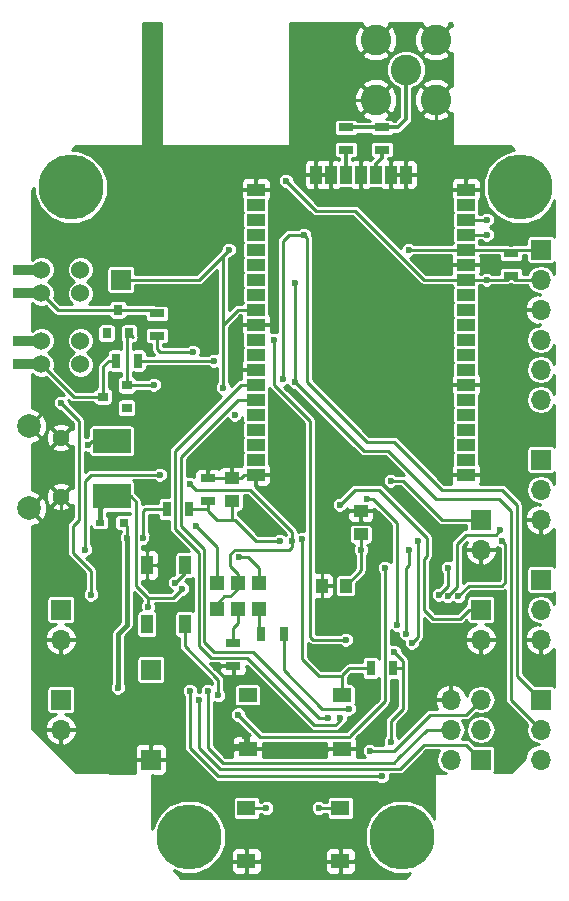
<source format=gbr>
G04 #@! TF.FileFunction,Copper,L2,Bot,Signal*
%FSLAX46Y46*%
G04 Gerber Fmt 4.6, Leading zero omitted, Abs format (unit mm)*
G04 Created by KiCad (PCBNEW 4.0.7-e2-6376~58~ubuntu16.04.1) date Wed Mar 28 23:24:04 2018*
%MOMM*%
%LPD*%
G01*
G04 APERTURE LIST*
%ADD10C,0.100000*%
%ADD11C,2.600000*%
%ADD12R,1.000000X1.250000*%
%ADD13R,1.250000X1.000000*%
%ADD14R,0.800000X0.900000*%
%ADD15R,0.900000X0.800000*%
%ADD16R,0.800000X0.700000*%
%ADD17R,0.800000X0.500000*%
%ADD18R,1.200000X1.200000*%
%ADD19R,3.200000X2.000000*%
%ADD20C,1.450000*%
%ADD21C,2.000000*%
%ADD22R,1.700000X1.700000*%
%ADD23O,1.700000X1.700000*%
%ADD24C,5.500000*%
%ADD25R,1.300000X0.700000*%
%ADD26R,0.700000X1.300000*%
%ADD27C,1.524000*%
%ADD28R,2.000000X0.900000*%
%ADD29R,1.524000X1.016000*%
%ADD30R,1.016000X1.524000*%
%ADD31R,1.000000X1.600000*%
%ADD32R,1.550000X1.300000*%
%ADD33C,0.600000*%
%ADD34C,0.250000*%
%ADD35C,0.400000*%
%ADD36C,0.350000*%
%ADD37C,0.254000*%
G04 APERTURE END LIST*
D10*
D11*
X135890000Y-63500000D03*
X130810000Y-63500000D03*
X130810000Y-68580000D03*
X135890000Y-68580000D03*
X133350000Y-66040000D03*
D12*
X128254000Y-109728000D03*
X126254000Y-109728000D03*
D13*
X129540000Y-105394000D03*
X129540000Y-103394000D03*
X118618000Y-102600000D03*
X118618000Y-100600000D03*
D14*
X109916000Y-88376000D03*
X108016000Y-88376000D03*
X108966000Y-86376000D03*
D15*
X109712000Y-92776000D03*
X109712000Y-94676000D03*
X107712000Y-93726000D03*
D16*
X109458000Y-104394000D03*
D17*
X107458000Y-104394000D03*
D18*
X120904000Y-109517000D03*
X120904000Y-111717000D03*
X117348000Y-109517000D03*
X117348000Y-111717000D03*
X119126000Y-109517000D03*
X119126000Y-111717000D03*
D19*
X108458000Y-102172000D03*
X108458000Y-97472000D03*
D20*
X104140000Y-97195000D03*
X104140000Y-102195000D03*
D21*
X101440000Y-96195000D03*
X101440000Y-103195000D03*
D22*
X139700000Y-124460000D03*
D23*
X137160000Y-124460000D03*
X139700000Y-121920000D03*
X137160000Y-121920000D03*
X139700000Y-119380000D03*
X137160000Y-119380000D03*
D22*
X104140000Y-111760000D03*
D23*
X104140000Y-114300000D03*
D22*
X104140000Y-119380000D03*
D23*
X104140000Y-121920000D03*
D22*
X144780000Y-81280000D03*
D23*
X144780000Y-83820000D03*
X144780000Y-86360000D03*
X144780000Y-88900000D03*
X144780000Y-91440000D03*
X144780000Y-93980000D03*
D24*
X105000000Y-76000000D03*
X133000000Y-131000000D03*
X143000000Y-76000000D03*
X115000000Y-131000000D03*
D22*
X111760000Y-116840000D03*
X109220000Y-83820000D03*
X111760000Y-124460000D03*
X144780000Y-99060000D03*
D23*
X144780000Y-101600000D03*
X144780000Y-104140000D03*
D22*
X144780000Y-119380000D03*
D23*
X144780000Y-121920000D03*
X144780000Y-124460000D03*
D22*
X144780000Y-109220000D03*
D23*
X144780000Y-111760000D03*
X144780000Y-114300000D03*
D22*
X139700000Y-111760000D03*
D23*
X139700000Y-114300000D03*
D22*
X139700000Y-104140000D03*
D23*
X139700000Y-106680000D03*
D25*
X112268000Y-88580000D03*
X112268000Y-86680000D03*
D26*
X110678000Y-90678000D03*
X108778000Y-90678000D03*
X121097000Y-113792000D03*
X122997000Y-113792000D03*
X113096000Y-103251000D03*
X114996000Y-103251000D03*
D25*
X116586000Y-102550000D03*
X116586000Y-100650000D03*
X131318000Y-72832000D03*
X131318000Y-70932000D03*
X128270000Y-72832000D03*
X128270000Y-70932000D03*
X118745000Y-114620000D03*
X118745000Y-116520000D03*
D27*
X102490000Y-82995000D03*
X102490000Y-84995000D03*
X102490000Y-88995000D03*
X102490000Y-90995000D03*
X105790000Y-82995000D03*
X105790000Y-84995000D03*
X105790000Y-88995000D03*
X105790000Y-90995000D03*
D28*
X101140000Y-82995000D03*
X101140000Y-84995000D03*
X101140000Y-88995000D03*
X101140000Y-90995000D03*
D29*
X138430000Y-100330000D03*
X138430000Y-99060000D03*
X138430000Y-97790000D03*
X138430000Y-96520000D03*
X138430000Y-95250000D03*
X138430000Y-93980000D03*
X138430000Y-92710000D03*
X138430000Y-91440000D03*
X138430000Y-90170000D03*
X138430000Y-88900000D03*
X138430000Y-87630000D03*
X138430000Y-86360000D03*
X138430000Y-85090000D03*
X138430000Y-83820000D03*
X138430000Y-82550000D03*
X138430000Y-81280000D03*
X138430000Y-80010000D03*
X138430000Y-78740000D03*
X138430000Y-77470000D03*
X138430000Y-76200000D03*
X120650000Y-76200000D03*
D30*
X133350000Y-74930000D03*
X132080000Y-74930000D03*
X130810000Y-74930000D03*
X129540000Y-74930000D03*
X128270000Y-74930000D03*
X127000000Y-74930000D03*
X125730000Y-74930000D03*
D29*
X120650000Y-77470000D03*
X120650000Y-78740000D03*
X120650000Y-80010000D03*
X120650000Y-81280000D03*
X120650000Y-82550000D03*
X120650000Y-83820000D03*
X120650000Y-85090000D03*
X120650000Y-86360000D03*
X120650000Y-87630000D03*
X120650000Y-88900000D03*
X120650000Y-90170000D03*
X120650000Y-91440000D03*
X120650000Y-92710000D03*
X120650000Y-93980000D03*
X120650000Y-95250000D03*
X120650000Y-96520000D03*
X120650000Y-97790000D03*
X120650000Y-99060000D03*
X120650000Y-100330000D03*
D25*
X142240000Y-81600000D03*
X142240000Y-83500000D03*
D31*
X111430000Y-107990000D03*
X114630000Y-107990000D03*
X111430000Y-112990000D03*
X114630000Y-112990000D03*
D26*
X132268000Y-116713000D03*
X130368000Y-116713000D03*
D32*
X119845000Y-128560000D03*
X119845000Y-133060000D03*
X127805000Y-133060000D03*
X127805000Y-128560000D03*
X119972000Y-119035000D03*
X119972000Y-123535000D03*
X127932000Y-123535000D03*
X127932000Y-119035000D03*
D33*
X111125000Y-105664000D03*
X104140000Y-94234000D03*
X106680000Y-110490000D03*
X114173000Y-78359000D03*
X113792000Y-76200000D03*
X108839000Y-76708000D03*
X109093000Y-75057000D03*
X108204000Y-73025000D03*
X109855000Y-73025000D03*
X126746000Y-63500000D03*
X126746000Y-65278000D03*
X126746000Y-66929000D03*
X126746000Y-68580000D03*
X135890000Y-76454000D03*
X133477000Y-77089000D03*
X131318000Y-76962000D03*
X128905000Y-76835000D03*
X127127000Y-76962000D03*
X126619000Y-73279000D03*
X128905000Y-69342000D03*
X127635000Y-69342000D03*
X126746000Y-70231000D03*
X126746000Y-71628000D03*
X134493000Y-70358000D03*
X133350000Y-71628000D03*
X133223000Y-73152000D03*
X123825000Y-74168000D03*
X124079000Y-78232000D03*
X128016000Y-104648000D03*
X130302000Y-118237000D03*
X119761000Y-122428000D03*
X123698000Y-133060000D03*
X133477000Y-115316000D03*
X107442000Y-89662000D03*
X106426000Y-95504000D03*
X111760000Y-109982000D03*
X112522000Y-111506000D03*
X111887000Y-105791000D03*
X140462000Y-82550000D03*
X118618000Y-89154000D03*
X127254000Y-100584000D03*
X126238000Y-96520000D03*
X128016000Y-98806000D03*
X123190000Y-97282000D03*
X123952000Y-95758000D03*
X116332000Y-80518000D03*
X108204000Y-78740000D03*
X112268000Y-85090000D03*
X111506000Y-82804000D03*
X141986000Y-120650000D03*
X134620000Y-119634000D03*
X118618000Y-96774000D03*
X123444000Y-103378000D03*
X108204000Y-110236000D03*
X111506000Y-119634000D03*
X106172000Y-116586000D03*
X135890000Y-73406000D03*
X140716000Y-87630000D03*
X140716000Y-93980000D03*
X129794000Y-94742000D03*
X127254000Y-83566000D03*
X121412000Y-104648000D03*
X119634000Y-103632000D03*
X140716000Y-99568000D03*
X111786000Y-70130000D03*
X116078000Y-76200000D03*
X120650000Y-127000000D03*
X117856000Y-123698000D03*
X122428000Y-120904000D03*
X119253000Y-107315000D03*
X117475000Y-118999000D03*
X118872000Y-95250000D03*
X123190000Y-75438000D03*
X140208000Y-83820000D03*
X132080000Y-122936000D03*
X132334000Y-115316000D03*
X129540000Y-106680000D03*
X118364000Y-81280000D03*
X117856000Y-92964000D03*
X108966000Y-118364000D03*
X109728000Y-105664000D03*
X122682000Y-105918000D03*
X112014000Y-92710000D03*
X122174000Y-88900000D03*
X128270000Y-114300000D03*
X111506000Y-111506000D03*
X114427000Y-109982000D03*
X115570000Y-104648000D03*
X106172000Y-106680000D03*
X112522000Y-100330000D03*
X115062000Y-101092000D03*
X123698000Y-105918000D03*
X106426000Y-97790000D03*
X115824000Y-119380000D03*
X131318000Y-125857000D03*
X115062000Y-118618000D03*
X116586000Y-118618000D03*
X125984000Y-128560000D03*
X121539000Y-128560000D03*
X130302000Y-123698000D03*
X140208000Y-80010000D03*
X140208000Y-78740000D03*
X141351000Y-105029000D03*
X136906000Y-110617000D03*
X127762000Y-120904000D03*
X141478000Y-105918000D03*
X137795000Y-110617000D03*
X126746000Y-120904000D03*
X122936000Y-92202000D03*
X124714000Y-80010000D03*
X123952000Y-92456000D03*
X123952000Y-84074000D03*
X136906000Y-108204000D03*
X136144000Y-110490000D03*
X127762000Y-102870000D03*
X132080000Y-100838000D03*
X133350000Y-113792000D03*
X115316000Y-89916000D03*
X133604000Y-106680000D03*
X133858000Y-114554000D03*
X117094000Y-90678000D03*
X134366000Y-105918000D03*
X131572000Y-108204000D03*
X119126000Y-120650000D03*
X132588000Y-113030000D03*
X130048000Y-102362000D03*
X128524000Y-120142000D03*
X133604000Y-81280000D03*
X113792000Y-109474000D03*
X124587000Y-105791000D03*
D34*
X113096000Y-103251000D02*
X111252000Y-103251000D01*
X111125000Y-103378000D02*
X111125000Y-105664000D01*
X111252000Y-103251000D02*
X111125000Y-103378000D01*
X105664000Y-107442000D02*
X105156000Y-106934000D01*
X106680000Y-108458000D02*
X105664000Y-107442000D01*
X105664000Y-95758000D02*
X104140000Y-94234000D01*
X106680000Y-108458000D02*
X106680000Y-110490000D01*
X105664000Y-104140000D02*
X105664000Y-95758000D01*
X105156000Y-104648000D02*
X105664000Y-104140000D01*
X105156000Y-106934000D02*
X105156000Y-104648000D01*
X102490000Y-88995000D02*
X101140000Y-88995000D01*
X116078000Y-76200000D02*
X113792000Y-76200000D01*
X114173000Y-78740000D02*
X114681000Y-79248000D01*
X114173000Y-78359000D02*
X114173000Y-78740000D01*
X111786000Y-73025000D02*
X109855000Y-73025000D01*
X108204000Y-74168000D02*
X109093000Y-75057000D01*
X108204000Y-73025000D02*
X108204000Y-74168000D01*
X126746000Y-70231000D02*
X126746000Y-68580000D01*
X126746000Y-66929000D02*
X126746000Y-65278000D01*
X135255000Y-77089000D02*
X135890000Y-76454000D01*
X133477000Y-77089000D02*
X135255000Y-77089000D01*
X129032000Y-76962000D02*
X131318000Y-76962000D01*
X128905000Y-76835000D02*
X129032000Y-76962000D01*
X127000000Y-76835000D02*
X127127000Y-76962000D01*
X127000000Y-74930000D02*
X127000000Y-76835000D01*
X126619000Y-73279000D02*
X126619000Y-71755000D01*
X126746000Y-70231000D02*
X127635000Y-69342000D01*
X126619000Y-71755000D02*
X126746000Y-71628000D01*
X133350000Y-74930000D02*
X133350000Y-73279000D01*
X134493000Y-70485000D02*
X134493000Y-70358000D01*
X133350000Y-71628000D02*
X134493000Y-70485000D01*
X133350000Y-73279000D02*
X133223000Y-73152000D01*
X123825000Y-74168000D02*
X121031000Y-74168000D01*
X124714000Y-73279000D02*
X123825000Y-74168000D01*
X127000000Y-74930000D02*
X127000000Y-73660000D01*
X127000000Y-73660000D02*
X126619000Y-73279000D01*
X126619000Y-73279000D02*
X124714000Y-73279000D01*
X120650000Y-74549000D02*
X120650000Y-76200000D01*
X121031000Y-74168000D02*
X120650000Y-74549000D01*
X120650000Y-76200000D02*
X122047000Y-76200000D01*
X122047000Y-76200000D02*
X124079000Y-78232000D01*
X119972000Y-123535000D02*
X127932000Y-123535000D01*
X122428000Y-120904000D02*
X123571000Y-122047000D01*
X123571000Y-122047000D02*
X127889000Y-122047000D01*
X127889000Y-122047000D02*
X130048000Y-119888000D01*
X130048000Y-119888000D02*
X130048000Y-118491000D01*
X130048000Y-118491000D02*
X130302000Y-118237000D01*
X119972000Y-123535000D02*
X119627000Y-123190000D01*
X119627000Y-123190000D02*
X118364000Y-123190000D01*
X119972000Y-123535000D02*
X119761000Y-123324000D01*
X119761000Y-123324000D02*
X119761000Y-122428000D01*
X123698000Y-130810000D02*
X123698000Y-133060000D01*
X119845000Y-133060000D02*
X123698000Y-133060000D01*
X123698000Y-133060000D02*
X127805000Y-133060000D01*
X133477000Y-115316000D02*
X137160000Y-115316000D01*
X118745000Y-116520000D02*
X118745000Y-119761000D01*
X118745000Y-119761000D02*
X118618000Y-119888000D01*
X111430000Y-107990000D02*
X111430000Y-109652000D01*
X111430000Y-109652000D02*
X111760000Y-109982000D01*
X113792000Y-118872000D02*
X113792000Y-114935000D01*
X113792000Y-114935000D02*
X113030000Y-114173000D01*
X113030000Y-114173000D02*
X113030000Y-112014000D01*
X113030000Y-112014000D02*
X112522000Y-111506000D01*
X111506000Y-119634000D02*
X113030000Y-119634000D01*
X113792000Y-118872000D02*
X113030000Y-119634000D01*
X111430000Y-107990000D02*
X111430000Y-106248000D01*
X111430000Y-106248000D02*
X111887000Y-105791000D01*
X138430000Y-82550000D02*
X140462000Y-82550000D01*
X120650000Y-87630000D02*
X119126000Y-87630000D01*
X119380000Y-91440000D02*
X118618000Y-90678000D01*
X118618000Y-90678000D02*
X118618000Y-89154000D01*
X119380000Y-91440000D02*
X120650000Y-91440000D01*
X118618000Y-88138000D02*
X118618000Y-89154000D01*
X119126000Y-87630000D02*
X118618000Y-88138000D01*
X127254000Y-100584000D02*
X126746000Y-101092000D01*
X127508000Y-104648000D02*
X128016000Y-104648000D01*
X126746000Y-103886000D02*
X127508000Y-104648000D01*
X126746000Y-101092000D02*
X126746000Y-103886000D01*
X128016000Y-99822000D02*
X127254000Y-100584000D01*
X128016000Y-99822000D02*
X128016000Y-98806000D01*
X126238000Y-97028000D02*
X126238000Y-96520000D01*
X128016000Y-98806000D02*
X126238000Y-97028000D01*
X123190000Y-97282000D02*
X123190000Y-96520000D01*
X123190000Y-96520000D02*
X123952000Y-95758000D01*
X108204000Y-78740000D02*
X108204000Y-79502000D01*
X110871000Y-76073000D02*
X108204000Y-78740000D01*
X112903000Y-76073000D02*
X110871000Y-76073000D01*
X108204000Y-79502000D02*
X111506000Y-82804000D01*
X118618000Y-98552000D02*
X118618000Y-96774000D01*
X118618000Y-98552000D02*
X118618000Y-100600000D01*
X116586000Y-100650000D02*
X118568000Y-100650000D01*
X118568000Y-100650000D02*
X118618000Y-100600000D01*
X118618000Y-100600000D02*
X119364000Y-100600000D01*
X119634000Y-100330000D02*
X120650000Y-100330000D01*
X119364000Y-100600000D02*
X119634000Y-100330000D01*
X120650000Y-100330000D02*
X122428000Y-100330000D01*
X123444000Y-101346000D02*
X123444000Y-103378000D01*
X122428000Y-100330000D02*
X123444000Y-101346000D01*
X104140000Y-102195000D02*
X104140000Y-108966000D01*
X105410000Y-114300000D02*
X104140000Y-114300000D01*
X105918000Y-113792000D02*
X105410000Y-114300000D01*
X105918000Y-110744000D02*
X105918000Y-113792000D01*
X104140000Y-108966000D02*
X105918000Y-110744000D01*
X108204000Y-110236000D02*
X108204000Y-114554000D01*
X108204000Y-114554000D02*
X106172000Y-116586000D01*
X111760000Y-124460000D02*
X111760000Y-119888000D01*
X111760000Y-119888000D02*
X111506000Y-119634000D01*
X104140000Y-116332000D02*
X104140000Y-114300000D01*
X104140000Y-116332000D02*
X104394000Y-116586000D01*
X104394000Y-116586000D02*
X106172000Y-116586000D01*
X135890000Y-71374000D02*
X135890000Y-73406000D01*
X127254000Y-83566000D02*
X128016000Y-83566000D01*
X129794000Y-85344000D02*
X128016000Y-83566000D01*
X129794000Y-94742000D02*
X129794000Y-85344000D01*
X129540000Y-103394000D02*
X128254000Y-103394000D01*
X128254000Y-103394000D02*
X128016000Y-103632000D01*
X128016000Y-103632000D02*
X128016000Y-104648000D01*
X121412000Y-104648000D02*
X120650000Y-104648000D01*
X120650000Y-104648000D02*
X119634000Y-103632000D01*
X140716000Y-99568000D02*
X140716000Y-93980000D01*
X140716000Y-93980000D02*
X140716000Y-92710000D01*
X140716000Y-100330000D02*
X140716000Y-99568000D01*
X138430000Y-92710000D02*
X140716000Y-92710000D01*
X144780000Y-86360000D02*
X140716000Y-86360000D01*
X138430000Y-100330000D02*
X140716000Y-100330000D01*
X140716000Y-92710000D02*
X140716000Y-87630000D01*
X140716000Y-87630000D02*
X140716000Y-86360000D01*
X140716000Y-86360000D02*
X140716000Y-86106000D01*
X118618000Y-119888000D02*
X118364000Y-120142000D01*
X121412000Y-119888000D02*
X118618000Y-119888000D01*
X133350000Y-74930000D02*
X138430000Y-74930000D01*
X138430000Y-76200000D02*
X138430000Y-74930000D01*
X138430000Y-74930000D02*
X138430000Y-73914000D01*
X138430000Y-73914000D02*
X135890000Y-71374000D01*
X135890000Y-71374000D02*
X135890000Y-68580000D01*
X132080000Y-74930000D02*
X133350000Y-74930000D01*
X124434000Y-70130000D02*
X125984000Y-68580000D01*
X125984000Y-68580000D02*
X130810000Y-68580000D01*
X113030000Y-76200000D02*
X116078000Y-76200000D01*
X111786000Y-74956000D02*
X112903000Y-76073000D01*
X112903000Y-76073000D02*
X113030000Y-76200000D01*
X111786000Y-70130000D02*
X111786000Y-73025000D01*
X111786000Y-73025000D02*
X111786000Y-74956000D01*
X120650000Y-76200000D02*
X116078000Y-76200000D01*
X137160000Y-119380000D02*
X137160000Y-115316000D01*
X137160000Y-115316000D02*
X137160000Y-115062000D01*
X137160000Y-115062000D02*
X137922000Y-114300000D01*
X137922000Y-114300000D02*
X139700000Y-114300000D01*
X121666000Y-127000000D02*
X120650000Y-127000000D01*
X123698000Y-129032000D02*
X121666000Y-127000000D01*
X123698000Y-130810000D02*
X123698000Y-129032000D01*
X113792000Y-124460000D02*
X111760000Y-124460000D01*
X120650000Y-127000000D02*
X116332000Y-127000000D01*
X116332000Y-127000000D02*
X113792000Y-124460000D01*
X125730000Y-74930000D02*
X127000000Y-74930000D01*
X118364000Y-123190000D02*
X117856000Y-123698000D01*
X118364000Y-120142000D02*
X118364000Y-123190000D01*
X122428000Y-120904000D02*
X121412000Y-119888000D01*
X132268000Y-116713000D02*
X132969000Y-116713000D01*
X132969000Y-116713000D02*
X133096000Y-116586000D01*
X120015000Y-107315000D02*
X119253000Y-107315000D01*
X120904000Y-108204000D02*
X120015000Y-107315000D01*
X120904000Y-109517000D02*
X120904000Y-108204000D01*
X114630000Y-112990000D02*
X114630000Y-114884000D01*
X117475000Y-117729000D02*
X117475000Y-118999000D01*
X114630000Y-114884000D02*
X117475000Y-117729000D01*
X140208000Y-83820000D02*
X141920000Y-83820000D01*
X141920000Y-83820000D02*
X142240000Y-83500000D01*
X144780000Y-83820000D02*
X142560000Y-83820000D01*
X142560000Y-83820000D02*
X142240000Y-83500000D01*
X138430000Y-83820000D02*
X134874000Y-83820000D01*
X125730000Y-77978000D02*
X123190000Y-75438000D01*
X129032000Y-77978000D02*
X125730000Y-77978000D01*
X134874000Y-83820000D02*
X129032000Y-77978000D01*
X133096000Y-116586000D02*
X133096000Y-120142000D01*
X132080000Y-122936000D02*
X132080000Y-121158000D01*
X132080000Y-121158000D02*
X133096000Y-120142000D01*
X133096000Y-116078000D02*
X133096000Y-116586000D01*
X132334000Y-115316000D02*
X133096000Y-116078000D01*
X128254000Y-109728000D02*
X129540000Y-108442000D01*
X129540000Y-108442000D02*
X129540000Y-106680000D01*
X117856000Y-81788000D02*
X115824000Y-83820000D01*
X115824000Y-83820000D02*
X109220000Y-83820000D01*
X129540000Y-105394000D02*
X129540000Y-106680000D01*
X117856000Y-87630000D02*
X117856000Y-81788000D01*
X117856000Y-81788000D02*
X118364000Y-81280000D01*
X138430000Y-83820000D02*
X140208000Y-83820000D01*
X119126000Y-86360000D02*
X120650000Y-86360000D01*
X117856000Y-87630000D02*
X119126000Y-86360000D01*
X117856000Y-92964000D02*
X117856000Y-87630000D01*
D35*
X109474000Y-113284000D02*
X109728000Y-113030000D01*
X108966000Y-118364000D02*
X108966000Y-113792000D01*
X108966000Y-113792000D02*
X109474000Y-113284000D01*
X109728000Y-113030000D02*
X109728000Y-105664000D01*
D34*
X109458000Y-104394000D02*
X109728000Y-104664000D01*
X109728000Y-104664000D02*
X109728000Y-105664000D01*
X114996000Y-103251000D02*
X116459000Y-103251000D01*
X116459000Y-103251000D02*
X116586000Y-103124000D01*
X118618000Y-104140000D02*
X118872000Y-104140000D01*
X120650000Y-105918000D02*
X122682000Y-105918000D01*
X118872000Y-104140000D02*
X120650000Y-105918000D01*
X118618000Y-102600000D02*
X118618000Y-104140000D01*
X116586000Y-102550000D02*
X116586000Y-103124000D01*
X116586000Y-103124000D02*
X116586000Y-103378000D01*
X117348000Y-104140000D02*
X118110000Y-104140000D01*
X116586000Y-103378000D02*
X117348000Y-104140000D01*
X118110000Y-104140000D02*
X118618000Y-104140000D01*
X109712000Y-92776000D02*
X111948000Y-92776000D01*
X111948000Y-92776000D02*
X112014000Y-92710000D01*
X109712000Y-92776000D02*
X109712000Y-88580000D01*
X109712000Y-88580000D02*
X109916000Y-88376000D01*
X109916000Y-88376000D02*
X110236000Y-88696000D01*
X101140000Y-84995000D02*
X102490000Y-84995000D01*
X108966000Y-86376000D02*
X111964000Y-86376000D01*
X111964000Y-86376000D02*
X112268000Y-86680000D01*
X103870500Y-86375500D02*
X108965500Y-86375500D01*
X108965500Y-86375500D02*
X108966000Y-86376000D01*
X102490000Y-84995000D02*
X103870500Y-86375500D01*
X103870500Y-86375500D02*
X103871000Y-86376000D01*
X111964000Y-86376000D02*
X112268000Y-86680000D01*
X102490000Y-90995000D02*
X101140000Y-90995000D01*
X108778000Y-90678000D02*
X108204000Y-90678000D01*
X107712000Y-91170000D02*
X108204000Y-90678000D01*
X107712000Y-91170000D02*
X107712000Y-93726000D01*
X102490000Y-90995000D02*
X105221000Y-93726000D01*
X105221000Y-93726000D02*
X107712000Y-93726000D01*
X124714000Y-95250000D02*
X125222000Y-95758000D01*
X124714000Y-95250000D02*
X122174000Y-92710000D01*
X122174000Y-92710000D02*
X122174000Y-88900000D01*
X125222000Y-114046000D02*
X125222000Y-95885000D01*
X128270000Y-114300000D02*
X125476000Y-114300000D01*
X125476000Y-114300000D02*
X125222000Y-114046000D01*
X125222000Y-95758000D02*
X125222000Y-95885000D01*
X111506000Y-110744000D02*
X111506000Y-111506000D01*
X111506000Y-110744000D02*
X113284000Y-110744000D01*
X113665000Y-110744000D02*
X113284000Y-110744000D01*
X114427000Y-109982000D02*
X113665000Y-110744000D01*
X111506000Y-110744000D02*
X110490000Y-109728000D01*
X110490000Y-109728000D02*
X110490000Y-102616000D01*
X110490000Y-102616000D02*
X110046000Y-102172000D01*
X110046000Y-102172000D02*
X108458000Y-102172000D01*
D35*
X107458000Y-104394000D02*
X107458000Y-103172000D01*
X107458000Y-103172000D02*
X108458000Y-102172000D01*
D34*
X121097000Y-113792000D02*
X120904000Y-113599000D01*
X120904000Y-113599000D02*
X120904000Y-111717000D01*
X117348000Y-109517000D02*
X117348000Y-106426000D01*
X117348000Y-106426000D02*
X115570000Y-104648000D01*
X119126000Y-109517000D02*
X119126000Y-108712000D01*
X118491000Y-107061000D02*
X118872000Y-106680000D01*
X118491000Y-108077000D02*
X118491000Y-107061000D01*
X119126000Y-108712000D02*
X118491000Y-108077000D01*
X119126000Y-109517000D02*
X119126000Y-109982000D01*
X119126000Y-109982000D02*
X118491000Y-110617000D01*
X118491000Y-110617000D02*
X117983000Y-110617000D01*
X117983000Y-110617000D02*
X117348000Y-111252000D01*
X117348000Y-111252000D02*
X117348000Y-111717000D01*
X123698000Y-106426000D02*
X123698000Y-105918000D01*
X123444000Y-106680000D02*
X123698000Y-106426000D01*
X118872000Y-106680000D02*
X123444000Y-106680000D01*
X123698000Y-105918000D02*
X123698000Y-105156000D01*
X123698000Y-105156000D02*
X120142000Y-101600000D01*
X120142000Y-101600000D02*
X115570000Y-101600000D01*
X115570000Y-101600000D02*
X115316000Y-101346000D01*
X106172000Y-100838000D02*
X106172000Y-105664000D01*
X106680000Y-100330000D02*
X106172000Y-100838000D01*
X112522000Y-100330000D02*
X106680000Y-100330000D01*
X106172000Y-105664000D02*
X106172000Y-106680000D01*
X115062000Y-101092000D02*
X115316000Y-101346000D01*
X118745000Y-114620000D02*
X118745000Y-113284000D01*
X119126000Y-112903000D02*
X119126000Y-111717000D01*
X118745000Y-113284000D02*
X119126000Y-112903000D01*
X106744000Y-97472000D02*
X108458000Y-97472000D01*
X106426000Y-97790000D02*
X106744000Y-97472000D01*
X130302000Y-125222000D02*
X132842000Y-125222000D01*
X133096000Y-124968000D02*
X134874000Y-123190000D01*
X134874000Y-123190000D02*
X138430000Y-123190000D01*
X139700000Y-124460000D02*
X138430000Y-123190000D01*
X117602000Y-125222000D02*
X130302000Y-125222000D01*
X117602000Y-125222000D02*
X117284500Y-124904500D01*
X132842000Y-125222000D02*
X133096000Y-124968000D01*
X115824000Y-123444000D02*
X117284500Y-124904500D01*
X117284500Y-124904500D02*
X117348000Y-124968000D01*
X115824000Y-119380000D02*
X115824000Y-123444000D01*
X131318000Y-125857000D02*
X117475000Y-125857000D01*
X115062000Y-118618000D02*
X115062000Y-123444000D01*
X115062000Y-123444000D02*
X117094000Y-125476000D01*
X117094000Y-125476000D02*
X117475000Y-125857000D01*
X117792500Y-124650500D02*
X117856000Y-124714000D01*
X117856000Y-124714000D02*
X132334000Y-124714000D01*
X132334000Y-124714000D02*
X132715000Y-124333000D01*
X137160000Y-121920000D02*
X135128000Y-121920000D01*
X135128000Y-121920000D02*
X132715000Y-124333000D01*
X117729000Y-124587000D02*
X117792500Y-124650500D01*
X116586000Y-123444000D02*
X116586000Y-118618000D01*
X117602000Y-124460000D02*
X116586000Y-123444000D01*
X117602000Y-124460000D02*
X117729000Y-124587000D01*
X125984000Y-128560000D02*
X127805000Y-128560000D01*
X121539000Y-128560000D02*
X119845000Y-128560000D01*
X139700000Y-119380000D02*
X138430000Y-120650000D01*
X132334000Y-123698000D02*
X130302000Y-123698000D01*
X135382000Y-120650000D02*
X132334000Y-123698000D01*
X138430000Y-120650000D02*
X135382000Y-120650000D01*
X140208000Y-80010000D02*
X138430000Y-80010000D01*
X140208000Y-78740000D02*
X138430000Y-78740000D01*
D36*
X131318000Y-70932000D02*
X132649000Y-70932000D01*
X133350000Y-70231000D02*
X133350000Y-66040000D01*
X132649000Y-70932000D02*
X133350000Y-70231000D01*
X128270000Y-70932000D02*
X131318000Y-70932000D01*
D34*
X125476000Y-121412000D02*
X125603000Y-121539000D01*
X115824000Y-114808000D02*
X116840000Y-115824000D01*
X116840000Y-115824000D02*
X119888000Y-115824000D01*
X119888000Y-115824000D02*
X125476000Y-121412000D01*
X115824000Y-111760000D02*
X115824000Y-106934000D01*
X115824000Y-106934000D02*
X113792000Y-104902000D01*
X113792000Y-104902000D02*
X113792000Y-98298000D01*
X113792000Y-98298000D02*
X117856000Y-94234000D01*
X119380000Y-92710000D02*
X117856000Y-94234000D01*
X120650000Y-92710000D02*
X119380000Y-92710000D01*
X115824000Y-111760000D02*
X115824000Y-114808000D01*
X125603000Y-121539000D02*
X127381000Y-121539000D01*
X138430000Y-105410000D02*
X140716000Y-105410000D01*
X137668000Y-106172000D02*
X138430000Y-105410000D01*
X140970000Y-105410000D02*
X140716000Y-105410000D01*
X141351000Y-105029000D02*
X140970000Y-105410000D01*
X137668000Y-109855000D02*
X136906000Y-110617000D01*
X137668000Y-106426000D02*
X137668000Y-106172000D01*
X137668000Y-106426000D02*
X137668000Y-109855000D01*
X127762000Y-120904000D02*
X127762000Y-121158000D01*
X127381000Y-121539000D02*
X127762000Y-121158000D01*
X139192000Y-109728000D02*
X141478000Y-109728000D01*
X141478000Y-109728000D02*
X141789998Y-109416002D01*
X141789998Y-109416002D02*
X141789998Y-106229998D01*
X141789998Y-106229998D02*
X141478000Y-105918000D01*
X138684000Y-109728000D02*
X139192000Y-109728000D01*
X137795000Y-110617000D02*
X138684000Y-109728000D01*
X125984000Y-120904000D02*
X120396000Y-115316000D01*
X114300000Y-98806000D02*
X114300000Y-104646602D01*
X114300000Y-104646602D02*
X116274002Y-106620604D01*
X116274002Y-106620604D02*
X116274002Y-111194002D01*
X126746000Y-120904000D02*
X125984000Y-120904000D01*
X119126000Y-93980000D02*
X120650000Y-93980000D01*
X118364000Y-94742000D02*
X119126000Y-93980000D01*
X118364000Y-94742000D02*
X114300000Y-98806000D01*
X116274002Y-114496002D02*
X116274002Y-111194002D01*
X117094000Y-115316000D02*
X116274002Y-114496002D01*
X120396000Y-115316000D02*
X117094000Y-115316000D01*
X137922000Y-101600000D02*
X136398000Y-101600000D01*
X142748000Y-117348000D02*
X142748000Y-102870000D01*
X144780000Y-119380000D02*
X142748000Y-117348000D01*
X141478000Y-101600000D02*
X137922000Y-101600000D01*
X142748000Y-102870000D02*
X141478000Y-101600000D01*
X124968000Y-80264000D02*
X124714000Y-80010000D01*
X124968000Y-92456000D02*
X124968000Y-80264000D01*
X130048000Y-97536000D02*
X124968000Y-92456000D01*
X132334000Y-97536000D02*
X130048000Y-97536000D01*
X136398000Y-101600000D02*
X132334000Y-97536000D01*
X124714000Y-80010000D02*
X123444000Y-80010000D01*
X123444000Y-80010000D02*
X122936000Y-80518000D01*
X122936000Y-80518000D02*
X122936000Y-92202000D01*
X142240000Y-103378000D02*
X141224000Y-102362000D01*
X142240000Y-119380000D02*
X142240000Y-103378000D01*
X144780000Y-121920000D02*
X142240000Y-119380000D01*
X129794000Y-98298000D02*
X123952000Y-92456000D01*
X131826000Y-98298000D02*
X129794000Y-98298000D01*
X135890000Y-102362000D02*
X131826000Y-98298000D01*
X141224000Y-102362000D02*
X135890000Y-102362000D01*
X123952000Y-84074000D02*
X123952000Y-92456000D01*
X136906000Y-109728000D02*
X136906000Y-108204000D01*
X136144000Y-110490000D02*
X136906000Y-109728000D01*
X138684000Y-111760000D02*
X137922000Y-112522000D01*
X137922000Y-112522000D02*
X135636000Y-112522000D01*
X135636000Y-112522000D02*
X134874000Y-111760000D01*
X134874000Y-111760000D02*
X134874000Y-110998000D01*
X135128000Y-107188000D02*
X135128000Y-105664000D01*
X134874000Y-107442000D02*
X135128000Y-107188000D01*
X134874000Y-110998000D02*
X134874000Y-107442000D01*
X132588000Y-103124000D02*
X131064000Y-101600000D01*
X135128000Y-105664000D02*
X132588000Y-103124000D01*
X129032000Y-101600000D02*
X127762000Y-102870000D01*
X131064000Y-101600000D02*
X129032000Y-101600000D01*
X138684000Y-111760000D02*
X139700000Y-111760000D01*
X133096000Y-100838000D02*
X134112000Y-101854000D01*
X132080000Y-100838000D02*
X133096000Y-100838000D01*
X139700000Y-104140000D02*
X136398000Y-104140000D01*
X136398000Y-104140000D02*
X134112000Y-101854000D01*
X133604000Y-107950000D02*
X133604000Y-106680000D01*
X133350000Y-113792000D02*
X133350000Y-108204000D01*
X133350000Y-108204000D02*
X133604000Y-107950000D01*
X112268000Y-88580000D02*
X112268000Y-89662000D01*
X112522000Y-89916000D02*
X115316000Y-89916000D01*
X112268000Y-89662000D02*
X112522000Y-89916000D01*
X134366000Y-114046000D02*
X133858000Y-114554000D01*
X117094000Y-90678000D02*
X110678000Y-90678000D01*
X134366000Y-105918000D02*
X134366000Y-114046000D01*
X131445000Y-119634000D02*
X131572000Y-119507000D01*
X131572000Y-110490000D02*
X131572000Y-108204000D01*
X121031000Y-122555000D02*
X128651000Y-122555000D01*
X128651000Y-122555000D02*
X128651000Y-122428000D01*
X128651000Y-122428000D02*
X131445000Y-119634000D01*
X119126000Y-120650000D02*
X121031000Y-122555000D01*
X131572000Y-119507000D02*
X131572000Y-110490000D01*
X131318000Y-103124000D02*
X130556000Y-102362000D01*
X132588000Y-104394000D02*
X131826000Y-103632000D01*
X132588000Y-113030000D02*
X132588000Y-104394000D01*
X131826000Y-103632000D02*
X131318000Y-103124000D01*
X130556000Y-102362000D02*
X130048000Y-102362000D01*
X122997000Y-116901000D02*
X122997000Y-113792000D01*
X126238000Y-120142000D02*
X122997000Y-116901000D01*
X128524000Y-120142000D02*
X128016000Y-120142000D01*
X128016000Y-120142000D02*
X126238000Y-120142000D01*
D36*
X130810000Y-74930000D02*
X130810000Y-74041000D01*
X131318000Y-73533000D02*
X131318000Y-72832000D01*
X130810000Y-74041000D02*
X131318000Y-73533000D01*
X128270000Y-74930000D02*
X128270000Y-72832000D01*
D34*
X102490000Y-82995000D02*
X101140000Y-82995000D01*
X133604000Y-81280000D02*
X138430000Y-81280000D01*
X138430000Y-81280000D02*
X141920000Y-81280000D01*
X141920000Y-81280000D02*
X142240000Y-81600000D01*
X144780000Y-81280000D02*
X142560000Y-81280000D01*
X142560000Y-81280000D02*
X142240000Y-81600000D01*
X113792000Y-109474000D02*
X114630000Y-108636000D01*
X114630000Y-108636000D02*
X114630000Y-107990000D01*
X125984000Y-117348000D02*
X127932000Y-117348000D01*
X124587000Y-115951000D02*
X125984000Y-117348000D01*
X124587000Y-105791000D02*
X124587000Y-115951000D01*
X127932000Y-119035000D02*
X127932000Y-117348000D01*
X127932000Y-117348000D02*
X127932000Y-117305000D01*
X128524000Y-116713000D02*
X130368000Y-116713000D01*
X127932000Y-117305000D02*
X128524000Y-116713000D01*
D37*
G36*
X101843966Y-91960034D02*
X102262445Y-92133802D01*
X102715567Y-92134197D01*
X102859705Y-92074641D01*
X104389708Y-93604643D01*
X104275254Y-93557118D01*
X104005927Y-93556883D01*
X103757011Y-93659733D01*
X103566402Y-93850010D01*
X103463118Y-94098746D01*
X103462883Y-94368073D01*
X103565733Y-94616989D01*
X103756010Y-94807598D01*
X104004746Y-94910882D01*
X104107035Y-94910971D01*
X105162000Y-95965935D01*
X105162000Y-96463145D01*
X104972478Y-96409191D01*
X104186669Y-97195000D01*
X104972478Y-97980809D01*
X105162000Y-97926855D01*
X105162000Y-101463145D01*
X104972478Y-101409191D01*
X104186669Y-102195000D01*
X104972478Y-102980809D01*
X105162000Y-102926855D01*
X105162000Y-103932065D01*
X104801032Y-104293032D01*
X104692212Y-104455893D01*
X104653999Y-104648000D01*
X104654000Y-104648005D01*
X104654000Y-106933995D01*
X104653999Y-106934000D01*
X104692212Y-107126107D01*
X104801032Y-107288968D01*
X105309030Y-107796965D01*
X105309032Y-107796968D01*
X106178000Y-108665936D01*
X106178000Y-110034537D01*
X106106402Y-110106010D01*
X106003118Y-110354746D01*
X106002883Y-110624073D01*
X106105733Y-110872989D01*
X106296010Y-111063598D01*
X106544746Y-111166882D01*
X106814073Y-111167117D01*
X107062989Y-111064267D01*
X107253598Y-110873990D01*
X107356882Y-110625254D01*
X107357117Y-110355927D01*
X107254267Y-110107011D01*
X107182000Y-110034618D01*
X107182000Y-108458005D01*
X107182001Y-108458000D01*
X107143788Y-108265893D01*
X107034968Y-108103032D01*
X106289038Y-107357102D01*
X106306073Y-107357117D01*
X106554989Y-107254267D01*
X106745598Y-107063990D01*
X106848882Y-106815254D01*
X106849117Y-106545927D01*
X106746267Y-106297011D01*
X106674000Y-106224618D01*
X106674000Y-104646046D01*
X106699903Y-104783708D01*
X106782470Y-104912020D01*
X106908453Y-104998101D01*
X107058000Y-105028385D01*
X107858000Y-105028385D01*
X107997708Y-105002097D01*
X108126020Y-104919530D01*
X108212101Y-104793547D01*
X108242385Y-104644000D01*
X108242385Y-104144000D01*
X108216097Y-104004292D01*
X108133530Y-103875980D01*
X108035000Y-103808657D01*
X108035000Y-103556385D01*
X109988000Y-103556385D01*
X109988000Y-103685941D01*
X109858000Y-103659615D01*
X109058000Y-103659615D01*
X108918292Y-103685903D01*
X108789980Y-103768470D01*
X108703899Y-103894453D01*
X108673615Y-104044000D01*
X108673615Y-104744000D01*
X108699903Y-104883708D01*
X108782470Y-105012020D01*
X108908453Y-105098101D01*
X109058000Y-105128385D01*
X109226000Y-105128385D01*
X109226000Y-105208537D01*
X109154402Y-105280010D01*
X109051118Y-105528746D01*
X109050883Y-105798073D01*
X109151000Y-106040375D01*
X109151000Y-112790998D01*
X109065999Y-112875999D01*
X109065997Y-112876002D01*
X108557999Y-113383999D01*
X108432922Y-113571192D01*
X108388999Y-113792000D01*
X108389000Y-113792005D01*
X108389000Y-117988203D01*
X108289118Y-118228746D01*
X108288883Y-118498073D01*
X108391733Y-118746989D01*
X108582010Y-118937598D01*
X108830746Y-119040882D01*
X109100073Y-119041117D01*
X109348989Y-118938267D01*
X109539598Y-118747990D01*
X109642882Y-118499254D01*
X109643117Y-118229927D01*
X109543000Y-117987625D01*
X109543000Y-115990000D01*
X110525615Y-115990000D01*
X110525615Y-117690000D01*
X110551903Y-117829708D01*
X110634470Y-117958020D01*
X110760453Y-118044101D01*
X110910000Y-118074385D01*
X112610000Y-118074385D01*
X112749708Y-118048097D01*
X112878020Y-117965530D01*
X112964101Y-117839547D01*
X112994385Y-117690000D01*
X112994385Y-115990000D01*
X112968097Y-115850292D01*
X112885530Y-115721980D01*
X112759547Y-115635899D01*
X112610000Y-115605615D01*
X110910000Y-115605615D01*
X110770292Y-115631903D01*
X110641980Y-115714470D01*
X110555899Y-115840453D01*
X110525615Y-115990000D01*
X109543000Y-115990000D01*
X109543000Y-114031002D01*
X109881998Y-113692003D01*
X109882001Y-113692001D01*
X110135998Y-113438003D01*
X110136001Y-113438001D01*
X110261078Y-113250808D01*
X110305000Y-113030000D01*
X110305000Y-110252936D01*
X111004000Y-110951936D01*
X111004000Y-111050537D01*
X110932402Y-111122010D01*
X110829118Y-111370746D01*
X110828883Y-111640073D01*
X110899644Y-111811327D01*
X110790292Y-111831903D01*
X110661980Y-111914470D01*
X110575899Y-112040453D01*
X110545615Y-112190000D01*
X110545615Y-113790000D01*
X110571903Y-113929708D01*
X110654470Y-114058020D01*
X110780453Y-114144101D01*
X110930000Y-114174385D01*
X111930000Y-114174385D01*
X112069708Y-114148097D01*
X112198020Y-114065530D01*
X112284101Y-113939547D01*
X112314385Y-113790000D01*
X112314385Y-112190000D01*
X112288097Y-112050292D01*
X112205530Y-111921980D01*
X112097083Y-111847881D01*
X112182882Y-111641254D01*
X112183117Y-111371927D01*
X112131085Y-111246000D01*
X113664995Y-111246000D01*
X113665000Y-111246001D01*
X113857107Y-111207788D01*
X114019968Y-111098968D01*
X114459907Y-110659029D01*
X114561073Y-110659117D01*
X114809989Y-110556267D01*
X115000598Y-110365990D01*
X115103882Y-110117254D01*
X115104117Y-109847927D01*
X115001267Y-109599011D01*
X114810990Y-109408402D01*
X114638965Y-109336971D01*
X114801551Y-109174385D01*
X115130000Y-109174385D01*
X115269708Y-109148097D01*
X115322000Y-109114448D01*
X115322000Y-111864906D01*
X115279547Y-111835899D01*
X115130000Y-111805615D01*
X114130000Y-111805615D01*
X113990292Y-111831903D01*
X113861980Y-111914470D01*
X113775899Y-112040453D01*
X113745615Y-112190000D01*
X113745615Y-113790000D01*
X113771903Y-113929708D01*
X113854470Y-114058020D01*
X113980453Y-114144101D01*
X114128000Y-114173980D01*
X114128000Y-114883995D01*
X114127999Y-114884000D01*
X114166212Y-115076107D01*
X114275032Y-115238968D01*
X116973000Y-117936935D01*
X116973000Y-118047417D01*
X116969990Y-118044402D01*
X116721254Y-117941118D01*
X116451927Y-117940883D01*
X116203011Y-118043733D01*
X116012402Y-118234010D01*
X115909118Y-118482746D01*
X115908926Y-118703074D01*
X115738926Y-118702926D01*
X115739117Y-118483927D01*
X115636267Y-118235011D01*
X115445990Y-118044402D01*
X115197254Y-117941118D01*
X114927927Y-117940883D01*
X114679011Y-118043733D01*
X114488402Y-118234010D01*
X114385118Y-118482746D01*
X114384883Y-118752073D01*
X114487733Y-119000989D01*
X114560000Y-119073382D01*
X114560000Y-123443995D01*
X114559999Y-123444000D01*
X114598212Y-123636107D01*
X114707032Y-123798968D01*
X116739032Y-125830968D01*
X117120030Y-126211965D01*
X117120032Y-126211968D01*
X117217660Y-126277200D01*
X117282892Y-126320788D01*
X117475000Y-126359000D01*
X130862537Y-126359000D01*
X130934010Y-126430598D01*
X131182746Y-126533882D01*
X131452073Y-126534117D01*
X131700989Y-126431267D01*
X131891598Y-126240990D01*
X131994882Y-125992254D01*
X131995116Y-125724000D01*
X132841995Y-125724000D01*
X132842000Y-125724001D01*
X133034107Y-125685788D01*
X133196968Y-125576968D01*
X133450965Y-125322970D01*
X133450968Y-125322968D01*
X135081935Y-123692000D01*
X136201778Y-123692000D01*
X136002362Y-123990447D01*
X135908962Y-124460000D01*
X136002362Y-124929553D01*
X136268342Y-125327620D01*
X136666409Y-125593600D01*
X136713666Y-125603000D01*
X135890000Y-125603000D01*
X135840590Y-125613006D01*
X135798965Y-125641447D01*
X135771685Y-125683841D01*
X135763000Y-125730000D01*
X135763000Y-129498471D01*
X135652488Y-129231011D01*
X134773616Y-128350604D01*
X133624728Y-127873544D01*
X132380730Y-127872458D01*
X131231011Y-128347512D01*
X130350604Y-129226384D01*
X129873544Y-130375272D01*
X129872458Y-131619270D01*
X130347512Y-132768989D01*
X131226384Y-133649396D01*
X132375272Y-134126456D01*
X133619270Y-134127542D01*
X133693540Y-134096854D01*
X133297394Y-134493000D01*
X114352606Y-134493000D01*
X113709687Y-133850081D01*
X114375272Y-134126456D01*
X115619270Y-134127542D01*
X116768989Y-133652488D01*
X117197474Y-133224750D01*
X118543000Y-133224750D01*
X118543000Y-133814827D01*
X118623231Y-134008521D01*
X118771478Y-134156769D01*
X118965173Y-134237000D01*
X119680250Y-134237000D01*
X119812000Y-134105250D01*
X119812000Y-133093000D01*
X119878000Y-133093000D01*
X119878000Y-134105250D01*
X120009750Y-134237000D01*
X120724827Y-134237000D01*
X120918522Y-134156769D01*
X121066769Y-134008521D01*
X121147000Y-133814827D01*
X121147000Y-133224750D01*
X126503000Y-133224750D01*
X126503000Y-133814827D01*
X126583231Y-134008521D01*
X126731478Y-134156769D01*
X126925173Y-134237000D01*
X127640250Y-134237000D01*
X127772000Y-134105250D01*
X127772000Y-133093000D01*
X127838000Y-133093000D01*
X127838000Y-134105250D01*
X127969750Y-134237000D01*
X128684827Y-134237000D01*
X128878522Y-134156769D01*
X129026769Y-134008521D01*
X129107000Y-133814827D01*
X129107000Y-133224750D01*
X128975250Y-133093000D01*
X127838000Y-133093000D01*
X127772000Y-133093000D01*
X126634750Y-133093000D01*
X126503000Y-133224750D01*
X121147000Y-133224750D01*
X121015250Y-133093000D01*
X119878000Y-133093000D01*
X119812000Y-133093000D01*
X118674750Y-133093000D01*
X118543000Y-133224750D01*
X117197474Y-133224750D01*
X117649396Y-132773616D01*
X117843910Y-132305173D01*
X118543000Y-132305173D01*
X118543000Y-132895250D01*
X118674750Y-133027000D01*
X119812000Y-133027000D01*
X119812000Y-132014750D01*
X119878000Y-132014750D01*
X119878000Y-133027000D01*
X121015250Y-133027000D01*
X121147000Y-132895250D01*
X121147000Y-132305173D01*
X126503000Y-132305173D01*
X126503000Y-132895250D01*
X126634750Y-133027000D01*
X127772000Y-133027000D01*
X127772000Y-132014750D01*
X127838000Y-132014750D01*
X127838000Y-133027000D01*
X128975250Y-133027000D01*
X129107000Y-132895250D01*
X129107000Y-132305173D01*
X129026769Y-132111479D01*
X128878522Y-131963231D01*
X128684827Y-131883000D01*
X127969750Y-131883000D01*
X127838000Y-132014750D01*
X127772000Y-132014750D01*
X127640250Y-131883000D01*
X126925173Y-131883000D01*
X126731478Y-131963231D01*
X126583231Y-132111479D01*
X126503000Y-132305173D01*
X121147000Y-132305173D01*
X121066769Y-132111479D01*
X120918522Y-131963231D01*
X120724827Y-131883000D01*
X120009750Y-131883000D01*
X119878000Y-132014750D01*
X119812000Y-132014750D01*
X119680250Y-131883000D01*
X118965173Y-131883000D01*
X118771478Y-131963231D01*
X118623231Y-132111479D01*
X118543000Y-132305173D01*
X117843910Y-132305173D01*
X118126456Y-131624728D01*
X118127542Y-130380730D01*
X117652488Y-129231011D01*
X116773616Y-128350604D01*
X115712524Y-127910000D01*
X118685615Y-127910000D01*
X118685615Y-129210000D01*
X118711903Y-129349708D01*
X118794470Y-129478020D01*
X118920453Y-129564101D01*
X119070000Y-129594385D01*
X120620000Y-129594385D01*
X120759708Y-129568097D01*
X120888020Y-129485530D01*
X120974101Y-129359547D01*
X121004385Y-129210000D01*
X121004385Y-129062000D01*
X121083537Y-129062000D01*
X121155010Y-129133598D01*
X121403746Y-129236882D01*
X121673073Y-129237117D01*
X121921989Y-129134267D01*
X122112598Y-128943990D01*
X122215882Y-128695254D01*
X122215883Y-128694073D01*
X125306883Y-128694073D01*
X125409733Y-128942989D01*
X125600010Y-129133598D01*
X125848746Y-129236882D01*
X126118073Y-129237117D01*
X126366989Y-129134267D01*
X126439382Y-129062000D01*
X126645615Y-129062000D01*
X126645615Y-129210000D01*
X126671903Y-129349708D01*
X126754470Y-129478020D01*
X126880453Y-129564101D01*
X127030000Y-129594385D01*
X128580000Y-129594385D01*
X128719708Y-129568097D01*
X128848020Y-129485530D01*
X128934101Y-129359547D01*
X128964385Y-129210000D01*
X128964385Y-127910000D01*
X128938097Y-127770292D01*
X128855530Y-127641980D01*
X128729547Y-127555899D01*
X128580000Y-127525615D01*
X127030000Y-127525615D01*
X126890292Y-127551903D01*
X126761980Y-127634470D01*
X126675899Y-127760453D01*
X126645615Y-127910000D01*
X126645615Y-128058000D01*
X126439463Y-128058000D01*
X126367990Y-127986402D01*
X126119254Y-127883118D01*
X125849927Y-127882883D01*
X125601011Y-127985733D01*
X125410402Y-128176010D01*
X125307118Y-128424746D01*
X125306883Y-128694073D01*
X122215883Y-128694073D01*
X122216117Y-128425927D01*
X122113267Y-128177011D01*
X121922990Y-127986402D01*
X121674254Y-127883118D01*
X121404927Y-127882883D01*
X121156011Y-127985733D01*
X121083618Y-128058000D01*
X121004385Y-128058000D01*
X121004385Y-127910000D01*
X120978097Y-127770292D01*
X120895530Y-127641980D01*
X120769547Y-127555899D01*
X120620000Y-127525615D01*
X119070000Y-127525615D01*
X118930292Y-127551903D01*
X118801980Y-127634470D01*
X118715899Y-127760453D01*
X118685615Y-127910000D01*
X115712524Y-127910000D01*
X115624728Y-127873544D01*
X114380730Y-127872458D01*
X113231011Y-128347512D01*
X112350604Y-129226384D01*
X111887000Y-130342866D01*
X111887000Y-125799250D01*
X111924750Y-125837000D01*
X112714827Y-125837000D01*
X112908522Y-125756769D01*
X113056769Y-125608521D01*
X113137000Y-125414827D01*
X113137000Y-124624750D01*
X113005250Y-124493000D01*
X111793000Y-124493000D01*
X111793000Y-124513000D01*
X111727000Y-124513000D01*
X111727000Y-124493000D01*
X110514750Y-124493000D01*
X110383000Y-124624750D01*
X110383000Y-125414827D01*
X110460944Y-125603000D01*
X108321022Y-125603000D01*
X108088181Y-125556685D01*
X108043663Y-125556685D01*
X108000000Y-125548000D01*
X105407606Y-125548000D01*
X103364779Y-123505173D01*
X110383000Y-123505173D01*
X110383000Y-124295250D01*
X110514750Y-124427000D01*
X111727000Y-124427000D01*
X111727000Y-123214750D01*
X111793000Y-123214750D01*
X111793000Y-124427000D01*
X113005250Y-124427000D01*
X113137000Y-124295250D01*
X113137000Y-123505173D01*
X113056769Y-123311479D01*
X112908522Y-123163231D01*
X112714827Y-123083000D01*
X111924750Y-123083000D01*
X111793000Y-123214750D01*
X111727000Y-123214750D01*
X111595250Y-123083000D01*
X110805173Y-123083000D01*
X110611478Y-123163231D01*
X110463231Y-123311479D01*
X110383000Y-123505173D01*
X103364779Y-123505173D01*
X102027548Y-122167942D01*
X102785506Y-122167942D01*
X102793725Y-122209275D01*
X103006905Y-122702452D01*
X103392588Y-123076508D01*
X103892058Y-123274496D01*
X104107000Y-123164857D01*
X104107000Y-121953000D01*
X104173000Y-121953000D01*
X104173000Y-123164857D01*
X104387942Y-123274496D01*
X104887412Y-123076508D01*
X105273095Y-122702452D01*
X105486275Y-122209275D01*
X105494494Y-122167942D01*
X105384813Y-121953000D01*
X104173000Y-121953000D01*
X104107000Y-121953000D01*
X102895187Y-121953000D01*
X102785506Y-122167942D01*
X102027548Y-122167942D01*
X101727000Y-121867394D01*
X101727000Y-121672058D01*
X102785506Y-121672058D01*
X102895187Y-121887000D01*
X104107000Y-121887000D01*
X104107000Y-121867000D01*
X104173000Y-121867000D01*
X104173000Y-121887000D01*
X105384813Y-121887000D01*
X105494494Y-121672058D01*
X105486275Y-121630725D01*
X105273095Y-121137548D01*
X104887412Y-120763492D01*
X104511255Y-120614385D01*
X104990000Y-120614385D01*
X105129708Y-120588097D01*
X105258020Y-120505530D01*
X105344101Y-120379547D01*
X105374385Y-120230000D01*
X105374385Y-118530000D01*
X105348097Y-118390292D01*
X105265530Y-118261980D01*
X105139547Y-118175899D01*
X104990000Y-118145615D01*
X103290000Y-118145615D01*
X103150292Y-118171903D01*
X103021980Y-118254470D01*
X102935899Y-118380453D01*
X102905615Y-118530000D01*
X102905615Y-120230000D01*
X102931903Y-120369708D01*
X103014470Y-120498020D01*
X103140453Y-120584101D01*
X103290000Y-120614385D01*
X103768745Y-120614385D01*
X103392588Y-120763492D01*
X103006905Y-121137548D01*
X102793725Y-121630725D01*
X102785506Y-121672058D01*
X101727000Y-121672058D01*
X101727000Y-114547942D01*
X102785506Y-114547942D01*
X102793725Y-114589275D01*
X103006905Y-115082452D01*
X103392588Y-115456508D01*
X103892058Y-115654496D01*
X104107000Y-115544857D01*
X104107000Y-114333000D01*
X104173000Y-114333000D01*
X104173000Y-115544857D01*
X104387942Y-115654496D01*
X104887412Y-115456508D01*
X105273095Y-115082452D01*
X105486275Y-114589275D01*
X105494494Y-114547942D01*
X105384813Y-114333000D01*
X104173000Y-114333000D01*
X104107000Y-114333000D01*
X102895187Y-114333000D01*
X102785506Y-114547942D01*
X101727000Y-114547942D01*
X101727000Y-114052058D01*
X102785506Y-114052058D01*
X102895187Y-114267000D01*
X104107000Y-114267000D01*
X104107000Y-114247000D01*
X104173000Y-114247000D01*
X104173000Y-114267000D01*
X105384813Y-114267000D01*
X105494494Y-114052058D01*
X105486275Y-114010725D01*
X105273095Y-113517548D01*
X104887412Y-113143492D01*
X104511255Y-112994385D01*
X104990000Y-112994385D01*
X105129708Y-112968097D01*
X105258020Y-112885530D01*
X105344101Y-112759547D01*
X105374385Y-112610000D01*
X105374385Y-110910000D01*
X105348097Y-110770292D01*
X105265530Y-110641980D01*
X105139547Y-110555899D01*
X104990000Y-110525615D01*
X103290000Y-110525615D01*
X103150292Y-110551903D01*
X103021980Y-110634470D01*
X102935899Y-110760453D01*
X102905615Y-110910000D01*
X102905615Y-112610000D01*
X102931903Y-112749708D01*
X103014470Y-112878020D01*
X103140453Y-112964101D01*
X103290000Y-112994385D01*
X103768745Y-112994385D01*
X103392588Y-113143492D01*
X103006905Y-113517548D01*
X102793725Y-114010725D01*
X102785506Y-114052058D01*
X101727000Y-114052058D01*
X101727000Y-104722951D01*
X102281440Y-104504949D01*
X102328229Y-104473685D01*
X102424140Y-104225809D01*
X101727000Y-103528669D01*
X101727000Y-103435331D01*
X102470809Y-104179140D01*
X102718685Y-104083229D01*
X102961262Y-103526286D01*
X102970277Y-103027478D01*
X103354191Y-103027478D01*
X103416624Y-103246785D01*
X103874188Y-103443546D01*
X104372220Y-103450228D01*
X104834898Y-103265813D01*
X104863376Y-103246785D01*
X104925809Y-103027478D01*
X104140000Y-102241669D01*
X103354191Y-103027478D01*
X102970277Y-103027478D01*
X102972240Y-102918907D01*
X102778912Y-102427220D01*
X102884772Y-102427220D01*
X103069187Y-102889898D01*
X103088215Y-102918376D01*
X103307522Y-102980809D01*
X104093331Y-102195000D01*
X103307522Y-101409191D01*
X103088215Y-101471624D01*
X102891454Y-101929188D01*
X102884772Y-102427220D01*
X102778912Y-102427220D01*
X102749949Y-102353560D01*
X102718685Y-102306771D01*
X102470809Y-102210860D01*
X101727000Y-102954669D01*
X101727000Y-102861331D01*
X102424140Y-102164191D01*
X102328229Y-101916315D01*
X101771286Y-101673738D01*
X101727000Y-101672938D01*
X101727000Y-101362522D01*
X103354191Y-101362522D01*
X104140000Y-102148331D01*
X104925809Y-101362522D01*
X104863376Y-101143215D01*
X104405812Y-100946454D01*
X103907780Y-100939772D01*
X103445102Y-101124187D01*
X103416624Y-101143215D01*
X103354191Y-101362522D01*
X101727000Y-101362522D01*
X101727000Y-98027478D01*
X103354191Y-98027478D01*
X103416624Y-98246785D01*
X103874188Y-98443546D01*
X104372220Y-98450228D01*
X104834898Y-98265813D01*
X104863376Y-98246785D01*
X104925809Y-98027478D01*
X104140000Y-97241669D01*
X103354191Y-98027478D01*
X101727000Y-98027478D01*
X101727000Y-97722951D01*
X102281440Y-97504949D01*
X102328229Y-97473685D01*
X102346207Y-97427220D01*
X102884772Y-97427220D01*
X103069187Y-97889898D01*
X103088215Y-97918376D01*
X103307522Y-97980809D01*
X104093331Y-97195000D01*
X103307522Y-96409191D01*
X103088215Y-96471624D01*
X102891454Y-96929188D01*
X102884772Y-97427220D01*
X102346207Y-97427220D01*
X102424140Y-97225809D01*
X101727000Y-96528669D01*
X101727000Y-96435331D01*
X102470809Y-97179140D01*
X102718685Y-97083229D01*
X102961262Y-96526286D01*
X102964221Y-96362522D01*
X103354191Y-96362522D01*
X104140000Y-97148331D01*
X104925809Y-96362522D01*
X104863376Y-96143215D01*
X104405812Y-95946454D01*
X103907780Y-95939772D01*
X103445102Y-96124187D01*
X103416624Y-96143215D01*
X103354191Y-96362522D01*
X102964221Y-96362522D01*
X102972240Y-95918907D01*
X102749949Y-95353560D01*
X102718685Y-95306771D01*
X102470809Y-95210860D01*
X101727000Y-95954669D01*
X101727000Y-95861331D01*
X102424140Y-95164191D01*
X102328229Y-94916315D01*
X101771286Y-94673738D01*
X101727000Y-94672938D01*
X101727000Y-91842864D01*
X101843966Y-91960034D01*
X101843966Y-91960034D01*
G37*
X101843966Y-91960034D02*
X102262445Y-92133802D01*
X102715567Y-92134197D01*
X102859705Y-92074641D01*
X104389708Y-93604643D01*
X104275254Y-93557118D01*
X104005927Y-93556883D01*
X103757011Y-93659733D01*
X103566402Y-93850010D01*
X103463118Y-94098746D01*
X103462883Y-94368073D01*
X103565733Y-94616989D01*
X103756010Y-94807598D01*
X104004746Y-94910882D01*
X104107035Y-94910971D01*
X105162000Y-95965935D01*
X105162000Y-96463145D01*
X104972478Y-96409191D01*
X104186669Y-97195000D01*
X104972478Y-97980809D01*
X105162000Y-97926855D01*
X105162000Y-101463145D01*
X104972478Y-101409191D01*
X104186669Y-102195000D01*
X104972478Y-102980809D01*
X105162000Y-102926855D01*
X105162000Y-103932065D01*
X104801032Y-104293032D01*
X104692212Y-104455893D01*
X104653999Y-104648000D01*
X104654000Y-104648005D01*
X104654000Y-106933995D01*
X104653999Y-106934000D01*
X104692212Y-107126107D01*
X104801032Y-107288968D01*
X105309030Y-107796965D01*
X105309032Y-107796968D01*
X106178000Y-108665936D01*
X106178000Y-110034537D01*
X106106402Y-110106010D01*
X106003118Y-110354746D01*
X106002883Y-110624073D01*
X106105733Y-110872989D01*
X106296010Y-111063598D01*
X106544746Y-111166882D01*
X106814073Y-111167117D01*
X107062989Y-111064267D01*
X107253598Y-110873990D01*
X107356882Y-110625254D01*
X107357117Y-110355927D01*
X107254267Y-110107011D01*
X107182000Y-110034618D01*
X107182000Y-108458005D01*
X107182001Y-108458000D01*
X107143788Y-108265893D01*
X107034968Y-108103032D01*
X106289038Y-107357102D01*
X106306073Y-107357117D01*
X106554989Y-107254267D01*
X106745598Y-107063990D01*
X106848882Y-106815254D01*
X106849117Y-106545927D01*
X106746267Y-106297011D01*
X106674000Y-106224618D01*
X106674000Y-104646046D01*
X106699903Y-104783708D01*
X106782470Y-104912020D01*
X106908453Y-104998101D01*
X107058000Y-105028385D01*
X107858000Y-105028385D01*
X107997708Y-105002097D01*
X108126020Y-104919530D01*
X108212101Y-104793547D01*
X108242385Y-104644000D01*
X108242385Y-104144000D01*
X108216097Y-104004292D01*
X108133530Y-103875980D01*
X108035000Y-103808657D01*
X108035000Y-103556385D01*
X109988000Y-103556385D01*
X109988000Y-103685941D01*
X109858000Y-103659615D01*
X109058000Y-103659615D01*
X108918292Y-103685903D01*
X108789980Y-103768470D01*
X108703899Y-103894453D01*
X108673615Y-104044000D01*
X108673615Y-104744000D01*
X108699903Y-104883708D01*
X108782470Y-105012020D01*
X108908453Y-105098101D01*
X109058000Y-105128385D01*
X109226000Y-105128385D01*
X109226000Y-105208537D01*
X109154402Y-105280010D01*
X109051118Y-105528746D01*
X109050883Y-105798073D01*
X109151000Y-106040375D01*
X109151000Y-112790998D01*
X109065999Y-112875999D01*
X109065997Y-112876002D01*
X108557999Y-113383999D01*
X108432922Y-113571192D01*
X108388999Y-113792000D01*
X108389000Y-113792005D01*
X108389000Y-117988203D01*
X108289118Y-118228746D01*
X108288883Y-118498073D01*
X108391733Y-118746989D01*
X108582010Y-118937598D01*
X108830746Y-119040882D01*
X109100073Y-119041117D01*
X109348989Y-118938267D01*
X109539598Y-118747990D01*
X109642882Y-118499254D01*
X109643117Y-118229927D01*
X109543000Y-117987625D01*
X109543000Y-115990000D01*
X110525615Y-115990000D01*
X110525615Y-117690000D01*
X110551903Y-117829708D01*
X110634470Y-117958020D01*
X110760453Y-118044101D01*
X110910000Y-118074385D01*
X112610000Y-118074385D01*
X112749708Y-118048097D01*
X112878020Y-117965530D01*
X112964101Y-117839547D01*
X112994385Y-117690000D01*
X112994385Y-115990000D01*
X112968097Y-115850292D01*
X112885530Y-115721980D01*
X112759547Y-115635899D01*
X112610000Y-115605615D01*
X110910000Y-115605615D01*
X110770292Y-115631903D01*
X110641980Y-115714470D01*
X110555899Y-115840453D01*
X110525615Y-115990000D01*
X109543000Y-115990000D01*
X109543000Y-114031002D01*
X109881998Y-113692003D01*
X109882001Y-113692001D01*
X110135998Y-113438003D01*
X110136001Y-113438001D01*
X110261078Y-113250808D01*
X110305000Y-113030000D01*
X110305000Y-110252936D01*
X111004000Y-110951936D01*
X111004000Y-111050537D01*
X110932402Y-111122010D01*
X110829118Y-111370746D01*
X110828883Y-111640073D01*
X110899644Y-111811327D01*
X110790292Y-111831903D01*
X110661980Y-111914470D01*
X110575899Y-112040453D01*
X110545615Y-112190000D01*
X110545615Y-113790000D01*
X110571903Y-113929708D01*
X110654470Y-114058020D01*
X110780453Y-114144101D01*
X110930000Y-114174385D01*
X111930000Y-114174385D01*
X112069708Y-114148097D01*
X112198020Y-114065530D01*
X112284101Y-113939547D01*
X112314385Y-113790000D01*
X112314385Y-112190000D01*
X112288097Y-112050292D01*
X112205530Y-111921980D01*
X112097083Y-111847881D01*
X112182882Y-111641254D01*
X112183117Y-111371927D01*
X112131085Y-111246000D01*
X113664995Y-111246000D01*
X113665000Y-111246001D01*
X113857107Y-111207788D01*
X114019968Y-111098968D01*
X114459907Y-110659029D01*
X114561073Y-110659117D01*
X114809989Y-110556267D01*
X115000598Y-110365990D01*
X115103882Y-110117254D01*
X115104117Y-109847927D01*
X115001267Y-109599011D01*
X114810990Y-109408402D01*
X114638965Y-109336971D01*
X114801551Y-109174385D01*
X115130000Y-109174385D01*
X115269708Y-109148097D01*
X115322000Y-109114448D01*
X115322000Y-111864906D01*
X115279547Y-111835899D01*
X115130000Y-111805615D01*
X114130000Y-111805615D01*
X113990292Y-111831903D01*
X113861980Y-111914470D01*
X113775899Y-112040453D01*
X113745615Y-112190000D01*
X113745615Y-113790000D01*
X113771903Y-113929708D01*
X113854470Y-114058020D01*
X113980453Y-114144101D01*
X114128000Y-114173980D01*
X114128000Y-114883995D01*
X114127999Y-114884000D01*
X114166212Y-115076107D01*
X114275032Y-115238968D01*
X116973000Y-117936935D01*
X116973000Y-118047417D01*
X116969990Y-118044402D01*
X116721254Y-117941118D01*
X116451927Y-117940883D01*
X116203011Y-118043733D01*
X116012402Y-118234010D01*
X115909118Y-118482746D01*
X115908926Y-118703074D01*
X115738926Y-118702926D01*
X115739117Y-118483927D01*
X115636267Y-118235011D01*
X115445990Y-118044402D01*
X115197254Y-117941118D01*
X114927927Y-117940883D01*
X114679011Y-118043733D01*
X114488402Y-118234010D01*
X114385118Y-118482746D01*
X114384883Y-118752073D01*
X114487733Y-119000989D01*
X114560000Y-119073382D01*
X114560000Y-123443995D01*
X114559999Y-123444000D01*
X114598212Y-123636107D01*
X114707032Y-123798968D01*
X116739032Y-125830968D01*
X117120030Y-126211965D01*
X117120032Y-126211968D01*
X117217660Y-126277200D01*
X117282892Y-126320788D01*
X117475000Y-126359000D01*
X130862537Y-126359000D01*
X130934010Y-126430598D01*
X131182746Y-126533882D01*
X131452073Y-126534117D01*
X131700989Y-126431267D01*
X131891598Y-126240990D01*
X131994882Y-125992254D01*
X131995116Y-125724000D01*
X132841995Y-125724000D01*
X132842000Y-125724001D01*
X133034107Y-125685788D01*
X133196968Y-125576968D01*
X133450965Y-125322970D01*
X133450968Y-125322968D01*
X135081935Y-123692000D01*
X136201778Y-123692000D01*
X136002362Y-123990447D01*
X135908962Y-124460000D01*
X136002362Y-124929553D01*
X136268342Y-125327620D01*
X136666409Y-125593600D01*
X136713666Y-125603000D01*
X135890000Y-125603000D01*
X135840590Y-125613006D01*
X135798965Y-125641447D01*
X135771685Y-125683841D01*
X135763000Y-125730000D01*
X135763000Y-129498471D01*
X135652488Y-129231011D01*
X134773616Y-128350604D01*
X133624728Y-127873544D01*
X132380730Y-127872458D01*
X131231011Y-128347512D01*
X130350604Y-129226384D01*
X129873544Y-130375272D01*
X129872458Y-131619270D01*
X130347512Y-132768989D01*
X131226384Y-133649396D01*
X132375272Y-134126456D01*
X133619270Y-134127542D01*
X133693540Y-134096854D01*
X133297394Y-134493000D01*
X114352606Y-134493000D01*
X113709687Y-133850081D01*
X114375272Y-134126456D01*
X115619270Y-134127542D01*
X116768989Y-133652488D01*
X117197474Y-133224750D01*
X118543000Y-133224750D01*
X118543000Y-133814827D01*
X118623231Y-134008521D01*
X118771478Y-134156769D01*
X118965173Y-134237000D01*
X119680250Y-134237000D01*
X119812000Y-134105250D01*
X119812000Y-133093000D01*
X119878000Y-133093000D01*
X119878000Y-134105250D01*
X120009750Y-134237000D01*
X120724827Y-134237000D01*
X120918522Y-134156769D01*
X121066769Y-134008521D01*
X121147000Y-133814827D01*
X121147000Y-133224750D01*
X126503000Y-133224750D01*
X126503000Y-133814827D01*
X126583231Y-134008521D01*
X126731478Y-134156769D01*
X126925173Y-134237000D01*
X127640250Y-134237000D01*
X127772000Y-134105250D01*
X127772000Y-133093000D01*
X127838000Y-133093000D01*
X127838000Y-134105250D01*
X127969750Y-134237000D01*
X128684827Y-134237000D01*
X128878522Y-134156769D01*
X129026769Y-134008521D01*
X129107000Y-133814827D01*
X129107000Y-133224750D01*
X128975250Y-133093000D01*
X127838000Y-133093000D01*
X127772000Y-133093000D01*
X126634750Y-133093000D01*
X126503000Y-133224750D01*
X121147000Y-133224750D01*
X121015250Y-133093000D01*
X119878000Y-133093000D01*
X119812000Y-133093000D01*
X118674750Y-133093000D01*
X118543000Y-133224750D01*
X117197474Y-133224750D01*
X117649396Y-132773616D01*
X117843910Y-132305173D01*
X118543000Y-132305173D01*
X118543000Y-132895250D01*
X118674750Y-133027000D01*
X119812000Y-133027000D01*
X119812000Y-132014750D01*
X119878000Y-132014750D01*
X119878000Y-133027000D01*
X121015250Y-133027000D01*
X121147000Y-132895250D01*
X121147000Y-132305173D01*
X126503000Y-132305173D01*
X126503000Y-132895250D01*
X126634750Y-133027000D01*
X127772000Y-133027000D01*
X127772000Y-132014750D01*
X127838000Y-132014750D01*
X127838000Y-133027000D01*
X128975250Y-133027000D01*
X129107000Y-132895250D01*
X129107000Y-132305173D01*
X129026769Y-132111479D01*
X128878522Y-131963231D01*
X128684827Y-131883000D01*
X127969750Y-131883000D01*
X127838000Y-132014750D01*
X127772000Y-132014750D01*
X127640250Y-131883000D01*
X126925173Y-131883000D01*
X126731478Y-131963231D01*
X126583231Y-132111479D01*
X126503000Y-132305173D01*
X121147000Y-132305173D01*
X121066769Y-132111479D01*
X120918522Y-131963231D01*
X120724827Y-131883000D01*
X120009750Y-131883000D01*
X119878000Y-132014750D01*
X119812000Y-132014750D01*
X119680250Y-131883000D01*
X118965173Y-131883000D01*
X118771478Y-131963231D01*
X118623231Y-132111479D01*
X118543000Y-132305173D01*
X117843910Y-132305173D01*
X118126456Y-131624728D01*
X118127542Y-130380730D01*
X117652488Y-129231011D01*
X116773616Y-128350604D01*
X115712524Y-127910000D01*
X118685615Y-127910000D01*
X118685615Y-129210000D01*
X118711903Y-129349708D01*
X118794470Y-129478020D01*
X118920453Y-129564101D01*
X119070000Y-129594385D01*
X120620000Y-129594385D01*
X120759708Y-129568097D01*
X120888020Y-129485530D01*
X120974101Y-129359547D01*
X121004385Y-129210000D01*
X121004385Y-129062000D01*
X121083537Y-129062000D01*
X121155010Y-129133598D01*
X121403746Y-129236882D01*
X121673073Y-129237117D01*
X121921989Y-129134267D01*
X122112598Y-128943990D01*
X122215882Y-128695254D01*
X122215883Y-128694073D01*
X125306883Y-128694073D01*
X125409733Y-128942989D01*
X125600010Y-129133598D01*
X125848746Y-129236882D01*
X126118073Y-129237117D01*
X126366989Y-129134267D01*
X126439382Y-129062000D01*
X126645615Y-129062000D01*
X126645615Y-129210000D01*
X126671903Y-129349708D01*
X126754470Y-129478020D01*
X126880453Y-129564101D01*
X127030000Y-129594385D01*
X128580000Y-129594385D01*
X128719708Y-129568097D01*
X128848020Y-129485530D01*
X128934101Y-129359547D01*
X128964385Y-129210000D01*
X128964385Y-127910000D01*
X128938097Y-127770292D01*
X128855530Y-127641980D01*
X128729547Y-127555899D01*
X128580000Y-127525615D01*
X127030000Y-127525615D01*
X126890292Y-127551903D01*
X126761980Y-127634470D01*
X126675899Y-127760453D01*
X126645615Y-127910000D01*
X126645615Y-128058000D01*
X126439463Y-128058000D01*
X126367990Y-127986402D01*
X126119254Y-127883118D01*
X125849927Y-127882883D01*
X125601011Y-127985733D01*
X125410402Y-128176010D01*
X125307118Y-128424746D01*
X125306883Y-128694073D01*
X122215883Y-128694073D01*
X122216117Y-128425927D01*
X122113267Y-128177011D01*
X121922990Y-127986402D01*
X121674254Y-127883118D01*
X121404927Y-127882883D01*
X121156011Y-127985733D01*
X121083618Y-128058000D01*
X121004385Y-128058000D01*
X121004385Y-127910000D01*
X120978097Y-127770292D01*
X120895530Y-127641980D01*
X120769547Y-127555899D01*
X120620000Y-127525615D01*
X119070000Y-127525615D01*
X118930292Y-127551903D01*
X118801980Y-127634470D01*
X118715899Y-127760453D01*
X118685615Y-127910000D01*
X115712524Y-127910000D01*
X115624728Y-127873544D01*
X114380730Y-127872458D01*
X113231011Y-128347512D01*
X112350604Y-129226384D01*
X111887000Y-130342866D01*
X111887000Y-125799250D01*
X111924750Y-125837000D01*
X112714827Y-125837000D01*
X112908522Y-125756769D01*
X113056769Y-125608521D01*
X113137000Y-125414827D01*
X113137000Y-124624750D01*
X113005250Y-124493000D01*
X111793000Y-124493000D01*
X111793000Y-124513000D01*
X111727000Y-124513000D01*
X111727000Y-124493000D01*
X110514750Y-124493000D01*
X110383000Y-124624750D01*
X110383000Y-125414827D01*
X110460944Y-125603000D01*
X108321022Y-125603000D01*
X108088181Y-125556685D01*
X108043663Y-125556685D01*
X108000000Y-125548000D01*
X105407606Y-125548000D01*
X103364779Y-123505173D01*
X110383000Y-123505173D01*
X110383000Y-124295250D01*
X110514750Y-124427000D01*
X111727000Y-124427000D01*
X111727000Y-123214750D01*
X111793000Y-123214750D01*
X111793000Y-124427000D01*
X113005250Y-124427000D01*
X113137000Y-124295250D01*
X113137000Y-123505173D01*
X113056769Y-123311479D01*
X112908522Y-123163231D01*
X112714827Y-123083000D01*
X111924750Y-123083000D01*
X111793000Y-123214750D01*
X111727000Y-123214750D01*
X111595250Y-123083000D01*
X110805173Y-123083000D01*
X110611478Y-123163231D01*
X110463231Y-123311479D01*
X110383000Y-123505173D01*
X103364779Y-123505173D01*
X102027548Y-122167942D01*
X102785506Y-122167942D01*
X102793725Y-122209275D01*
X103006905Y-122702452D01*
X103392588Y-123076508D01*
X103892058Y-123274496D01*
X104107000Y-123164857D01*
X104107000Y-121953000D01*
X104173000Y-121953000D01*
X104173000Y-123164857D01*
X104387942Y-123274496D01*
X104887412Y-123076508D01*
X105273095Y-122702452D01*
X105486275Y-122209275D01*
X105494494Y-122167942D01*
X105384813Y-121953000D01*
X104173000Y-121953000D01*
X104107000Y-121953000D01*
X102895187Y-121953000D01*
X102785506Y-122167942D01*
X102027548Y-122167942D01*
X101727000Y-121867394D01*
X101727000Y-121672058D01*
X102785506Y-121672058D01*
X102895187Y-121887000D01*
X104107000Y-121887000D01*
X104107000Y-121867000D01*
X104173000Y-121867000D01*
X104173000Y-121887000D01*
X105384813Y-121887000D01*
X105494494Y-121672058D01*
X105486275Y-121630725D01*
X105273095Y-121137548D01*
X104887412Y-120763492D01*
X104511255Y-120614385D01*
X104990000Y-120614385D01*
X105129708Y-120588097D01*
X105258020Y-120505530D01*
X105344101Y-120379547D01*
X105374385Y-120230000D01*
X105374385Y-118530000D01*
X105348097Y-118390292D01*
X105265530Y-118261980D01*
X105139547Y-118175899D01*
X104990000Y-118145615D01*
X103290000Y-118145615D01*
X103150292Y-118171903D01*
X103021980Y-118254470D01*
X102935899Y-118380453D01*
X102905615Y-118530000D01*
X102905615Y-120230000D01*
X102931903Y-120369708D01*
X103014470Y-120498020D01*
X103140453Y-120584101D01*
X103290000Y-120614385D01*
X103768745Y-120614385D01*
X103392588Y-120763492D01*
X103006905Y-121137548D01*
X102793725Y-121630725D01*
X102785506Y-121672058D01*
X101727000Y-121672058D01*
X101727000Y-114547942D01*
X102785506Y-114547942D01*
X102793725Y-114589275D01*
X103006905Y-115082452D01*
X103392588Y-115456508D01*
X103892058Y-115654496D01*
X104107000Y-115544857D01*
X104107000Y-114333000D01*
X104173000Y-114333000D01*
X104173000Y-115544857D01*
X104387942Y-115654496D01*
X104887412Y-115456508D01*
X105273095Y-115082452D01*
X105486275Y-114589275D01*
X105494494Y-114547942D01*
X105384813Y-114333000D01*
X104173000Y-114333000D01*
X104107000Y-114333000D01*
X102895187Y-114333000D01*
X102785506Y-114547942D01*
X101727000Y-114547942D01*
X101727000Y-114052058D01*
X102785506Y-114052058D01*
X102895187Y-114267000D01*
X104107000Y-114267000D01*
X104107000Y-114247000D01*
X104173000Y-114247000D01*
X104173000Y-114267000D01*
X105384813Y-114267000D01*
X105494494Y-114052058D01*
X105486275Y-114010725D01*
X105273095Y-113517548D01*
X104887412Y-113143492D01*
X104511255Y-112994385D01*
X104990000Y-112994385D01*
X105129708Y-112968097D01*
X105258020Y-112885530D01*
X105344101Y-112759547D01*
X105374385Y-112610000D01*
X105374385Y-110910000D01*
X105348097Y-110770292D01*
X105265530Y-110641980D01*
X105139547Y-110555899D01*
X104990000Y-110525615D01*
X103290000Y-110525615D01*
X103150292Y-110551903D01*
X103021980Y-110634470D01*
X102935899Y-110760453D01*
X102905615Y-110910000D01*
X102905615Y-112610000D01*
X102931903Y-112749708D01*
X103014470Y-112878020D01*
X103140453Y-112964101D01*
X103290000Y-112994385D01*
X103768745Y-112994385D01*
X103392588Y-113143492D01*
X103006905Y-113517548D01*
X102793725Y-114010725D01*
X102785506Y-114052058D01*
X101727000Y-114052058D01*
X101727000Y-104722951D01*
X102281440Y-104504949D01*
X102328229Y-104473685D01*
X102424140Y-104225809D01*
X101727000Y-103528669D01*
X101727000Y-103435331D01*
X102470809Y-104179140D01*
X102718685Y-104083229D01*
X102961262Y-103526286D01*
X102970277Y-103027478D01*
X103354191Y-103027478D01*
X103416624Y-103246785D01*
X103874188Y-103443546D01*
X104372220Y-103450228D01*
X104834898Y-103265813D01*
X104863376Y-103246785D01*
X104925809Y-103027478D01*
X104140000Y-102241669D01*
X103354191Y-103027478D01*
X102970277Y-103027478D01*
X102972240Y-102918907D01*
X102778912Y-102427220D01*
X102884772Y-102427220D01*
X103069187Y-102889898D01*
X103088215Y-102918376D01*
X103307522Y-102980809D01*
X104093331Y-102195000D01*
X103307522Y-101409191D01*
X103088215Y-101471624D01*
X102891454Y-101929188D01*
X102884772Y-102427220D01*
X102778912Y-102427220D01*
X102749949Y-102353560D01*
X102718685Y-102306771D01*
X102470809Y-102210860D01*
X101727000Y-102954669D01*
X101727000Y-102861331D01*
X102424140Y-102164191D01*
X102328229Y-101916315D01*
X101771286Y-101673738D01*
X101727000Y-101672938D01*
X101727000Y-101362522D01*
X103354191Y-101362522D01*
X104140000Y-102148331D01*
X104925809Y-101362522D01*
X104863376Y-101143215D01*
X104405812Y-100946454D01*
X103907780Y-100939772D01*
X103445102Y-101124187D01*
X103416624Y-101143215D01*
X103354191Y-101362522D01*
X101727000Y-101362522D01*
X101727000Y-98027478D01*
X103354191Y-98027478D01*
X103416624Y-98246785D01*
X103874188Y-98443546D01*
X104372220Y-98450228D01*
X104834898Y-98265813D01*
X104863376Y-98246785D01*
X104925809Y-98027478D01*
X104140000Y-97241669D01*
X103354191Y-98027478D01*
X101727000Y-98027478D01*
X101727000Y-97722951D01*
X102281440Y-97504949D01*
X102328229Y-97473685D01*
X102346207Y-97427220D01*
X102884772Y-97427220D01*
X103069187Y-97889898D01*
X103088215Y-97918376D01*
X103307522Y-97980809D01*
X104093331Y-97195000D01*
X103307522Y-96409191D01*
X103088215Y-96471624D01*
X102891454Y-96929188D01*
X102884772Y-97427220D01*
X102346207Y-97427220D01*
X102424140Y-97225809D01*
X101727000Y-96528669D01*
X101727000Y-96435331D01*
X102470809Y-97179140D01*
X102718685Y-97083229D01*
X102961262Y-96526286D01*
X102964221Y-96362522D01*
X103354191Y-96362522D01*
X104140000Y-97148331D01*
X104925809Y-96362522D01*
X104863376Y-96143215D01*
X104405812Y-95946454D01*
X103907780Y-95939772D01*
X103445102Y-96124187D01*
X103416624Y-96143215D01*
X103354191Y-96362522D01*
X102964221Y-96362522D01*
X102972240Y-95918907D01*
X102749949Y-95353560D01*
X102718685Y-95306771D01*
X102470809Y-95210860D01*
X101727000Y-95954669D01*
X101727000Y-95861331D01*
X102424140Y-95164191D01*
X102328229Y-94916315D01*
X101771286Y-94673738D01*
X101727000Y-94672938D01*
X101727000Y-91842864D01*
X101843966Y-91960034D01*
G36*
X123377733Y-92838989D02*
X123568010Y-93029598D01*
X123816746Y-93132882D01*
X123919035Y-93132971D01*
X129439030Y-98652965D01*
X129439032Y-98652968D01*
X129483058Y-98682385D01*
X129601893Y-98761788D01*
X129794000Y-98800001D01*
X129794005Y-98800000D01*
X131618064Y-98800000D01*
X133168480Y-100350416D01*
X133096000Y-100335999D01*
X133095995Y-100336000D01*
X132535463Y-100336000D01*
X132463990Y-100264402D01*
X132215254Y-100161118D01*
X131945927Y-100160883D01*
X131697011Y-100263733D01*
X131506402Y-100454010D01*
X131403118Y-100702746D01*
X131402883Y-100972073D01*
X131505733Y-101220989D01*
X131696010Y-101411598D01*
X131944746Y-101514882D01*
X132214073Y-101515117D01*
X132462989Y-101412267D01*
X132535382Y-101340000D01*
X132888064Y-101340000D01*
X133757032Y-102208968D01*
X136043030Y-104494965D01*
X136043032Y-104494968D01*
X136140660Y-104560200D01*
X136205892Y-104603788D01*
X136398000Y-104642000D01*
X138465615Y-104642000D01*
X138465615Y-104908000D01*
X138430005Y-104908000D01*
X138430000Y-104907999D01*
X138237893Y-104946212D01*
X138075032Y-105055032D01*
X138075030Y-105055035D01*
X137313032Y-105817032D01*
X137204212Y-105979893D01*
X137165999Y-106172000D01*
X137166000Y-106172005D01*
X137166000Y-107578917D01*
X137041254Y-107527118D01*
X136771927Y-107526883D01*
X136523011Y-107629733D01*
X136332402Y-107820010D01*
X136229118Y-108068746D01*
X136228883Y-108338073D01*
X136331733Y-108586989D01*
X136404000Y-108659382D01*
X136404000Y-109520065D01*
X136111093Y-109812971D01*
X136009927Y-109812883D01*
X135761011Y-109915733D01*
X135570402Y-110106010D01*
X135467118Y-110354746D01*
X135466883Y-110624073D01*
X135569733Y-110872989D01*
X135760010Y-111063598D01*
X136008746Y-111166882D01*
X136278073Y-111167117D01*
X136434180Y-111102615D01*
X136522010Y-111190598D01*
X136770746Y-111293882D01*
X137040073Y-111294117D01*
X137288989Y-111191267D01*
X137350440Y-111129923D01*
X137411010Y-111190598D01*
X137659746Y-111293882D01*
X137929073Y-111294117D01*
X138177989Y-111191267D01*
X138368598Y-111000990D01*
X138471882Y-110752254D01*
X138471971Y-110649965D01*
X138891936Y-110230000D01*
X141477995Y-110230000D01*
X141478000Y-110230001D01*
X141670107Y-110191788D01*
X141738000Y-110146423D01*
X141738000Y-119379995D01*
X141737999Y-119380000D01*
X141776212Y-119572107D01*
X141885032Y-119734968D01*
X143618737Y-121468672D01*
X143528962Y-121920000D01*
X143622362Y-122389553D01*
X143888342Y-122787620D01*
X144286409Y-123053600D01*
X144662070Y-123128324D01*
X144633265Y-123157129D01*
X144532058Y-123105504D01*
X144032588Y-123303492D01*
X143646905Y-123677548D01*
X143433725Y-124170725D01*
X143425506Y-124212058D01*
X143477143Y-124313251D01*
X142242394Y-125548000D01*
X140843663Y-125548000D01*
X140904101Y-125459547D01*
X140934385Y-125310000D01*
X140934385Y-123610000D01*
X140908097Y-123470292D01*
X140825530Y-123341980D01*
X140699547Y-123255899D01*
X140550000Y-123225615D01*
X139175551Y-123225615D01*
X138784968Y-122835032D01*
X138622107Y-122726212D01*
X138430000Y-122687999D01*
X138429995Y-122688000D01*
X138118222Y-122688000D01*
X138317638Y-122389553D01*
X138411038Y-121920000D01*
X138448962Y-121920000D01*
X138542362Y-122389553D01*
X138808342Y-122787620D01*
X139206409Y-123053600D01*
X139675962Y-123147000D01*
X139724038Y-123147000D01*
X140193591Y-123053600D01*
X140591658Y-122787620D01*
X140857638Y-122389553D01*
X140951038Y-121920000D01*
X140857638Y-121450447D01*
X140591658Y-121052380D01*
X140193591Y-120786400D01*
X139724038Y-120693000D01*
X139675962Y-120693000D01*
X139206409Y-120786400D01*
X138808342Y-121052380D01*
X138542362Y-121450447D01*
X138448962Y-121920000D01*
X138411038Y-121920000D01*
X138317638Y-121450447D01*
X138118222Y-121152000D01*
X138429995Y-121152000D01*
X138430000Y-121152001D01*
X138622107Y-121113788D01*
X138784968Y-121004968D01*
X139264734Y-120525202D01*
X139675962Y-120607000D01*
X139724038Y-120607000D01*
X140193591Y-120513600D01*
X140591658Y-120247620D01*
X140857638Y-119849553D01*
X140951038Y-119380000D01*
X140857638Y-118910447D01*
X140591658Y-118512380D01*
X140193591Y-118246400D01*
X139724038Y-118153000D01*
X139675962Y-118153000D01*
X139206409Y-118246400D01*
X138808342Y-118512380D01*
X138542362Y-118910447D01*
X138506389Y-119091297D01*
X138506275Y-119090725D01*
X138293095Y-118597548D01*
X137907412Y-118223492D01*
X137407942Y-118025504D01*
X137193000Y-118135143D01*
X137193000Y-119347000D01*
X137213000Y-119347000D01*
X137213000Y-119413000D01*
X137193000Y-119413000D01*
X137193000Y-119433000D01*
X137127000Y-119433000D01*
X137127000Y-119413000D01*
X135915187Y-119413000D01*
X135805506Y-119627942D01*
X135813725Y-119669275D01*
X136020658Y-120148000D01*
X135382005Y-120148000D01*
X135382000Y-120147999D01*
X135189893Y-120186212D01*
X135027032Y-120295032D01*
X132687828Y-122634236D01*
X132654267Y-122553011D01*
X132582000Y-122480618D01*
X132582000Y-121365936D01*
X133450968Y-120496968D01*
X133559788Y-120334107D01*
X133598001Y-120142000D01*
X133598000Y-120141995D01*
X133598000Y-119132058D01*
X135805506Y-119132058D01*
X135915187Y-119347000D01*
X137127000Y-119347000D01*
X137127000Y-118135143D01*
X136912058Y-118025504D01*
X136412588Y-118223492D01*
X136026905Y-118597548D01*
X135813725Y-119090725D01*
X135805506Y-119132058D01*
X133598000Y-119132058D01*
X133598000Y-116078005D01*
X133598001Y-116078000D01*
X133559788Y-115885893D01*
X133529426Y-115840453D01*
X133450968Y-115723032D01*
X133450965Y-115723030D01*
X133011029Y-115283093D01*
X133011117Y-115181927D01*
X132908267Y-114933011D01*
X132717990Y-114742402D01*
X132469254Y-114639118D01*
X132199927Y-114638883D01*
X132074000Y-114690915D01*
X132074000Y-113473361D01*
X132204010Y-113603598D01*
X132452746Y-113706882D01*
X132673074Y-113707074D01*
X132672883Y-113926073D01*
X132775733Y-114174989D01*
X132966010Y-114365598D01*
X133181086Y-114454905D01*
X133180883Y-114688073D01*
X133283733Y-114936989D01*
X133474010Y-115127598D01*
X133722746Y-115230882D01*
X133992073Y-115231117D01*
X134240989Y-115128267D01*
X134431598Y-114937990D01*
X134534882Y-114689254D01*
X134534971Y-114586964D01*
X134573993Y-114547942D01*
X138345506Y-114547942D01*
X138353725Y-114589275D01*
X138566905Y-115082452D01*
X138952588Y-115456508D01*
X139452058Y-115654496D01*
X139667000Y-115544857D01*
X139667000Y-114333000D01*
X139733000Y-114333000D01*
X139733000Y-115544857D01*
X139947942Y-115654496D01*
X140447412Y-115456508D01*
X140833095Y-115082452D01*
X141046275Y-114589275D01*
X141054494Y-114547942D01*
X140944813Y-114333000D01*
X139733000Y-114333000D01*
X139667000Y-114333000D01*
X138455187Y-114333000D01*
X138345506Y-114547942D01*
X134573993Y-114547942D01*
X134720965Y-114400970D01*
X134720968Y-114400968D01*
X134829788Y-114238107D01*
X134868000Y-114046000D01*
X134868000Y-112463936D01*
X135281030Y-112876965D01*
X135281032Y-112876968D01*
X135443893Y-112985788D01*
X135636000Y-113024001D01*
X135636005Y-113024000D01*
X137921995Y-113024000D01*
X137922000Y-113024001D01*
X138114107Y-112985788D01*
X138276968Y-112876968D01*
X138478018Y-112675917D01*
X138491903Y-112749708D01*
X138574470Y-112878020D01*
X138700453Y-112964101D01*
X138850000Y-112994385D01*
X139328745Y-112994385D01*
X138952588Y-113143492D01*
X138566905Y-113517548D01*
X138353725Y-114010725D01*
X138345506Y-114052058D01*
X138455187Y-114267000D01*
X139667000Y-114267000D01*
X139667000Y-114247000D01*
X139733000Y-114247000D01*
X139733000Y-114267000D01*
X140944813Y-114267000D01*
X141054494Y-114052058D01*
X141046275Y-114010725D01*
X140833095Y-113517548D01*
X140447412Y-113143492D01*
X140071255Y-112994385D01*
X140550000Y-112994385D01*
X140689708Y-112968097D01*
X140818020Y-112885530D01*
X140904101Y-112759547D01*
X140934385Y-112610000D01*
X140934385Y-110910000D01*
X140908097Y-110770292D01*
X140825530Y-110641980D01*
X140699547Y-110555899D01*
X140550000Y-110525615D01*
X138850000Y-110525615D01*
X138710292Y-110551903D01*
X138581980Y-110634470D01*
X138495899Y-110760453D01*
X138465615Y-110910000D01*
X138465615Y-111313770D01*
X138329032Y-111405032D01*
X138329030Y-111405035D01*
X137714064Y-112020000D01*
X135843935Y-112020000D01*
X135376000Y-111552064D01*
X135376000Y-107649935D01*
X135482965Y-107542970D01*
X135482968Y-107542968D01*
X135554442Y-107436000D01*
X135591788Y-107380108D01*
X135630000Y-107188000D01*
X135630000Y-105664000D01*
X135591788Y-105471893D01*
X135482968Y-105309032D01*
X135482965Y-105309030D01*
X132942968Y-102769032D01*
X132942965Y-102769030D01*
X131418968Y-101245032D01*
X131256107Y-101136212D01*
X131064000Y-101097999D01*
X131063995Y-101098000D01*
X129032000Y-101098000D01*
X128839892Y-101136212D01*
X128813431Y-101153893D01*
X128677032Y-101245032D01*
X128677030Y-101245035D01*
X127729093Y-102192971D01*
X127627927Y-102192883D01*
X127379011Y-102295733D01*
X127188402Y-102486010D01*
X127085118Y-102734746D01*
X127084883Y-103004073D01*
X127187733Y-103252989D01*
X127378010Y-103443598D01*
X127626746Y-103546882D01*
X127896073Y-103547117D01*
X128144989Y-103444267D01*
X128335598Y-103253990D01*
X128388000Y-103127792D01*
X128388000Y-103229250D01*
X128519750Y-103361000D01*
X129507000Y-103361000D01*
X129507000Y-103341000D01*
X129573000Y-103341000D01*
X129573000Y-103361000D01*
X130560250Y-103361000D01*
X130692000Y-103229250D01*
X130692000Y-103207935D01*
X130963030Y-103478965D01*
X130963032Y-103478968D01*
X131471030Y-103986965D01*
X131471032Y-103986968D01*
X132086000Y-104601935D01*
X132086000Y-107760639D01*
X131955990Y-107630402D01*
X131707254Y-107527118D01*
X131437927Y-107526883D01*
X131189011Y-107629733D01*
X130998402Y-107820010D01*
X130895118Y-108068746D01*
X130894883Y-108338073D01*
X130997733Y-108586989D01*
X131070000Y-108659382D01*
X131070000Y-115913817D01*
X130993530Y-115794980D01*
X130867547Y-115708899D01*
X130718000Y-115678615D01*
X130018000Y-115678615D01*
X129878292Y-115704903D01*
X129749980Y-115787470D01*
X129663899Y-115913453D01*
X129633615Y-116063000D01*
X129633615Y-116211000D01*
X128524000Y-116211000D01*
X128331893Y-116249212D01*
X128169032Y-116358032D01*
X128169030Y-116358035D01*
X127681064Y-116846000D01*
X126191935Y-116846000D01*
X125089000Y-115743064D01*
X125089000Y-114622935D01*
X125121030Y-114654965D01*
X125121032Y-114654968D01*
X125214663Y-114717530D01*
X125283892Y-114763788D01*
X125476000Y-114802000D01*
X127814537Y-114802000D01*
X127886010Y-114873598D01*
X128134746Y-114976882D01*
X128404073Y-114977117D01*
X128652989Y-114874267D01*
X128843598Y-114683990D01*
X128946882Y-114435254D01*
X128947117Y-114165927D01*
X128844267Y-113917011D01*
X128653990Y-113726402D01*
X128405254Y-113623118D01*
X128135927Y-113622883D01*
X127887011Y-113725733D01*
X127814618Y-113798000D01*
X125724000Y-113798000D01*
X125724000Y-110880000D01*
X126089250Y-110880000D01*
X126221000Y-110748250D01*
X126221000Y-109761000D01*
X126287000Y-109761000D01*
X126287000Y-110748250D01*
X126418750Y-110880000D01*
X126858827Y-110880000D01*
X127052522Y-110799769D01*
X127200769Y-110651521D01*
X127281000Y-110457827D01*
X127281000Y-109892750D01*
X127149250Y-109761000D01*
X126287000Y-109761000D01*
X126221000Y-109761000D01*
X126201000Y-109761000D01*
X126201000Y-109695000D01*
X126221000Y-109695000D01*
X126221000Y-108707750D01*
X126287000Y-108707750D01*
X126287000Y-109695000D01*
X127149250Y-109695000D01*
X127281000Y-109563250D01*
X127281000Y-109103000D01*
X127369615Y-109103000D01*
X127369615Y-110353000D01*
X127395903Y-110492708D01*
X127478470Y-110621020D01*
X127604453Y-110707101D01*
X127754000Y-110737385D01*
X128754000Y-110737385D01*
X128893708Y-110711097D01*
X129022020Y-110628530D01*
X129108101Y-110502547D01*
X129138385Y-110353000D01*
X129138385Y-109553551D01*
X129894965Y-108796970D01*
X129894968Y-108796968D01*
X130003788Y-108634107D01*
X130013160Y-108586989D01*
X130042001Y-108442000D01*
X130042000Y-108441995D01*
X130042000Y-107135463D01*
X130113598Y-107063990D01*
X130216882Y-106815254D01*
X130217117Y-106545927D01*
X130114267Y-106297011D01*
X130095673Y-106278385D01*
X130165000Y-106278385D01*
X130304708Y-106252097D01*
X130433020Y-106169530D01*
X130519101Y-106043547D01*
X130549385Y-105894000D01*
X130549385Y-104894000D01*
X130523097Y-104754292D01*
X130440530Y-104625980D01*
X130314547Y-104539899D01*
X130165000Y-104509615D01*
X128915000Y-104509615D01*
X128775292Y-104535903D01*
X128646980Y-104618470D01*
X128560899Y-104744453D01*
X128530615Y-104894000D01*
X128530615Y-105894000D01*
X128556903Y-106033708D01*
X128639470Y-106162020D01*
X128765453Y-106248101D01*
X128915000Y-106278385D01*
X128984058Y-106278385D01*
X128966402Y-106296010D01*
X128863118Y-106544746D01*
X128862883Y-106814073D01*
X128965733Y-107062989D01*
X129038000Y-107135382D01*
X129038000Y-108234065D01*
X128553450Y-108718615D01*
X127754000Y-108718615D01*
X127614292Y-108744903D01*
X127485980Y-108827470D01*
X127399899Y-108953453D01*
X127369615Y-109103000D01*
X127281000Y-109103000D01*
X127281000Y-108998173D01*
X127200769Y-108804479D01*
X127052522Y-108656231D01*
X126858827Y-108576000D01*
X126418750Y-108576000D01*
X126287000Y-108707750D01*
X126221000Y-108707750D01*
X126089250Y-108576000D01*
X125724000Y-108576000D01*
X125724000Y-103558750D01*
X128388000Y-103558750D01*
X128388000Y-103998827D01*
X128468231Y-104192522D01*
X128616479Y-104340769D01*
X128810173Y-104421000D01*
X129375250Y-104421000D01*
X129507000Y-104289250D01*
X129507000Y-103427000D01*
X129573000Y-103427000D01*
X129573000Y-104289250D01*
X129704750Y-104421000D01*
X130269827Y-104421000D01*
X130463521Y-104340769D01*
X130611769Y-104192522D01*
X130692000Y-103998827D01*
X130692000Y-103558750D01*
X130560250Y-103427000D01*
X129573000Y-103427000D01*
X129507000Y-103427000D01*
X128519750Y-103427000D01*
X128388000Y-103558750D01*
X125724000Y-103558750D01*
X125724000Y-95758000D01*
X125685788Y-95565893D01*
X125576968Y-95403032D01*
X125576965Y-95403030D01*
X125068968Y-94895032D01*
X125068965Y-94895030D01*
X123053038Y-92879102D01*
X123070073Y-92879117D01*
X123318989Y-92776267D01*
X123342230Y-92753066D01*
X123377733Y-92838989D01*
X123377733Y-92838989D01*
G37*
X123377733Y-92838989D02*
X123568010Y-93029598D01*
X123816746Y-93132882D01*
X123919035Y-93132971D01*
X129439030Y-98652965D01*
X129439032Y-98652968D01*
X129483058Y-98682385D01*
X129601893Y-98761788D01*
X129794000Y-98800001D01*
X129794005Y-98800000D01*
X131618064Y-98800000D01*
X133168480Y-100350416D01*
X133096000Y-100335999D01*
X133095995Y-100336000D01*
X132535463Y-100336000D01*
X132463990Y-100264402D01*
X132215254Y-100161118D01*
X131945927Y-100160883D01*
X131697011Y-100263733D01*
X131506402Y-100454010D01*
X131403118Y-100702746D01*
X131402883Y-100972073D01*
X131505733Y-101220989D01*
X131696010Y-101411598D01*
X131944746Y-101514882D01*
X132214073Y-101515117D01*
X132462989Y-101412267D01*
X132535382Y-101340000D01*
X132888064Y-101340000D01*
X133757032Y-102208968D01*
X136043030Y-104494965D01*
X136043032Y-104494968D01*
X136140660Y-104560200D01*
X136205892Y-104603788D01*
X136398000Y-104642000D01*
X138465615Y-104642000D01*
X138465615Y-104908000D01*
X138430005Y-104908000D01*
X138430000Y-104907999D01*
X138237893Y-104946212D01*
X138075032Y-105055032D01*
X138075030Y-105055035D01*
X137313032Y-105817032D01*
X137204212Y-105979893D01*
X137165999Y-106172000D01*
X137166000Y-106172005D01*
X137166000Y-107578917D01*
X137041254Y-107527118D01*
X136771927Y-107526883D01*
X136523011Y-107629733D01*
X136332402Y-107820010D01*
X136229118Y-108068746D01*
X136228883Y-108338073D01*
X136331733Y-108586989D01*
X136404000Y-108659382D01*
X136404000Y-109520065D01*
X136111093Y-109812971D01*
X136009927Y-109812883D01*
X135761011Y-109915733D01*
X135570402Y-110106010D01*
X135467118Y-110354746D01*
X135466883Y-110624073D01*
X135569733Y-110872989D01*
X135760010Y-111063598D01*
X136008746Y-111166882D01*
X136278073Y-111167117D01*
X136434180Y-111102615D01*
X136522010Y-111190598D01*
X136770746Y-111293882D01*
X137040073Y-111294117D01*
X137288989Y-111191267D01*
X137350440Y-111129923D01*
X137411010Y-111190598D01*
X137659746Y-111293882D01*
X137929073Y-111294117D01*
X138177989Y-111191267D01*
X138368598Y-111000990D01*
X138471882Y-110752254D01*
X138471971Y-110649965D01*
X138891936Y-110230000D01*
X141477995Y-110230000D01*
X141478000Y-110230001D01*
X141670107Y-110191788D01*
X141738000Y-110146423D01*
X141738000Y-119379995D01*
X141737999Y-119380000D01*
X141776212Y-119572107D01*
X141885032Y-119734968D01*
X143618737Y-121468672D01*
X143528962Y-121920000D01*
X143622362Y-122389553D01*
X143888342Y-122787620D01*
X144286409Y-123053600D01*
X144662070Y-123128324D01*
X144633265Y-123157129D01*
X144532058Y-123105504D01*
X144032588Y-123303492D01*
X143646905Y-123677548D01*
X143433725Y-124170725D01*
X143425506Y-124212058D01*
X143477143Y-124313251D01*
X142242394Y-125548000D01*
X140843663Y-125548000D01*
X140904101Y-125459547D01*
X140934385Y-125310000D01*
X140934385Y-123610000D01*
X140908097Y-123470292D01*
X140825530Y-123341980D01*
X140699547Y-123255899D01*
X140550000Y-123225615D01*
X139175551Y-123225615D01*
X138784968Y-122835032D01*
X138622107Y-122726212D01*
X138430000Y-122687999D01*
X138429995Y-122688000D01*
X138118222Y-122688000D01*
X138317638Y-122389553D01*
X138411038Y-121920000D01*
X138448962Y-121920000D01*
X138542362Y-122389553D01*
X138808342Y-122787620D01*
X139206409Y-123053600D01*
X139675962Y-123147000D01*
X139724038Y-123147000D01*
X140193591Y-123053600D01*
X140591658Y-122787620D01*
X140857638Y-122389553D01*
X140951038Y-121920000D01*
X140857638Y-121450447D01*
X140591658Y-121052380D01*
X140193591Y-120786400D01*
X139724038Y-120693000D01*
X139675962Y-120693000D01*
X139206409Y-120786400D01*
X138808342Y-121052380D01*
X138542362Y-121450447D01*
X138448962Y-121920000D01*
X138411038Y-121920000D01*
X138317638Y-121450447D01*
X138118222Y-121152000D01*
X138429995Y-121152000D01*
X138430000Y-121152001D01*
X138622107Y-121113788D01*
X138784968Y-121004968D01*
X139264734Y-120525202D01*
X139675962Y-120607000D01*
X139724038Y-120607000D01*
X140193591Y-120513600D01*
X140591658Y-120247620D01*
X140857638Y-119849553D01*
X140951038Y-119380000D01*
X140857638Y-118910447D01*
X140591658Y-118512380D01*
X140193591Y-118246400D01*
X139724038Y-118153000D01*
X139675962Y-118153000D01*
X139206409Y-118246400D01*
X138808342Y-118512380D01*
X138542362Y-118910447D01*
X138506389Y-119091297D01*
X138506275Y-119090725D01*
X138293095Y-118597548D01*
X137907412Y-118223492D01*
X137407942Y-118025504D01*
X137193000Y-118135143D01*
X137193000Y-119347000D01*
X137213000Y-119347000D01*
X137213000Y-119413000D01*
X137193000Y-119413000D01*
X137193000Y-119433000D01*
X137127000Y-119433000D01*
X137127000Y-119413000D01*
X135915187Y-119413000D01*
X135805506Y-119627942D01*
X135813725Y-119669275D01*
X136020658Y-120148000D01*
X135382005Y-120148000D01*
X135382000Y-120147999D01*
X135189893Y-120186212D01*
X135027032Y-120295032D01*
X132687828Y-122634236D01*
X132654267Y-122553011D01*
X132582000Y-122480618D01*
X132582000Y-121365936D01*
X133450968Y-120496968D01*
X133559788Y-120334107D01*
X133598001Y-120142000D01*
X133598000Y-120141995D01*
X133598000Y-119132058D01*
X135805506Y-119132058D01*
X135915187Y-119347000D01*
X137127000Y-119347000D01*
X137127000Y-118135143D01*
X136912058Y-118025504D01*
X136412588Y-118223492D01*
X136026905Y-118597548D01*
X135813725Y-119090725D01*
X135805506Y-119132058D01*
X133598000Y-119132058D01*
X133598000Y-116078005D01*
X133598001Y-116078000D01*
X133559788Y-115885893D01*
X133529426Y-115840453D01*
X133450968Y-115723032D01*
X133450965Y-115723030D01*
X133011029Y-115283093D01*
X133011117Y-115181927D01*
X132908267Y-114933011D01*
X132717990Y-114742402D01*
X132469254Y-114639118D01*
X132199927Y-114638883D01*
X132074000Y-114690915D01*
X132074000Y-113473361D01*
X132204010Y-113603598D01*
X132452746Y-113706882D01*
X132673074Y-113707074D01*
X132672883Y-113926073D01*
X132775733Y-114174989D01*
X132966010Y-114365598D01*
X133181086Y-114454905D01*
X133180883Y-114688073D01*
X133283733Y-114936989D01*
X133474010Y-115127598D01*
X133722746Y-115230882D01*
X133992073Y-115231117D01*
X134240989Y-115128267D01*
X134431598Y-114937990D01*
X134534882Y-114689254D01*
X134534971Y-114586964D01*
X134573993Y-114547942D01*
X138345506Y-114547942D01*
X138353725Y-114589275D01*
X138566905Y-115082452D01*
X138952588Y-115456508D01*
X139452058Y-115654496D01*
X139667000Y-115544857D01*
X139667000Y-114333000D01*
X139733000Y-114333000D01*
X139733000Y-115544857D01*
X139947942Y-115654496D01*
X140447412Y-115456508D01*
X140833095Y-115082452D01*
X141046275Y-114589275D01*
X141054494Y-114547942D01*
X140944813Y-114333000D01*
X139733000Y-114333000D01*
X139667000Y-114333000D01*
X138455187Y-114333000D01*
X138345506Y-114547942D01*
X134573993Y-114547942D01*
X134720965Y-114400970D01*
X134720968Y-114400968D01*
X134829788Y-114238107D01*
X134868000Y-114046000D01*
X134868000Y-112463936D01*
X135281030Y-112876965D01*
X135281032Y-112876968D01*
X135443893Y-112985788D01*
X135636000Y-113024001D01*
X135636005Y-113024000D01*
X137921995Y-113024000D01*
X137922000Y-113024001D01*
X138114107Y-112985788D01*
X138276968Y-112876968D01*
X138478018Y-112675917D01*
X138491903Y-112749708D01*
X138574470Y-112878020D01*
X138700453Y-112964101D01*
X138850000Y-112994385D01*
X139328745Y-112994385D01*
X138952588Y-113143492D01*
X138566905Y-113517548D01*
X138353725Y-114010725D01*
X138345506Y-114052058D01*
X138455187Y-114267000D01*
X139667000Y-114267000D01*
X139667000Y-114247000D01*
X139733000Y-114247000D01*
X139733000Y-114267000D01*
X140944813Y-114267000D01*
X141054494Y-114052058D01*
X141046275Y-114010725D01*
X140833095Y-113517548D01*
X140447412Y-113143492D01*
X140071255Y-112994385D01*
X140550000Y-112994385D01*
X140689708Y-112968097D01*
X140818020Y-112885530D01*
X140904101Y-112759547D01*
X140934385Y-112610000D01*
X140934385Y-110910000D01*
X140908097Y-110770292D01*
X140825530Y-110641980D01*
X140699547Y-110555899D01*
X140550000Y-110525615D01*
X138850000Y-110525615D01*
X138710292Y-110551903D01*
X138581980Y-110634470D01*
X138495899Y-110760453D01*
X138465615Y-110910000D01*
X138465615Y-111313770D01*
X138329032Y-111405032D01*
X138329030Y-111405035D01*
X137714064Y-112020000D01*
X135843935Y-112020000D01*
X135376000Y-111552064D01*
X135376000Y-107649935D01*
X135482965Y-107542970D01*
X135482968Y-107542968D01*
X135554442Y-107436000D01*
X135591788Y-107380108D01*
X135630000Y-107188000D01*
X135630000Y-105664000D01*
X135591788Y-105471893D01*
X135482968Y-105309032D01*
X135482965Y-105309030D01*
X132942968Y-102769032D01*
X132942965Y-102769030D01*
X131418968Y-101245032D01*
X131256107Y-101136212D01*
X131064000Y-101097999D01*
X131063995Y-101098000D01*
X129032000Y-101098000D01*
X128839892Y-101136212D01*
X128813431Y-101153893D01*
X128677032Y-101245032D01*
X128677030Y-101245035D01*
X127729093Y-102192971D01*
X127627927Y-102192883D01*
X127379011Y-102295733D01*
X127188402Y-102486010D01*
X127085118Y-102734746D01*
X127084883Y-103004073D01*
X127187733Y-103252989D01*
X127378010Y-103443598D01*
X127626746Y-103546882D01*
X127896073Y-103547117D01*
X128144989Y-103444267D01*
X128335598Y-103253990D01*
X128388000Y-103127792D01*
X128388000Y-103229250D01*
X128519750Y-103361000D01*
X129507000Y-103361000D01*
X129507000Y-103341000D01*
X129573000Y-103341000D01*
X129573000Y-103361000D01*
X130560250Y-103361000D01*
X130692000Y-103229250D01*
X130692000Y-103207935D01*
X130963030Y-103478965D01*
X130963032Y-103478968D01*
X131471030Y-103986965D01*
X131471032Y-103986968D01*
X132086000Y-104601935D01*
X132086000Y-107760639D01*
X131955990Y-107630402D01*
X131707254Y-107527118D01*
X131437927Y-107526883D01*
X131189011Y-107629733D01*
X130998402Y-107820010D01*
X130895118Y-108068746D01*
X130894883Y-108338073D01*
X130997733Y-108586989D01*
X131070000Y-108659382D01*
X131070000Y-115913817D01*
X130993530Y-115794980D01*
X130867547Y-115708899D01*
X130718000Y-115678615D01*
X130018000Y-115678615D01*
X129878292Y-115704903D01*
X129749980Y-115787470D01*
X129663899Y-115913453D01*
X129633615Y-116063000D01*
X129633615Y-116211000D01*
X128524000Y-116211000D01*
X128331893Y-116249212D01*
X128169032Y-116358032D01*
X128169030Y-116358035D01*
X127681064Y-116846000D01*
X126191935Y-116846000D01*
X125089000Y-115743064D01*
X125089000Y-114622935D01*
X125121030Y-114654965D01*
X125121032Y-114654968D01*
X125214663Y-114717530D01*
X125283892Y-114763788D01*
X125476000Y-114802000D01*
X127814537Y-114802000D01*
X127886010Y-114873598D01*
X128134746Y-114976882D01*
X128404073Y-114977117D01*
X128652989Y-114874267D01*
X128843598Y-114683990D01*
X128946882Y-114435254D01*
X128947117Y-114165927D01*
X128844267Y-113917011D01*
X128653990Y-113726402D01*
X128405254Y-113623118D01*
X128135927Y-113622883D01*
X127887011Y-113725733D01*
X127814618Y-113798000D01*
X125724000Y-113798000D01*
X125724000Y-110880000D01*
X126089250Y-110880000D01*
X126221000Y-110748250D01*
X126221000Y-109761000D01*
X126287000Y-109761000D01*
X126287000Y-110748250D01*
X126418750Y-110880000D01*
X126858827Y-110880000D01*
X127052522Y-110799769D01*
X127200769Y-110651521D01*
X127281000Y-110457827D01*
X127281000Y-109892750D01*
X127149250Y-109761000D01*
X126287000Y-109761000D01*
X126221000Y-109761000D01*
X126201000Y-109761000D01*
X126201000Y-109695000D01*
X126221000Y-109695000D01*
X126221000Y-108707750D01*
X126287000Y-108707750D01*
X126287000Y-109695000D01*
X127149250Y-109695000D01*
X127281000Y-109563250D01*
X127281000Y-109103000D01*
X127369615Y-109103000D01*
X127369615Y-110353000D01*
X127395903Y-110492708D01*
X127478470Y-110621020D01*
X127604453Y-110707101D01*
X127754000Y-110737385D01*
X128754000Y-110737385D01*
X128893708Y-110711097D01*
X129022020Y-110628530D01*
X129108101Y-110502547D01*
X129138385Y-110353000D01*
X129138385Y-109553551D01*
X129894965Y-108796970D01*
X129894968Y-108796968D01*
X130003788Y-108634107D01*
X130013160Y-108586989D01*
X130042001Y-108442000D01*
X130042000Y-108441995D01*
X130042000Y-107135463D01*
X130113598Y-107063990D01*
X130216882Y-106815254D01*
X130217117Y-106545927D01*
X130114267Y-106297011D01*
X130095673Y-106278385D01*
X130165000Y-106278385D01*
X130304708Y-106252097D01*
X130433020Y-106169530D01*
X130519101Y-106043547D01*
X130549385Y-105894000D01*
X130549385Y-104894000D01*
X130523097Y-104754292D01*
X130440530Y-104625980D01*
X130314547Y-104539899D01*
X130165000Y-104509615D01*
X128915000Y-104509615D01*
X128775292Y-104535903D01*
X128646980Y-104618470D01*
X128560899Y-104744453D01*
X128530615Y-104894000D01*
X128530615Y-105894000D01*
X128556903Y-106033708D01*
X128639470Y-106162020D01*
X128765453Y-106248101D01*
X128915000Y-106278385D01*
X128984058Y-106278385D01*
X128966402Y-106296010D01*
X128863118Y-106544746D01*
X128862883Y-106814073D01*
X128965733Y-107062989D01*
X129038000Y-107135382D01*
X129038000Y-108234065D01*
X128553450Y-108718615D01*
X127754000Y-108718615D01*
X127614292Y-108744903D01*
X127485980Y-108827470D01*
X127399899Y-108953453D01*
X127369615Y-109103000D01*
X127281000Y-109103000D01*
X127281000Y-108998173D01*
X127200769Y-108804479D01*
X127052522Y-108656231D01*
X126858827Y-108576000D01*
X126418750Y-108576000D01*
X126287000Y-108707750D01*
X126221000Y-108707750D01*
X126089250Y-108576000D01*
X125724000Y-108576000D01*
X125724000Y-103558750D01*
X128388000Y-103558750D01*
X128388000Y-103998827D01*
X128468231Y-104192522D01*
X128616479Y-104340769D01*
X128810173Y-104421000D01*
X129375250Y-104421000D01*
X129507000Y-104289250D01*
X129507000Y-103427000D01*
X129573000Y-103427000D01*
X129573000Y-104289250D01*
X129704750Y-104421000D01*
X130269827Y-104421000D01*
X130463521Y-104340769D01*
X130611769Y-104192522D01*
X130692000Y-103998827D01*
X130692000Y-103558750D01*
X130560250Y-103427000D01*
X129573000Y-103427000D01*
X129507000Y-103427000D01*
X128519750Y-103427000D01*
X128388000Y-103558750D01*
X125724000Y-103558750D01*
X125724000Y-95758000D01*
X125685788Y-95565893D01*
X125576968Y-95403032D01*
X125576965Y-95403030D01*
X125068968Y-94895032D01*
X125068965Y-94895030D01*
X123053038Y-92879102D01*
X123070073Y-92879117D01*
X123318989Y-92776267D01*
X123342230Y-92753066D01*
X123377733Y-92838989D01*
G36*
X116840000Y-116326001D02*
X116840005Y-116326000D01*
X117568000Y-116326000D01*
X117568000Y-116355250D01*
X117699750Y-116487000D01*
X118712000Y-116487000D01*
X118712000Y-116467000D01*
X118778000Y-116467000D01*
X118778000Y-116487000D01*
X118798000Y-116487000D01*
X118798000Y-116553000D01*
X118778000Y-116553000D01*
X118778000Y-117265250D01*
X118909750Y-117397000D01*
X119499827Y-117397000D01*
X119693521Y-117316769D01*
X119841769Y-117168522D01*
X119922000Y-116974827D01*
X119922000Y-116684750D01*
X119790252Y-116553002D01*
X119907066Y-116553002D01*
X125121030Y-121766965D01*
X125121032Y-121766968D01*
X125248032Y-121893968D01*
X125410892Y-122002788D01*
X125603000Y-122041000D01*
X127380995Y-122041000D01*
X127381000Y-122041001D01*
X127573107Y-122002788D01*
X127735968Y-121893968D01*
X128116965Y-121512970D01*
X128116968Y-121512968D01*
X128138311Y-121481026D01*
X128144989Y-121478267D01*
X128335598Y-121287990D01*
X128438882Y-121039254D01*
X128439074Y-120818926D01*
X128658073Y-120819117D01*
X128906989Y-120716267D01*
X129097598Y-120525990D01*
X129200882Y-120277254D01*
X129201117Y-120007927D01*
X129098267Y-119759011D01*
X129080086Y-119740798D01*
X129091385Y-119685000D01*
X129091385Y-118385000D01*
X129065097Y-118245292D01*
X128982530Y-118116980D01*
X128856547Y-118030899D01*
X128707000Y-118000615D01*
X128434000Y-118000615D01*
X128434000Y-117512936D01*
X128731935Y-117215000D01*
X129633615Y-117215000D01*
X129633615Y-117363000D01*
X129659903Y-117502708D01*
X129742470Y-117631020D01*
X129868453Y-117717101D01*
X130018000Y-117747385D01*
X130718000Y-117747385D01*
X130857708Y-117721097D01*
X130986020Y-117638530D01*
X131070000Y-117515622D01*
X131070000Y-119299065D01*
X128316064Y-122053000D01*
X121238935Y-122053000D01*
X119803029Y-120617093D01*
X119803117Y-120515927D01*
X119700267Y-120267011D01*
X119509990Y-120076402D01*
X119493091Y-120069385D01*
X120747000Y-120069385D01*
X120886708Y-120043097D01*
X121015020Y-119960530D01*
X121101101Y-119834547D01*
X121131385Y-119685000D01*
X121131385Y-118385000D01*
X121105097Y-118245292D01*
X121022530Y-118116980D01*
X120896547Y-118030899D01*
X120747000Y-118000615D01*
X119197000Y-118000615D01*
X119057292Y-118026903D01*
X118928980Y-118109470D01*
X118842899Y-118235453D01*
X118812615Y-118385000D01*
X118812615Y-119685000D01*
X118838903Y-119824708D01*
X118921470Y-119953020D01*
X118966136Y-119983539D01*
X118743011Y-120075733D01*
X118552402Y-120266010D01*
X118449118Y-120514746D01*
X118448883Y-120784073D01*
X118551733Y-121032989D01*
X118742010Y-121223598D01*
X118990746Y-121326882D01*
X119093035Y-121326971D01*
X120130407Y-122364343D01*
X120005000Y-122489750D01*
X120005000Y-123502000D01*
X121142250Y-123502000D01*
X121274000Y-123370250D01*
X121274000Y-123057000D01*
X126630000Y-123057000D01*
X126630000Y-123370250D01*
X126761750Y-123502000D01*
X127899000Y-123502000D01*
X127899000Y-123482000D01*
X127965000Y-123482000D01*
X127965000Y-123502000D01*
X129102250Y-123502000D01*
X129234000Y-123370250D01*
X129234000Y-122780173D01*
X129168029Y-122620907D01*
X131799965Y-119988970D01*
X131799968Y-119988968D01*
X131926968Y-119861968D01*
X132035788Y-119699108D01*
X132074000Y-119507000D01*
X132074000Y-117747385D01*
X132594000Y-117747385D01*
X132594000Y-119934064D01*
X131725032Y-120803032D01*
X131616212Y-120965893D01*
X131577999Y-121158000D01*
X131578000Y-121158005D01*
X131578000Y-122480537D01*
X131506402Y-122552010D01*
X131403118Y-122800746D01*
X131402883Y-123070073D01*
X131454915Y-123196000D01*
X130757463Y-123196000D01*
X130685990Y-123124402D01*
X130437254Y-123021118D01*
X130167927Y-123020883D01*
X129919011Y-123123733D01*
X129728402Y-123314010D01*
X129625118Y-123562746D01*
X129624883Y-123832073D01*
X129727733Y-124080989D01*
X129858516Y-124212000D01*
X129234000Y-124212000D01*
X129234000Y-123699750D01*
X129102250Y-123568000D01*
X127965000Y-123568000D01*
X127965000Y-123588000D01*
X127899000Y-123588000D01*
X127899000Y-123568000D01*
X126761750Y-123568000D01*
X126630000Y-123699750D01*
X126630000Y-124212000D01*
X121274000Y-124212000D01*
X121274000Y-123699750D01*
X121142250Y-123568000D01*
X120005000Y-123568000D01*
X120005000Y-123588000D01*
X119939000Y-123588000D01*
X119939000Y-123568000D01*
X118801750Y-123568000D01*
X118670000Y-123699750D01*
X118670000Y-124212000D01*
X118063936Y-124212000D01*
X117088000Y-123236064D01*
X117088000Y-122780173D01*
X118670000Y-122780173D01*
X118670000Y-123370250D01*
X118801750Y-123502000D01*
X119939000Y-123502000D01*
X119939000Y-122489750D01*
X119807250Y-122358000D01*
X119092173Y-122358000D01*
X118898478Y-122438231D01*
X118750231Y-122586479D01*
X118670000Y-122780173D01*
X117088000Y-122780173D01*
X117088000Y-119569583D01*
X117091010Y-119572598D01*
X117339746Y-119675882D01*
X117609073Y-119676117D01*
X117857989Y-119573267D01*
X118048598Y-119382990D01*
X118151882Y-119134254D01*
X118152117Y-118864927D01*
X118049267Y-118616011D01*
X117977000Y-118543618D01*
X117977000Y-117729005D01*
X117977001Y-117729000D01*
X117938788Y-117536893D01*
X117829968Y-117374032D01*
X117829965Y-117374030D01*
X117140686Y-116684750D01*
X117568000Y-116684750D01*
X117568000Y-116974827D01*
X117648231Y-117168522D01*
X117796479Y-117316769D01*
X117990173Y-117397000D01*
X118580250Y-117397000D01*
X118712000Y-117265250D01*
X118712000Y-116553000D01*
X117699750Y-116553000D01*
X117568000Y-116684750D01*
X117140686Y-116684750D01*
X116767519Y-116311583D01*
X116840000Y-116326001D01*
X116840000Y-116326001D01*
G37*
X116840000Y-116326001D02*
X116840005Y-116326000D01*
X117568000Y-116326000D01*
X117568000Y-116355250D01*
X117699750Y-116487000D01*
X118712000Y-116487000D01*
X118712000Y-116467000D01*
X118778000Y-116467000D01*
X118778000Y-116487000D01*
X118798000Y-116487000D01*
X118798000Y-116553000D01*
X118778000Y-116553000D01*
X118778000Y-117265250D01*
X118909750Y-117397000D01*
X119499827Y-117397000D01*
X119693521Y-117316769D01*
X119841769Y-117168522D01*
X119922000Y-116974827D01*
X119922000Y-116684750D01*
X119790252Y-116553002D01*
X119907066Y-116553002D01*
X125121030Y-121766965D01*
X125121032Y-121766968D01*
X125248032Y-121893968D01*
X125410892Y-122002788D01*
X125603000Y-122041000D01*
X127380995Y-122041000D01*
X127381000Y-122041001D01*
X127573107Y-122002788D01*
X127735968Y-121893968D01*
X128116965Y-121512970D01*
X128116968Y-121512968D01*
X128138311Y-121481026D01*
X128144989Y-121478267D01*
X128335598Y-121287990D01*
X128438882Y-121039254D01*
X128439074Y-120818926D01*
X128658073Y-120819117D01*
X128906989Y-120716267D01*
X129097598Y-120525990D01*
X129200882Y-120277254D01*
X129201117Y-120007927D01*
X129098267Y-119759011D01*
X129080086Y-119740798D01*
X129091385Y-119685000D01*
X129091385Y-118385000D01*
X129065097Y-118245292D01*
X128982530Y-118116980D01*
X128856547Y-118030899D01*
X128707000Y-118000615D01*
X128434000Y-118000615D01*
X128434000Y-117512936D01*
X128731935Y-117215000D01*
X129633615Y-117215000D01*
X129633615Y-117363000D01*
X129659903Y-117502708D01*
X129742470Y-117631020D01*
X129868453Y-117717101D01*
X130018000Y-117747385D01*
X130718000Y-117747385D01*
X130857708Y-117721097D01*
X130986020Y-117638530D01*
X131070000Y-117515622D01*
X131070000Y-119299065D01*
X128316064Y-122053000D01*
X121238935Y-122053000D01*
X119803029Y-120617093D01*
X119803117Y-120515927D01*
X119700267Y-120267011D01*
X119509990Y-120076402D01*
X119493091Y-120069385D01*
X120747000Y-120069385D01*
X120886708Y-120043097D01*
X121015020Y-119960530D01*
X121101101Y-119834547D01*
X121131385Y-119685000D01*
X121131385Y-118385000D01*
X121105097Y-118245292D01*
X121022530Y-118116980D01*
X120896547Y-118030899D01*
X120747000Y-118000615D01*
X119197000Y-118000615D01*
X119057292Y-118026903D01*
X118928980Y-118109470D01*
X118842899Y-118235453D01*
X118812615Y-118385000D01*
X118812615Y-119685000D01*
X118838903Y-119824708D01*
X118921470Y-119953020D01*
X118966136Y-119983539D01*
X118743011Y-120075733D01*
X118552402Y-120266010D01*
X118449118Y-120514746D01*
X118448883Y-120784073D01*
X118551733Y-121032989D01*
X118742010Y-121223598D01*
X118990746Y-121326882D01*
X119093035Y-121326971D01*
X120130407Y-122364343D01*
X120005000Y-122489750D01*
X120005000Y-123502000D01*
X121142250Y-123502000D01*
X121274000Y-123370250D01*
X121274000Y-123057000D01*
X126630000Y-123057000D01*
X126630000Y-123370250D01*
X126761750Y-123502000D01*
X127899000Y-123502000D01*
X127899000Y-123482000D01*
X127965000Y-123482000D01*
X127965000Y-123502000D01*
X129102250Y-123502000D01*
X129234000Y-123370250D01*
X129234000Y-122780173D01*
X129168029Y-122620907D01*
X131799965Y-119988970D01*
X131799968Y-119988968D01*
X131926968Y-119861968D01*
X132035788Y-119699108D01*
X132074000Y-119507000D01*
X132074000Y-117747385D01*
X132594000Y-117747385D01*
X132594000Y-119934064D01*
X131725032Y-120803032D01*
X131616212Y-120965893D01*
X131577999Y-121158000D01*
X131578000Y-121158005D01*
X131578000Y-122480537D01*
X131506402Y-122552010D01*
X131403118Y-122800746D01*
X131402883Y-123070073D01*
X131454915Y-123196000D01*
X130757463Y-123196000D01*
X130685990Y-123124402D01*
X130437254Y-123021118D01*
X130167927Y-123020883D01*
X129919011Y-123123733D01*
X129728402Y-123314010D01*
X129625118Y-123562746D01*
X129624883Y-123832073D01*
X129727733Y-124080989D01*
X129858516Y-124212000D01*
X129234000Y-124212000D01*
X129234000Y-123699750D01*
X129102250Y-123568000D01*
X127965000Y-123568000D01*
X127965000Y-123588000D01*
X127899000Y-123588000D01*
X127899000Y-123568000D01*
X126761750Y-123568000D01*
X126630000Y-123699750D01*
X126630000Y-124212000D01*
X121274000Y-124212000D01*
X121274000Y-123699750D01*
X121142250Y-123568000D01*
X120005000Y-123568000D01*
X120005000Y-123588000D01*
X119939000Y-123588000D01*
X119939000Y-123568000D01*
X118801750Y-123568000D01*
X118670000Y-123699750D01*
X118670000Y-124212000D01*
X118063936Y-124212000D01*
X117088000Y-123236064D01*
X117088000Y-122780173D01*
X118670000Y-122780173D01*
X118670000Y-123370250D01*
X118801750Y-123502000D01*
X119939000Y-123502000D01*
X119939000Y-122489750D01*
X119807250Y-122358000D01*
X119092173Y-122358000D01*
X118898478Y-122438231D01*
X118750231Y-122586479D01*
X118670000Y-122780173D01*
X117088000Y-122780173D01*
X117088000Y-119569583D01*
X117091010Y-119572598D01*
X117339746Y-119675882D01*
X117609073Y-119676117D01*
X117857989Y-119573267D01*
X118048598Y-119382990D01*
X118151882Y-119134254D01*
X118152117Y-118864927D01*
X118049267Y-118616011D01*
X117977000Y-118543618D01*
X117977000Y-117729005D01*
X117977001Y-117729000D01*
X117938788Y-117536893D01*
X117829968Y-117374032D01*
X117829965Y-117374030D01*
X117140686Y-116684750D01*
X117568000Y-116684750D01*
X117568000Y-116974827D01*
X117648231Y-117168522D01*
X117796479Y-117316769D01*
X117990173Y-117397000D01*
X118580250Y-117397000D01*
X118712000Y-117265250D01*
X118712000Y-116553000D01*
X117699750Y-116553000D01*
X117568000Y-116684750D01*
X117140686Y-116684750D01*
X116767519Y-116311583D01*
X116840000Y-116326001D01*
G36*
X112649000Y-72390000D02*
X112659006Y-72439410D01*
X112687447Y-72481035D01*
X112729841Y-72508315D01*
X112776000Y-72517000D01*
X123444000Y-72517000D01*
X123493410Y-72506994D01*
X123535035Y-72478553D01*
X123562315Y-72436159D01*
X123571000Y-72390000D01*
X123571000Y-70582000D01*
X127235615Y-70582000D01*
X127235615Y-71282000D01*
X127261903Y-71421708D01*
X127344470Y-71550020D01*
X127470453Y-71636101D01*
X127620000Y-71666385D01*
X128920000Y-71666385D01*
X129059708Y-71640097D01*
X129188020Y-71557530D01*
X129238261Y-71484000D01*
X130349987Y-71484000D01*
X130392470Y-71550020D01*
X130518453Y-71636101D01*
X130668000Y-71666385D01*
X131968000Y-71666385D01*
X132107708Y-71640097D01*
X132236020Y-71557530D01*
X132286261Y-71484000D01*
X132649000Y-71484000D01*
X132860242Y-71441982D01*
X133039323Y-71322323D01*
X133740323Y-70621323D01*
X133859982Y-70442242D01*
X133902000Y-70231000D01*
X133902000Y-69827144D01*
X134689525Y-69827144D01*
X134821947Y-70106192D01*
X135487296Y-70398744D01*
X136213953Y-70414408D01*
X136891291Y-70150801D01*
X136958053Y-70106192D01*
X137090475Y-69827144D01*
X135890000Y-68626669D01*
X134689525Y-69827144D01*
X133902000Y-69827144D01*
X133902000Y-68903953D01*
X134055592Y-68903953D01*
X134319199Y-69581291D01*
X134363808Y-69648053D01*
X134642856Y-69780475D01*
X135843331Y-68580000D01*
X134642856Y-67379525D01*
X134363808Y-67511947D01*
X134071256Y-68177296D01*
X134055592Y-68903953D01*
X133902000Y-68903953D01*
X133902000Y-67626434D01*
X134298703Y-67462520D01*
X134428593Y-67332856D01*
X134689525Y-67332856D01*
X135890000Y-68533331D01*
X137090475Y-67332856D01*
X136958053Y-67053808D01*
X136292704Y-66761256D01*
X135566047Y-66745592D01*
X134888709Y-67009199D01*
X134821947Y-67053808D01*
X134689525Y-67332856D01*
X134428593Y-67332856D01*
X134770862Y-66991184D01*
X135026708Y-66375039D01*
X135027290Y-65707888D01*
X134772520Y-65091297D01*
X134428967Y-64747144D01*
X134689525Y-64747144D01*
X134821947Y-65026192D01*
X135487296Y-65318744D01*
X136213953Y-65334408D01*
X136891291Y-65070801D01*
X136958053Y-65026192D01*
X137090475Y-64747144D01*
X135890000Y-63546669D01*
X134689525Y-64747144D01*
X134428967Y-64747144D01*
X134301184Y-64619138D01*
X133685039Y-64363292D01*
X133017888Y-64362710D01*
X132401297Y-64617480D01*
X131929138Y-65088816D01*
X131673292Y-65704961D01*
X131672710Y-66372112D01*
X131927480Y-66988703D01*
X132398816Y-67460862D01*
X132798000Y-67626618D01*
X132798000Y-70002354D01*
X132420354Y-70380000D01*
X132286013Y-70380000D01*
X132243530Y-70313980D01*
X132117547Y-70227899D01*
X131968000Y-70197615D01*
X131691002Y-70197615D01*
X131811291Y-70150801D01*
X131878053Y-70106192D01*
X132010475Y-69827144D01*
X130810000Y-68626669D01*
X129609525Y-69827144D01*
X129741947Y-70106192D01*
X130353188Y-70374953D01*
X130349739Y-70380000D01*
X129238013Y-70380000D01*
X129195530Y-70313980D01*
X129069547Y-70227899D01*
X128920000Y-70197615D01*
X127620000Y-70197615D01*
X127480292Y-70223903D01*
X127351980Y-70306470D01*
X127265899Y-70432453D01*
X127235615Y-70582000D01*
X123571000Y-70582000D01*
X123571000Y-68903953D01*
X128975592Y-68903953D01*
X129239199Y-69581291D01*
X129283808Y-69648053D01*
X129562856Y-69780475D01*
X130763331Y-68580000D01*
X130856669Y-68580000D01*
X132057144Y-69780475D01*
X132336192Y-69648053D01*
X132628744Y-68982704D01*
X132644408Y-68256047D01*
X132380801Y-67578709D01*
X132336192Y-67511947D01*
X132057144Y-67379525D01*
X130856669Y-68580000D01*
X130763331Y-68580000D01*
X129562856Y-67379525D01*
X129283808Y-67511947D01*
X128991256Y-68177296D01*
X128975592Y-68903953D01*
X123571000Y-68903953D01*
X123571000Y-67332856D01*
X129609525Y-67332856D01*
X130810000Y-68533331D01*
X132010475Y-67332856D01*
X131878053Y-67053808D01*
X131212704Y-66761256D01*
X130486047Y-66745592D01*
X129808709Y-67009199D01*
X129741947Y-67053808D01*
X129609525Y-67332856D01*
X123571000Y-67332856D01*
X123571000Y-64747144D01*
X129609525Y-64747144D01*
X129741947Y-65026192D01*
X130407296Y-65318744D01*
X131133953Y-65334408D01*
X131811291Y-65070801D01*
X131878053Y-65026192D01*
X132010475Y-64747144D01*
X130810000Y-63546669D01*
X129609525Y-64747144D01*
X123571000Y-64747144D01*
X123571000Y-63823953D01*
X128975592Y-63823953D01*
X129239199Y-64501291D01*
X129283808Y-64568053D01*
X129562856Y-64700475D01*
X130763331Y-63500000D01*
X130856669Y-63500000D01*
X132057144Y-64700475D01*
X132336192Y-64568053D01*
X132628744Y-63902704D01*
X132630441Y-63823953D01*
X134055592Y-63823953D01*
X134319199Y-64501291D01*
X134363808Y-64568053D01*
X134642856Y-64700475D01*
X135843331Y-63500000D01*
X134642856Y-62299525D01*
X134363808Y-62431947D01*
X134071256Y-63097296D01*
X134055592Y-63823953D01*
X132630441Y-63823953D01*
X132644408Y-63176047D01*
X132380801Y-62498709D01*
X132336192Y-62431947D01*
X132057144Y-62299525D01*
X130856669Y-63500000D01*
X130763331Y-63500000D01*
X129562856Y-62299525D01*
X129283808Y-62431947D01*
X128991256Y-63097296D01*
X128975592Y-63823953D01*
X123571000Y-63823953D01*
X123571000Y-62103000D01*
X129680639Y-62103000D01*
X129609525Y-62252856D01*
X130810000Y-63453331D01*
X132010475Y-62252856D01*
X131939361Y-62103000D01*
X134760639Y-62103000D01*
X134689525Y-62252856D01*
X135890000Y-63453331D01*
X137090475Y-62252856D01*
X137019361Y-62103000D01*
X137216190Y-62103000D01*
X137287000Y-62208976D01*
X137287000Y-62370639D01*
X137137144Y-62299525D01*
X135936669Y-63500000D01*
X137137144Y-64700475D01*
X137287000Y-64629361D01*
X137287000Y-67450639D01*
X137137144Y-67379525D01*
X135936669Y-68580000D01*
X137137144Y-69780475D01*
X137287000Y-69709361D01*
X137287000Y-72390000D01*
X137297006Y-72439410D01*
X137325447Y-72481035D01*
X137367841Y-72508315D01*
X137414000Y-72517000D01*
X142187394Y-72517000D01*
X142542994Y-72872600D01*
X142380730Y-72872458D01*
X141231011Y-73347512D01*
X140350604Y-74226384D01*
X139873544Y-75375272D01*
X139872458Y-76619270D01*
X140347512Y-77768989D01*
X141226384Y-78649396D01*
X142375272Y-79126456D01*
X143619270Y-79127542D01*
X144768989Y-78652488D01*
X145649396Y-77773616D01*
X145923000Y-77114704D01*
X145923000Y-80189129D01*
X145905530Y-80161980D01*
X145779547Y-80075899D01*
X145630000Y-80045615D01*
X143930000Y-80045615D01*
X143790292Y-80071903D01*
X143661980Y-80154470D01*
X143575899Y-80280453D01*
X143545615Y-80430000D01*
X143545615Y-80778000D01*
X142560000Y-80778000D01*
X142367892Y-80816212D01*
X142302660Y-80859800D01*
X142293956Y-80865615D01*
X142186044Y-80865615D01*
X142112107Y-80816212D01*
X141920000Y-80777999D01*
X141919995Y-80778000D01*
X139576385Y-80778000D01*
X139576385Y-80772000D01*
X139551611Y-80640338D01*
X139576385Y-80518000D01*
X139576385Y-80512000D01*
X139752537Y-80512000D01*
X139824010Y-80583598D01*
X140072746Y-80686882D01*
X140342073Y-80687117D01*
X140590989Y-80584267D01*
X140781598Y-80393990D01*
X140884882Y-80145254D01*
X140885117Y-79875927D01*
X140782267Y-79627011D01*
X140591990Y-79436402D01*
X140444061Y-79374977D01*
X140590989Y-79314267D01*
X140781598Y-79123990D01*
X140884882Y-78875254D01*
X140885117Y-78605927D01*
X140782267Y-78357011D01*
X140591990Y-78166402D01*
X140343254Y-78063118D01*
X140073927Y-78062883D01*
X139825011Y-78165733D01*
X139752618Y-78238000D01*
X139576385Y-78238000D01*
X139576385Y-78232000D01*
X139551611Y-78100338D01*
X139576385Y-77978000D01*
X139576385Y-77068905D01*
X139638769Y-77006521D01*
X139719000Y-76812827D01*
X139719000Y-76364750D01*
X139587250Y-76233000D01*
X138463000Y-76233000D01*
X138463000Y-76253000D01*
X138397000Y-76253000D01*
X138397000Y-76233000D01*
X137272750Y-76233000D01*
X137141000Y-76364750D01*
X137141000Y-76812827D01*
X137221231Y-77006521D01*
X137283615Y-77068905D01*
X137283615Y-77978000D01*
X137308389Y-78109662D01*
X137283615Y-78232000D01*
X137283615Y-79248000D01*
X137308389Y-79379662D01*
X137283615Y-79502000D01*
X137283615Y-80518000D01*
X137308389Y-80649662D01*
X137283615Y-80772000D01*
X137283615Y-80778000D01*
X134059463Y-80778000D01*
X133987990Y-80706402D01*
X133739254Y-80603118D01*
X133469927Y-80602883D01*
X133221011Y-80705733D01*
X133030402Y-80896010D01*
X132927118Y-81144746D01*
X132927102Y-81163167D01*
X129386968Y-77623032D01*
X129224107Y-77514212D01*
X129032000Y-77475999D01*
X129031995Y-77476000D01*
X125937935Y-77476000D01*
X123867029Y-75405093D01*
X123867117Y-75303927D01*
X123780687Y-75094750D01*
X124695000Y-75094750D01*
X124695000Y-75796827D01*
X124775231Y-75990521D01*
X124923478Y-76138769D01*
X125117173Y-76219000D01*
X125565250Y-76219000D01*
X125697000Y-76087250D01*
X125697000Y-74963000D01*
X125763000Y-74963000D01*
X125763000Y-76087250D01*
X125894750Y-76219000D01*
X126342827Y-76219000D01*
X126365000Y-76209816D01*
X126387173Y-76219000D01*
X126835250Y-76219000D01*
X126967000Y-76087250D01*
X126967000Y-74963000D01*
X125763000Y-74963000D01*
X125697000Y-74963000D01*
X124826750Y-74963000D01*
X124695000Y-75094750D01*
X123780687Y-75094750D01*
X123764267Y-75055011D01*
X123573990Y-74864402D01*
X123325254Y-74761118D01*
X123055927Y-74760883D01*
X122807011Y-74863733D01*
X122616402Y-75054010D01*
X122513118Y-75302746D01*
X122512883Y-75572073D01*
X122615733Y-75820989D01*
X122806010Y-76011598D01*
X123054746Y-76114882D01*
X123157035Y-76114971D01*
X125375030Y-78332965D01*
X125375032Y-78332968D01*
X125537893Y-78441788D01*
X125730000Y-78480000D01*
X128824064Y-78480000D01*
X134519030Y-84174965D01*
X134519032Y-84174968D01*
X134607956Y-84234385D01*
X134681893Y-84283788D01*
X134874000Y-84322001D01*
X134874005Y-84322000D01*
X137283615Y-84322000D01*
X137283615Y-84328000D01*
X137308389Y-84459662D01*
X137283615Y-84582000D01*
X137283615Y-85598000D01*
X137308389Y-85729662D01*
X137283615Y-85852000D01*
X137283615Y-86868000D01*
X137308389Y-86999662D01*
X137283615Y-87122000D01*
X137283615Y-88138000D01*
X137308389Y-88269662D01*
X137283615Y-88392000D01*
X137283615Y-89408000D01*
X137308389Y-89539662D01*
X137283615Y-89662000D01*
X137283615Y-90678000D01*
X137308389Y-90809662D01*
X137283615Y-90932000D01*
X137283615Y-91841095D01*
X137221231Y-91903479D01*
X137141000Y-92097173D01*
X137141000Y-92545250D01*
X137272750Y-92677000D01*
X138397000Y-92677000D01*
X138397000Y-92657000D01*
X138463000Y-92657000D01*
X138463000Y-92677000D01*
X139587250Y-92677000D01*
X139719000Y-92545250D01*
X139719000Y-92097173D01*
X139638769Y-91903479D01*
X139576385Y-91841095D01*
X139576385Y-90932000D01*
X139551611Y-90800338D01*
X139576385Y-90678000D01*
X139576385Y-89662000D01*
X139551611Y-89530338D01*
X139576385Y-89408000D01*
X139576385Y-88392000D01*
X139551611Y-88260338D01*
X139576385Y-88138000D01*
X139576385Y-87122000D01*
X139551611Y-86990338D01*
X139576385Y-86868000D01*
X139576385Y-85852000D01*
X139551611Y-85720338D01*
X139576385Y-85598000D01*
X139576385Y-84582000D01*
X139551611Y-84450338D01*
X139576385Y-84328000D01*
X139576385Y-84322000D01*
X139752537Y-84322000D01*
X139824010Y-84393598D01*
X140072746Y-84496882D01*
X140342073Y-84497117D01*
X140590989Y-84394267D01*
X140663382Y-84322000D01*
X141919995Y-84322000D01*
X141920000Y-84322001D01*
X142112107Y-84283788D01*
X142186044Y-84234385D01*
X142293956Y-84234385D01*
X142367892Y-84283788D01*
X142560000Y-84322000D01*
X143644042Y-84322000D01*
X143888342Y-84687620D01*
X144286409Y-84953600D01*
X144746998Y-85045217D01*
X144746998Y-85115142D01*
X144532058Y-85005504D01*
X144032588Y-85203492D01*
X143646905Y-85577548D01*
X143433725Y-86070725D01*
X143425506Y-86112058D01*
X143535187Y-86327000D01*
X144747000Y-86327000D01*
X144747000Y-86307000D01*
X144813000Y-86307000D01*
X144813000Y-86327000D01*
X144833000Y-86327000D01*
X144833000Y-86393000D01*
X144813000Y-86393000D01*
X144813000Y-86413000D01*
X144747000Y-86413000D01*
X144747000Y-86393000D01*
X143535187Y-86393000D01*
X143425506Y-86607942D01*
X143433725Y-86649275D01*
X143646905Y-87142452D01*
X144032588Y-87516508D01*
X144532058Y-87714496D01*
X144746998Y-87604858D01*
X144746998Y-87674783D01*
X144286409Y-87766400D01*
X143888342Y-88032380D01*
X143622362Y-88430447D01*
X143528962Y-88900000D01*
X143622362Y-89369553D01*
X143888342Y-89767620D01*
X144286409Y-90033600D01*
X144755962Y-90127000D01*
X144804038Y-90127000D01*
X145273591Y-90033600D01*
X145671658Y-89767620D01*
X145923000Y-89391460D01*
X145923000Y-90948540D01*
X145671658Y-90572380D01*
X145273591Y-90306400D01*
X144804038Y-90213000D01*
X144755962Y-90213000D01*
X144286409Y-90306400D01*
X143888342Y-90572380D01*
X143622362Y-90970447D01*
X143528962Y-91440000D01*
X143622362Y-91909553D01*
X143888342Y-92307620D01*
X144286409Y-92573600D01*
X144755962Y-92667000D01*
X144804038Y-92667000D01*
X145273591Y-92573600D01*
X145671658Y-92307620D01*
X145923000Y-91931460D01*
X145923000Y-93488540D01*
X145671658Y-93112380D01*
X145273591Y-92846400D01*
X144804038Y-92753000D01*
X144755962Y-92753000D01*
X144286409Y-92846400D01*
X143888342Y-93112380D01*
X143622362Y-93510447D01*
X143528962Y-93980000D01*
X143622362Y-94449553D01*
X143888342Y-94847620D01*
X144286409Y-95113600D01*
X144755962Y-95207000D01*
X144804038Y-95207000D01*
X145273591Y-95113600D01*
X145671658Y-94847620D01*
X145923000Y-94471460D01*
X145923000Y-97969129D01*
X145905530Y-97941980D01*
X145779547Y-97855899D01*
X145630000Y-97825615D01*
X143930000Y-97825615D01*
X143790292Y-97851903D01*
X143661980Y-97934470D01*
X143575899Y-98060453D01*
X143545615Y-98210000D01*
X143545615Y-99910000D01*
X143571903Y-100049708D01*
X143654470Y-100178020D01*
X143780453Y-100264101D01*
X143930000Y-100294385D01*
X145630000Y-100294385D01*
X145769708Y-100268097D01*
X145898020Y-100185530D01*
X145923000Y-100148971D01*
X145923000Y-101108540D01*
X145671658Y-100732380D01*
X145273591Y-100466400D01*
X144804038Y-100373000D01*
X144755962Y-100373000D01*
X144286409Y-100466400D01*
X143888342Y-100732380D01*
X143622362Y-101130447D01*
X143528962Y-101600000D01*
X143622362Y-102069553D01*
X143888342Y-102467620D01*
X144286409Y-102733600D01*
X144746998Y-102825217D01*
X144746998Y-102895142D01*
X144532058Y-102785504D01*
X144032588Y-102983492D01*
X143646905Y-103357548D01*
X143433725Y-103850725D01*
X143425506Y-103892058D01*
X143535187Y-104107000D01*
X144747000Y-104107000D01*
X144747000Y-104087000D01*
X144813000Y-104087000D01*
X144813000Y-104107000D01*
X144833000Y-104107000D01*
X144833000Y-104173000D01*
X144813000Y-104173000D01*
X144813000Y-105384857D01*
X145027942Y-105494496D01*
X145527412Y-105296508D01*
X145913095Y-104922452D01*
X145923000Y-104899537D01*
X145923000Y-108129129D01*
X145905530Y-108101980D01*
X145779547Y-108015899D01*
X145630000Y-107985615D01*
X143930000Y-107985615D01*
X143790292Y-108011903D01*
X143661980Y-108094470D01*
X143575899Y-108220453D01*
X143545615Y-108370000D01*
X143545615Y-110070000D01*
X143571903Y-110209708D01*
X143654470Y-110338020D01*
X143780453Y-110424101D01*
X143930000Y-110454385D01*
X145630000Y-110454385D01*
X145769708Y-110428097D01*
X145898020Y-110345530D01*
X145923000Y-110308971D01*
X145923000Y-111268540D01*
X145671658Y-110892380D01*
X145273591Y-110626400D01*
X144804038Y-110533000D01*
X144755962Y-110533000D01*
X144286409Y-110626400D01*
X143888342Y-110892380D01*
X143622362Y-111290447D01*
X143528962Y-111760000D01*
X143622362Y-112229553D01*
X143888342Y-112627620D01*
X144286409Y-112893600D01*
X144746998Y-112985217D01*
X144746998Y-113055142D01*
X144532058Y-112945504D01*
X144032588Y-113143492D01*
X143646905Y-113517548D01*
X143433725Y-114010725D01*
X143425506Y-114052058D01*
X143535187Y-114267000D01*
X144747000Y-114267000D01*
X144747000Y-114247000D01*
X144813000Y-114247000D01*
X144813000Y-114267000D01*
X144833000Y-114267000D01*
X144833000Y-114333000D01*
X144813000Y-114333000D01*
X144813000Y-115544857D01*
X145027942Y-115654496D01*
X145527412Y-115456508D01*
X145913095Y-115082452D01*
X145923000Y-115059537D01*
X145923000Y-118289129D01*
X145905530Y-118261980D01*
X145779547Y-118175899D01*
X145630000Y-118145615D01*
X144255551Y-118145615D01*
X143250000Y-117140064D01*
X143250000Y-114547942D01*
X143425506Y-114547942D01*
X143433725Y-114589275D01*
X143646905Y-115082452D01*
X144032588Y-115456508D01*
X144532058Y-115654496D01*
X144747000Y-115544857D01*
X144747000Y-114333000D01*
X143535187Y-114333000D01*
X143425506Y-114547942D01*
X143250000Y-114547942D01*
X143250000Y-104387942D01*
X143425506Y-104387942D01*
X143433725Y-104429275D01*
X143646905Y-104922452D01*
X144032588Y-105296508D01*
X144532058Y-105494496D01*
X144747000Y-105384857D01*
X144747000Y-104173000D01*
X143535187Y-104173000D01*
X143425506Y-104387942D01*
X143250000Y-104387942D01*
X143250000Y-102870000D01*
X143229917Y-102769033D01*
X143211788Y-102677892D01*
X143146378Y-102580000D01*
X143102968Y-102515032D01*
X143102965Y-102515030D01*
X141832968Y-101245032D01*
X141670107Y-101136212D01*
X141478000Y-101097999D01*
X141477995Y-101098000D01*
X139654725Y-101098000D01*
X139719000Y-100942827D01*
X139719000Y-100494750D01*
X139587250Y-100363000D01*
X138463000Y-100363000D01*
X138463000Y-100383000D01*
X138397000Y-100383000D01*
X138397000Y-100363000D01*
X137272750Y-100363000D01*
X137141000Y-100494750D01*
X137141000Y-100942827D01*
X137205275Y-101098000D01*
X136605936Y-101098000D01*
X132688968Y-97181032D01*
X132526107Y-97072212D01*
X132334000Y-97033999D01*
X132333995Y-97034000D01*
X130255936Y-97034000D01*
X126096686Y-92874750D01*
X137141000Y-92874750D01*
X137141000Y-93322827D01*
X137221231Y-93516521D01*
X137283615Y-93578905D01*
X137283615Y-94488000D01*
X137308389Y-94619662D01*
X137283615Y-94742000D01*
X137283615Y-95758000D01*
X137308389Y-95889662D01*
X137283615Y-96012000D01*
X137283615Y-97028000D01*
X137308389Y-97159662D01*
X137283615Y-97282000D01*
X137283615Y-98298000D01*
X137308389Y-98429662D01*
X137283615Y-98552000D01*
X137283615Y-99461095D01*
X137221231Y-99523479D01*
X137141000Y-99717173D01*
X137141000Y-100165250D01*
X137272750Y-100297000D01*
X138397000Y-100297000D01*
X138397000Y-100277000D01*
X138463000Y-100277000D01*
X138463000Y-100297000D01*
X139587250Y-100297000D01*
X139719000Y-100165250D01*
X139719000Y-99717173D01*
X139638769Y-99523479D01*
X139576385Y-99461095D01*
X139576385Y-98552000D01*
X139551611Y-98420338D01*
X139576385Y-98298000D01*
X139576385Y-97282000D01*
X139551611Y-97150338D01*
X139576385Y-97028000D01*
X139576385Y-96012000D01*
X139551611Y-95880338D01*
X139576385Y-95758000D01*
X139576385Y-94742000D01*
X139551611Y-94610338D01*
X139576385Y-94488000D01*
X139576385Y-93578905D01*
X139638769Y-93516521D01*
X139719000Y-93322827D01*
X139719000Y-92874750D01*
X139587250Y-92743000D01*
X138463000Y-92743000D01*
X138463000Y-92763000D01*
X138397000Y-92763000D01*
X138397000Y-92743000D01*
X137272750Y-92743000D01*
X137141000Y-92874750D01*
X126096686Y-92874750D01*
X125470000Y-92248064D01*
X125470000Y-80264000D01*
X125457689Y-80202107D01*
X125431788Y-80071892D01*
X125390999Y-80010848D01*
X125391117Y-79875927D01*
X125288267Y-79627011D01*
X125097990Y-79436402D01*
X124849254Y-79333118D01*
X124579927Y-79332883D01*
X124331011Y-79435733D01*
X124258618Y-79508000D01*
X123444000Y-79508000D01*
X123251893Y-79546212D01*
X123089032Y-79655032D01*
X123089030Y-79655035D01*
X122581032Y-80163032D01*
X122472212Y-80325893D01*
X122433999Y-80518000D01*
X122434000Y-80518005D01*
X122434000Y-88274917D01*
X122309254Y-88223118D01*
X122039927Y-88222883D01*
X121928126Y-88269078D01*
X121939000Y-88242827D01*
X121939000Y-87794750D01*
X121807250Y-87663000D01*
X120683000Y-87663000D01*
X120683000Y-87683000D01*
X120617000Y-87683000D01*
X120617000Y-87663000D01*
X119492750Y-87663000D01*
X119361000Y-87794750D01*
X119361000Y-88242827D01*
X119441231Y-88436521D01*
X119503615Y-88498905D01*
X119503615Y-89408000D01*
X119528389Y-89539662D01*
X119503615Y-89662000D01*
X119503615Y-90571095D01*
X119441231Y-90633479D01*
X119361000Y-90827173D01*
X119361000Y-91275250D01*
X119492750Y-91407000D01*
X120617000Y-91407000D01*
X120617000Y-91387000D01*
X120683000Y-91387000D01*
X120683000Y-91407000D01*
X120703000Y-91407000D01*
X120703000Y-91473000D01*
X120683000Y-91473000D01*
X120683000Y-91493000D01*
X120617000Y-91493000D01*
X120617000Y-91473000D01*
X119492750Y-91473000D01*
X119361000Y-91604750D01*
X119361000Y-92052827D01*
X119425275Y-92208000D01*
X119380000Y-92208000D01*
X119187893Y-92246212D01*
X119025032Y-92355032D01*
X119025030Y-92355035D01*
X118533102Y-92846963D01*
X118533117Y-92829927D01*
X118430267Y-92581011D01*
X118358000Y-92508618D01*
X118358000Y-87837936D01*
X119333935Y-86862000D01*
X119425275Y-86862000D01*
X119361000Y-87017173D01*
X119361000Y-87465250D01*
X119492750Y-87597000D01*
X120617000Y-87597000D01*
X120617000Y-87577000D01*
X120683000Y-87577000D01*
X120683000Y-87597000D01*
X121807250Y-87597000D01*
X121939000Y-87465250D01*
X121939000Y-87017173D01*
X121858769Y-86823479D01*
X121796385Y-86761095D01*
X121796385Y-85852000D01*
X121771611Y-85720338D01*
X121796385Y-85598000D01*
X121796385Y-84582000D01*
X121771611Y-84450338D01*
X121796385Y-84328000D01*
X121796385Y-83312000D01*
X121771611Y-83180338D01*
X121796385Y-83058000D01*
X121796385Y-82042000D01*
X121771611Y-81910338D01*
X121796385Y-81788000D01*
X121796385Y-80772000D01*
X121771611Y-80640338D01*
X121796385Y-80518000D01*
X121796385Y-79502000D01*
X121771611Y-79370338D01*
X121796385Y-79248000D01*
X121796385Y-78232000D01*
X121771611Y-78100338D01*
X121796385Y-77978000D01*
X121796385Y-77068905D01*
X121858769Y-77006521D01*
X121939000Y-76812827D01*
X121939000Y-76364750D01*
X121807250Y-76233000D01*
X120683000Y-76233000D01*
X120683000Y-76253000D01*
X120617000Y-76253000D01*
X120617000Y-76233000D01*
X119492750Y-76233000D01*
X119361000Y-76364750D01*
X119361000Y-76812827D01*
X119441231Y-77006521D01*
X119503615Y-77068905D01*
X119503615Y-77978000D01*
X119528389Y-78109662D01*
X119503615Y-78232000D01*
X119503615Y-79248000D01*
X119528389Y-79379662D01*
X119503615Y-79502000D01*
X119503615Y-80518000D01*
X119528389Y-80649662D01*
X119503615Y-80772000D01*
X119503615Y-81788000D01*
X119528389Y-81919662D01*
X119503615Y-82042000D01*
X119503615Y-83058000D01*
X119528389Y-83189662D01*
X119503615Y-83312000D01*
X119503615Y-84328000D01*
X119528389Y-84459662D01*
X119503615Y-84582000D01*
X119503615Y-85598000D01*
X119528389Y-85729662D01*
X119503615Y-85852000D01*
X119503615Y-85858000D01*
X119126000Y-85858000D01*
X118933892Y-85896212D01*
X118909947Y-85912212D01*
X118771032Y-86005032D01*
X118771030Y-86005035D01*
X118358000Y-86418065D01*
X118358000Y-81995936D01*
X118396907Y-81957029D01*
X118498073Y-81957117D01*
X118746989Y-81854267D01*
X118937598Y-81663990D01*
X119040882Y-81415254D01*
X119041117Y-81145927D01*
X118938267Y-80897011D01*
X118747990Y-80706402D01*
X118499254Y-80603118D01*
X118229927Y-80602883D01*
X117981011Y-80705733D01*
X117790402Y-80896010D01*
X117687118Y-81144746D01*
X117687029Y-81247036D01*
X117501032Y-81433032D01*
X115616064Y-83318000D01*
X110454385Y-83318000D01*
X110454385Y-82970000D01*
X110428097Y-82830292D01*
X110345530Y-82701980D01*
X110219547Y-82615899D01*
X110070000Y-82585615D01*
X108370000Y-82585615D01*
X108230292Y-82611903D01*
X108101980Y-82694470D01*
X108015899Y-82820453D01*
X107985615Y-82970000D01*
X107985615Y-84670000D01*
X108011903Y-84809708D01*
X108094470Y-84938020D01*
X108220453Y-85024101D01*
X108370000Y-85054385D01*
X110070000Y-85054385D01*
X110209708Y-85028097D01*
X110338020Y-84945530D01*
X110424101Y-84819547D01*
X110454385Y-84670000D01*
X110454385Y-84322000D01*
X115823995Y-84322000D01*
X115824000Y-84322001D01*
X116016107Y-84283788D01*
X116178968Y-84174968D01*
X117354000Y-82999936D01*
X117354000Y-87629995D01*
X117353999Y-87630000D01*
X117354000Y-87630005D01*
X117354000Y-90052917D01*
X117229254Y-90001118D01*
X116959927Y-90000883D01*
X116711011Y-90103733D01*
X116638618Y-90176000D01*
X115941083Y-90176000D01*
X115992882Y-90051254D01*
X115993117Y-89781927D01*
X115890267Y-89533011D01*
X115699990Y-89342402D01*
X115451254Y-89239118D01*
X115181927Y-89238883D01*
X114933011Y-89341733D01*
X114860618Y-89414000D01*
X112770000Y-89414000D01*
X112770000Y-89314385D01*
X112918000Y-89314385D01*
X113057708Y-89288097D01*
X113186020Y-89205530D01*
X113272101Y-89079547D01*
X113302385Y-88930000D01*
X113302385Y-88230000D01*
X113276097Y-88090292D01*
X113193530Y-87961980D01*
X113067547Y-87875899D01*
X112918000Y-87845615D01*
X111618000Y-87845615D01*
X111478292Y-87871903D01*
X111349980Y-87954470D01*
X111263899Y-88080453D01*
X111233615Y-88230000D01*
X111233615Y-88930000D01*
X111259903Y-89069708D01*
X111342470Y-89198020D01*
X111468453Y-89284101D01*
X111618000Y-89314385D01*
X111766000Y-89314385D01*
X111766000Y-89661995D01*
X111765999Y-89662000D01*
X111804212Y-89854107D01*
X111913032Y-90016968D01*
X112072065Y-90176000D01*
X111412385Y-90176000D01*
X111412385Y-90028000D01*
X111386097Y-89888292D01*
X111303530Y-89759980D01*
X111177547Y-89673899D01*
X111028000Y-89643615D01*
X110328000Y-89643615D01*
X110214000Y-89665066D01*
X110214000Y-89210385D01*
X110316000Y-89210385D01*
X110455708Y-89184097D01*
X110584020Y-89101530D01*
X110670101Y-88975547D01*
X110682598Y-88913833D01*
X110699788Y-88888107D01*
X110738000Y-88696000D01*
X110700385Y-88506893D01*
X110700385Y-87926000D01*
X110674097Y-87786292D01*
X110591530Y-87657980D01*
X110465547Y-87571899D01*
X110316000Y-87541615D01*
X109516000Y-87541615D01*
X109376292Y-87567903D01*
X109247980Y-87650470D01*
X109161899Y-87776453D01*
X109131615Y-87926000D01*
X109131615Y-88826000D01*
X109157903Y-88965708D01*
X109210000Y-89046669D01*
X109210000Y-89660220D01*
X109128000Y-89643615D01*
X108428000Y-89643615D01*
X108288292Y-89669903D01*
X108159980Y-89752470D01*
X108073899Y-89878453D01*
X108043615Y-90028000D01*
X108043615Y-90207902D01*
X108011892Y-90214212D01*
X107849032Y-90323032D01*
X107357032Y-90815032D01*
X107248212Y-90977893D01*
X107209999Y-91170000D01*
X107210000Y-91170005D01*
X107210000Y-92951400D01*
X107122292Y-92967903D01*
X106993980Y-93050470D01*
X106907899Y-93176453D01*
X106898270Y-93224000D01*
X105428935Y-93224000D01*
X103569736Y-91364801D01*
X103628802Y-91222555D01*
X103629197Y-90769433D01*
X103456160Y-90350651D01*
X103136034Y-90029966D01*
X103052137Y-89995129D01*
X103134349Y-89961160D01*
X103455034Y-89641034D01*
X103628802Y-89222555D01*
X103628803Y-89220567D01*
X104650803Y-89220567D01*
X104823840Y-89639349D01*
X105143966Y-89960034D01*
X105227863Y-89994871D01*
X105145651Y-90028840D01*
X104824966Y-90348966D01*
X104651198Y-90767445D01*
X104650803Y-91220567D01*
X104823840Y-91639349D01*
X105143966Y-91960034D01*
X105562445Y-92133802D01*
X106015567Y-92134197D01*
X106434349Y-91961160D01*
X106755034Y-91641034D01*
X106928802Y-91222555D01*
X106929197Y-90769433D01*
X106756160Y-90350651D01*
X106436034Y-90029966D01*
X106352137Y-89995129D01*
X106434349Y-89961160D01*
X106755034Y-89641034D01*
X106928802Y-89222555D01*
X106929197Y-88769433D01*
X106756160Y-88350651D01*
X106436034Y-88029966D01*
X106185657Y-87926000D01*
X107231615Y-87926000D01*
X107231615Y-88826000D01*
X107257903Y-88965708D01*
X107340470Y-89094020D01*
X107466453Y-89180101D01*
X107616000Y-89210385D01*
X108416000Y-89210385D01*
X108555708Y-89184097D01*
X108684020Y-89101530D01*
X108770101Y-88975547D01*
X108800385Y-88826000D01*
X108800385Y-87926000D01*
X108774097Y-87786292D01*
X108691530Y-87657980D01*
X108565547Y-87571899D01*
X108416000Y-87541615D01*
X107616000Y-87541615D01*
X107476292Y-87567903D01*
X107347980Y-87650470D01*
X107261899Y-87776453D01*
X107231615Y-87926000D01*
X106185657Y-87926000D01*
X106017555Y-87856198D01*
X105564433Y-87855803D01*
X105145651Y-88028840D01*
X104824966Y-88348966D01*
X104651198Y-88767445D01*
X104650803Y-89220567D01*
X103628803Y-89220567D01*
X103629197Y-88769433D01*
X103456160Y-88350651D01*
X103136034Y-88029966D01*
X102717555Y-87856198D01*
X102264433Y-87855803D01*
X101845651Y-88028840D01*
X101727000Y-88147284D01*
X101727000Y-85842864D01*
X101843966Y-85960034D01*
X102262445Y-86133802D01*
X102715567Y-86134197D01*
X102859705Y-86074640D01*
X103515530Y-86730465D01*
X103515532Y-86730468D01*
X103516032Y-86730968D01*
X103678892Y-86839788D01*
X103871000Y-86878000D01*
X103873514Y-86877500D01*
X108191305Y-86877500D01*
X108207903Y-86965708D01*
X108290470Y-87094020D01*
X108416453Y-87180101D01*
X108566000Y-87210385D01*
X109366000Y-87210385D01*
X109505708Y-87184097D01*
X109634020Y-87101530D01*
X109720101Y-86975547D01*
X109739855Y-86878000D01*
X111233615Y-86878000D01*
X111233615Y-87030000D01*
X111259903Y-87169708D01*
X111342470Y-87298020D01*
X111468453Y-87384101D01*
X111618000Y-87414385D01*
X112918000Y-87414385D01*
X113057708Y-87388097D01*
X113186020Y-87305530D01*
X113272101Y-87179547D01*
X113302385Y-87030000D01*
X113302385Y-86330000D01*
X113276097Y-86190292D01*
X113193530Y-86061980D01*
X113067547Y-85975899D01*
X112918000Y-85945615D01*
X112206098Y-85945615D01*
X112156107Y-85912212D01*
X111964000Y-85873999D01*
X111963995Y-85874000D01*
X109740600Y-85874000D01*
X109724097Y-85786292D01*
X109641530Y-85657980D01*
X109515547Y-85571899D01*
X109366000Y-85541615D01*
X108566000Y-85541615D01*
X108426292Y-85567903D01*
X108297980Y-85650470D01*
X108211899Y-85776453D01*
X108192247Y-85873500D01*
X106522162Y-85873500D01*
X106755034Y-85641034D01*
X106928802Y-85222555D01*
X106929197Y-84769433D01*
X106756160Y-84350651D01*
X106436034Y-84029966D01*
X106352137Y-83995129D01*
X106434349Y-83961160D01*
X106755034Y-83641034D01*
X106928802Y-83222555D01*
X106929197Y-82769433D01*
X106756160Y-82350651D01*
X106436034Y-82029966D01*
X106017555Y-81856198D01*
X105564433Y-81855803D01*
X105145651Y-82028840D01*
X104824966Y-82348966D01*
X104651198Y-82767445D01*
X104650803Y-83220567D01*
X104823840Y-83639349D01*
X105143966Y-83960034D01*
X105227863Y-83994871D01*
X105145651Y-84028840D01*
X104824966Y-84348966D01*
X104651198Y-84767445D01*
X104650803Y-85220567D01*
X104823840Y-85639349D01*
X105057583Y-85873500D01*
X104078435Y-85873500D01*
X103569736Y-85364801D01*
X103628802Y-85222555D01*
X103629197Y-84769433D01*
X103456160Y-84350651D01*
X103136034Y-84029966D01*
X103052137Y-83995129D01*
X103134349Y-83961160D01*
X103455034Y-83641034D01*
X103628802Y-83222555D01*
X103629197Y-82769433D01*
X103456160Y-82350651D01*
X103136034Y-82029966D01*
X102717555Y-81856198D01*
X102264433Y-81855803D01*
X101845651Y-82028840D01*
X101727000Y-82147284D01*
X101727000Y-76252606D01*
X101872905Y-76106701D01*
X101872458Y-76619270D01*
X102347512Y-77768989D01*
X103226384Y-78649396D01*
X104375272Y-79126456D01*
X105619270Y-79127542D01*
X106768989Y-78652488D01*
X107649396Y-77773616D01*
X108126456Y-76624728D01*
X108127361Y-75587173D01*
X119361000Y-75587173D01*
X119361000Y-76035250D01*
X119492750Y-76167000D01*
X120617000Y-76167000D01*
X120617000Y-75296750D01*
X120683000Y-75296750D01*
X120683000Y-76167000D01*
X121807250Y-76167000D01*
X121939000Y-76035250D01*
X121939000Y-75587173D01*
X121858769Y-75393479D01*
X121710522Y-75245231D01*
X121516827Y-75165000D01*
X120814750Y-75165000D01*
X120683000Y-75296750D01*
X120617000Y-75296750D01*
X120485250Y-75165000D01*
X119783173Y-75165000D01*
X119589478Y-75245231D01*
X119441231Y-75393479D01*
X119361000Y-75587173D01*
X108127361Y-75587173D01*
X108127542Y-75380730D01*
X107652488Y-74231011D01*
X107484943Y-74063173D01*
X124695000Y-74063173D01*
X124695000Y-74765250D01*
X124826750Y-74897000D01*
X125697000Y-74897000D01*
X125697000Y-73772750D01*
X125763000Y-73772750D01*
X125763000Y-74897000D01*
X126967000Y-74897000D01*
X126967000Y-73772750D01*
X127033000Y-73772750D01*
X127033000Y-74897000D01*
X127053000Y-74897000D01*
X127053000Y-74963000D01*
X127033000Y-74963000D01*
X127033000Y-76087250D01*
X127164750Y-76219000D01*
X127612827Y-76219000D01*
X127806522Y-76138769D01*
X127868906Y-76076385D01*
X128671094Y-76076385D01*
X128733478Y-76138769D01*
X128927173Y-76219000D01*
X129375250Y-76219000D01*
X129507000Y-76087250D01*
X129507000Y-74963000D01*
X129487000Y-74963000D01*
X129487000Y-74897000D01*
X129507000Y-74897000D01*
X129507000Y-73772750D01*
X129573000Y-73772750D01*
X129573000Y-74897000D01*
X129593000Y-74897000D01*
X129593000Y-74963000D01*
X129573000Y-74963000D01*
X129573000Y-76087250D01*
X129704750Y-76219000D01*
X130152827Y-76219000D01*
X130346522Y-76138769D01*
X130408906Y-76076385D01*
X131211094Y-76076385D01*
X131273478Y-76138769D01*
X131467173Y-76219000D01*
X131915250Y-76219000D01*
X132047000Y-76087250D01*
X132047000Y-74963000D01*
X132113000Y-74963000D01*
X132113000Y-76087250D01*
X132244750Y-76219000D01*
X132692827Y-76219000D01*
X132715000Y-76209816D01*
X132737173Y-76219000D01*
X133185250Y-76219000D01*
X133317000Y-76087250D01*
X133317000Y-74963000D01*
X133383000Y-74963000D01*
X133383000Y-76087250D01*
X133514750Y-76219000D01*
X133962827Y-76219000D01*
X134156522Y-76138769D01*
X134304769Y-75990521D01*
X134385000Y-75796827D01*
X134385000Y-75587173D01*
X137141000Y-75587173D01*
X137141000Y-76035250D01*
X137272750Y-76167000D01*
X138397000Y-76167000D01*
X138397000Y-75296750D01*
X138463000Y-75296750D01*
X138463000Y-76167000D01*
X139587250Y-76167000D01*
X139719000Y-76035250D01*
X139719000Y-75587173D01*
X139638769Y-75393479D01*
X139490522Y-75245231D01*
X139296827Y-75165000D01*
X138594750Y-75165000D01*
X138463000Y-75296750D01*
X138397000Y-75296750D01*
X138265250Y-75165000D01*
X137563173Y-75165000D01*
X137369478Y-75245231D01*
X137221231Y-75393479D01*
X137141000Y-75587173D01*
X134385000Y-75587173D01*
X134385000Y-75094750D01*
X134253250Y-74963000D01*
X133383000Y-74963000D01*
X133317000Y-74963000D01*
X132113000Y-74963000D01*
X132047000Y-74963000D01*
X132027000Y-74963000D01*
X132027000Y-74897000D01*
X132047000Y-74897000D01*
X132047000Y-73772750D01*
X132113000Y-73772750D01*
X132113000Y-74897000D01*
X133317000Y-74897000D01*
X133317000Y-73772750D01*
X133383000Y-73772750D01*
X133383000Y-74897000D01*
X134253250Y-74897000D01*
X134385000Y-74765250D01*
X134385000Y-74063173D01*
X134304769Y-73869479D01*
X134156522Y-73721231D01*
X133962827Y-73641000D01*
X133514750Y-73641000D01*
X133383000Y-73772750D01*
X133317000Y-73772750D01*
X133185250Y-73641000D01*
X132737173Y-73641000D01*
X132715000Y-73650184D01*
X132692827Y-73641000D01*
X132244750Y-73641000D01*
X132113000Y-73772750D01*
X132047000Y-73772750D01*
X131915250Y-73641000D01*
X131848518Y-73641000D01*
X131863359Y-73566385D01*
X131968000Y-73566385D01*
X132107708Y-73540097D01*
X132236020Y-73457530D01*
X132322101Y-73331547D01*
X132352385Y-73182000D01*
X132352385Y-72482000D01*
X132326097Y-72342292D01*
X132243530Y-72213980D01*
X132117547Y-72127899D01*
X131968000Y-72097615D01*
X130668000Y-72097615D01*
X130528292Y-72123903D01*
X130399980Y-72206470D01*
X130313899Y-72332453D01*
X130283615Y-72482000D01*
X130283615Y-73182000D01*
X130309903Y-73321708D01*
X130392470Y-73450020D01*
X130518453Y-73536101D01*
X130531592Y-73538762D01*
X130419677Y-73650677D01*
X130362115Y-73736824D01*
X130346522Y-73721231D01*
X130152827Y-73641000D01*
X129704750Y-73641000D01*
X129573000Y-73772750D01*
X129507000Y-73772750D01*
X129375250Y-73641000D01*
X128927173Y-73641000D01*
X128822000Y-73684564D01*
X128822000Y-73566385D01*
X128920000Y-73566385D01*
X129059708Y-73540097D01*
X129188020Y-73457530D01*
X129274101Y-73331547D01*
X129304385Y-73182000D01*
X129304385Y-72482000D01*
X129278097Y-72342292D01*
X129195530Y-72213980D01*
X129069547Y-72127899D01*
X128920000Y-72097615D01*
X127620000Y-72097615D01*
X127480292Y-72123903D01*
X127351980Y-72206470D01*
X127265899Y-72332453D01*
X127235615Y-72482000D01*
X127235615Y-73182000D01*
X127261903Y-73321708D01*
X127344470Y-73450020D01*
X127470453Y-73536101D01*
X127620000Y-73566385D01*
X127718000Y-73566385D01*
X127718000Y-73684564D01*
X127612827Y-73641000D01*
X127164750Y-73641000D01*
X127033000Y-73772750D01*
X126967000Y-73772750D01*
X126835250Y-73641000D01*
X126387173Y-73641000D01*
X126365000Y-73650184D01*
X126342827Y-73641000D01*
X125894750Y-73641000D01*
X125763000Y-73772750D01*
X125697000Y-73772750D01*
X125565250Y-73641000D01*
X125117173Y-73641000D01*
X124923478Y-73721231D01*
X124775231Y-73869479D01*
X124695000Y-74063173D01*
X107484943Y-74063173D01*
X106773616Y-73350604D01*
X105624728Y-72873544D01*
X105106514Y-72873092D01*
X105462606Y-72517000D01*
X110998000Y-72517000D01*
X111047410Y-72506994D01*
X111089035Y-72478553D01*
X111116315Y-72436159D01*
X111125000Y-72390000D01*
X111125000Y-62103000D01*
X112649000Y-62103000D01*
X112649000Y-72390000D01*
X112649000Y-72390000D01*
G37*
X112649000Y-72390000D02*
X112659006Y-72439410D01*
X112687447Y-72481035D01*
X112729841Y-72508315D01*
X112776000Y-72517000D01*
X123444000Y-72517000D01*
X123493410Y-72506994D01*
X123535035Y-72478553D01*
X123562315Y-72436159D01*
X123571000Y-72390000D01*
X123571000Y-70582000D01*
X127235615Y-70582000D01*
X127235615Y-71282000D01*
X127261903Y-71421708D01*
X127344470Y-71550020D01*
X127470453Y-71636101D01*
X127620000Y-71666385D01*
X128920000Y-71666385D01*
X129059708Y-71640097D01*
X129188020Y-71557530D01*
X129238261Y-71484000D01*
X130349987Y-71484000D01*
X130392470Y-71550020D01*
X130518453Y-71636101D01*
X130668000Y-71666385D01*
X131968000Y-71666385D01*
X132107708Y-71640097D01*
X132236020Y-71557530D01*
X132286261Y-71484000D01*
X132649000Y-71484000D01*
X132860242Y-71441982D01*
X133039323Y-71322323D01*
X133740323Y-70621323D01*
X133859982Y-70442242D01*
X133902000Y-70231000D01*
X133902000Y-69827144D01*
X134689525Y-69827144D01*
X134821947Y-70106192D01*
X135487296Y-70398744D01*
X136213953Y-70414408D01*
X136891291Y-70150801D01*
X136958053Y-70106192D01*
X137090475Y-69827144D01*
X135890000Y-68626669D01*
X134689525Y-69827144D01*
X133902000Y-69827144D01*
X133902000Y-68903953D01*
X134055592Y-68903953D01*
X134319199Y-69581291D01*
X134363808Y-69648053D01*
X134642856Y-69780475D01*
X135843331Y-68580000D01*
X134642856Y-67379525D01*
X134363808Y-67511947D01*
X134071256Y-68177296D01*
X134055592Y-68903953D01*
X133902000Y-68903953D01*
X133902000Y-67626434D01*
X134298703Y-67462520D01*
X134428593Y-67332856D01*
X134689525Y-67332856D01*
X135890000Y-68533331D01*
X137090475Y-67332856D01*
X136958053Y-67053808D01*
X136292704Y-66761256D01*
X135566047Y-66745592D01*
X134888709Y-67009199D01*
X134821947Y-67053808D01*
X134689525Y-67332856D01*
X134428593Y-67332856D01*
X134770862Y-66991184D01*
X135026708Y-66375039D01*
X135027290Y-65707888D01*
X134772520Y-65091297D01*
X134428967Y-64747144D01*
X134689525Y-64747144D01*
X134821947Y-65026192D01*
X135487296Y-65318744D01*
X136213953Y-65334408D01*
X136891291Y-65070801D01*
X136958053Y-65026192D01*
X137090475Y-64747144D01*
X135890000Y-63546669D01*
X134689525Y-64747144D01*
X134428967Y-64747144D01*
X134301184Y-64619138D01*
X133685039Y-64363292D01*
X133017888Y-64362710D01*
X132401297Y-64617480D01*
X131929138Y-65088816D01*
X131673292Y-65704961D01*
X131672710Y-66372112D01*
X131927480Y-66988703D01*
X132398816Y-67460862D01*
X132798000Y-67626618D01*
X132798000Y-70002354D01*
X132420354Y-70380000D01*
X132286013Y-70380000D01*
X132243530Y-70313980D01*
X132117547Y-70227899D01*
X131968000Y-70197615D01*
X131691002Y-70197615D01*
X131811291Y-70150801D01*
X131878053Y-70106192D01*
X132010475Y-69827144D01*
X130810000Y-68626669D01*
X129609525Y-69827144D01*
X129741947Y-70106192D01*
X130353188Y-70374953D01*
X130349739Y-70380000D01*
X129238013Y-70380000D01*
X129195530Y-70313980D01*
X129069547Y-70227899D01*
X128920000Y-70197615D01*
X127620000Y-70197615D01*
X127480292Y-70223903D01*
X127351980Y-70306470D01*
X127265899Y-70432453D01*
X127235615Y-70582000D01*
X123571000Y-70582000D01*
X123571000Y-68903953D01*
X128975592Y-68903953D01*
X129239199Y-69581291D01*
X129283808Y-69648053D01*
X129562856Y-69780475D01*
X130763331Y-68580000D01*
X130856669Y-68580000D01*
X132057144Y-69780475D01*
X132336192Y-69648053D01*
X132628744Y-68982704D01*
X132644408Y-68256047D01*
X132380801Y-67578709D01*
X132336192Y-67511947D01*
X132057144Y-67379525D01*
X130856669Y-68580000D01*
X130763331Y-68580000D01*
X129562856Y-67379525D01*
X129283808Y-67511947D01*
X128991256Y-68177296D01*
X128975592Y-68903953D01*
X123571000Y-68903953D01*
X123571000Y-67332856D01*
X129609525Y-67332856D01*
X130810000Y-68533331D01*
X132010475Y-67332856D01*
X131878053Y-67053808D01*
X131212704Y-66761256D01*
X130486047Y-66745592D01*
X129808709Y-67009199D01*
X129741947Y-67053808D01*
X129609525Y-67332856D01*
X123571000Y-67332856D01*
X123571000Y-64747144D01*
X129609525Y-64747144D01*
X129741947Y-65026192D01*
X130407296Y-65318744D01*
X131133953Y-65334408D01*
X131811291Y-65070801D01*
X131878053Y-65026192D01*
X132010475Y-64747144D01*
X130810000Y-63546669D01*
X129609525Y-64747144D01*
X123571000Y-64747144D01*
X123571000Y-63823953D01*
X128975592Y-63823953D01*
X129239199Y-64501291D01*
X129283808Y-64568053D01*
X129562856Y-64700475D01*
X130763331Y-63500000D01*
X130856669Y-63500000D01*
X132057144Y-64700475D01*
X132336192Y-64568053D01*
X132628744Y-63902704D01*
X132630441Y-63823953D01*
X134055592Y-63823953D01*
X134319199Y-64501291D01*
X134363808Y-64568053D01*
X134642856Y-64700475D01*
X135843331Y-63500000D01*
X134642856Y-62299525D01*
X134363808Y-62431947D01*
X134071256Y-63097296D01*
X134055592Y-63823953D01*
X132630441Y-63823953D01*
X132644408Y-63176047D01*
X132380801Y-62498709D01*
X132336192Y-62431947D01*
X132057144Y-62299525D01*
X130856669Y-63500000D01*
X130763331Y-63500000D01*
X129562856Y-62299525D01*
X129283808Y-62431947D01*
X128991256Y-63097296D01*
X128975592Y-63823953D01*
X123571000Y-63823953D01*
X123571000Y-62103000D01*
X129680639Y-62103000D01*
X129609525Y-62252856D01*
X130810000Y-63453331D01*
X132010475Y-62252856D01*
X131939361Y-62103000D01*
X134760639Y-62103000D01*
X134689525Y-62252856D01*
X135890000Y-63453331D01*
X137090475Y-62252856D01*
X137019361Y-62103000D01*
X137216190Y-62103000D01*
X137287000Y-62208976D01*
X137287000Y-62370639D01*
X137137144Y-62299525D01*
X135936669Y-63500000D01*
X137137144Y-64700475D01*
X137287000Y-64629361D01*
X137287000Y-67450639D01*
X137137144Y-67379525D01*
X135936669Y-68580000D01*
X137137144Y-69780475D01*
X137287000Y-69709361D01*
X137287000Y-72390000D01*
X137297006Y-72439410D01*
X137325447Y-72481035D01*
X137367841Y-72508315D01*
X137414000Y-72517000D01*
X142187394Y-72517000D01*
X142542994Y-72872600D01*
X142380730Y-72872458D01*
X141231011Y-73347512D01*
X140350604Y-74226384D01*
X139873544Y-75375272D01*
X139872458Y-76619270D01*
X140347512Y-77768989D01*
X141226384Y-78649396D01*
X142375272Y-79126456D01*
X143619270Y-79127542D01*
X144768989Y-78652488D01*
X145649396Y-77773616D01*
X145923000Y-77114704D01*
X145923000Y-80189129D01*
X145905530Y-80161980D01*
X145779547Y-80075899D01*
X145630000Y-80045615D01*
X143930000Y-80045615D01*
X143790292Y-80071903D01*
X143661980Y-80154470D01*
X143575899Y-80280453D01*
X143545615Y-80430000D01*
X143545615Y-80778000D01*
X142560000Y-80778000D01*
X142367892Y-80816212D01*
X142302660Y-80859800D01*
X142293956Y-80865615D01*
X142186044Y-80865615D01*
X142112107Y-80816212D01*
X141920000Y-80777999D01*
X141919995Y-80778000D01*
X139576385Y-80778000D01*
X139576385Y-80772000D01*
X139551611Y-80640338D01*
X139576385Y-80518000D01*
X139576385Y-80512000D01*
X139752537Y-80512000D01*
X139824010Y-80583598D01*
X140072746Y-80686882D01*
X140342073Y-80687117D01*
X140590989Y-80584267D01*
X140781598Y-80393990D01*
X140884882Y-80145254D01*
X140885117Y-79875927D01*
X140782267Y-79627011D01*
X140591990Y-79436402D01*
X140444061Y-79374977D01*
X140590989Y-79314267D01*
X140781598Y-79123990D01*
X140884882Y-78875254D01*
X140885117Y-78605927D01*
X140782267Y-78357011D01*
X140591990Y-78166402D01*
X140343254Y-78063118D01*
X140073927Y-78062883D01*
X139825011Y-78165733D01*
X139752618Y-78238000D01*
X139576385Y-78238000D01*
X139576385Y-78232000D01*
X139551611Y-78100338D01*
X139576385Y-77978000D01*
X139576385Y-77068905D01*
X139638769Y-77006521D01*
X139719000Y-76812827D01*
X139719000Y-76364750D01*
X139587250Y-76233000D01*
X138463000Y-76233000D01*
X138463000Y-76253000D01*
X138397000Y-76253000D01*
X138397000Y-76233000D01*
X137272750Y-76233000D01*
X137141000Y-76364750D01*
X137141000Y-76812827D01*
X137221231Y-77006521D01*
X137283615Y-77068905D01*
X137283615Y-77978000D01*
X137308389Y-78109662D01*
X137283615Y-78232000D01*
X137283615Y-79248000D01*
X137308389Y-79379662D01*
X137283615Y-79502000D01*
X137283615Y-80518000D01*
X137308389Y-80649662D01*
X137283615Y-80772000D01*
X137283615Y-80778000D01*
X134059463Y-80778000D01*
X133987990Y-80706402D01*
X133739254Y-80603118D01*
X133469927Y-80602883D01*
X133221011Y-80705733D01*
X133030402Y-80896010D01*
X132927118Y-81144746D01*
X132927102Y-81163167D01*
X129386968Y-77623032D01*
X129224107Y-77514212D01*
X129032000Y-77475999D01*
X129031995Y-77476000D01*
X125937935Y-77476000D01*
X123867029Y-75405093D01*
X123867117Y-75303927D01*
X123780687Y-75094750D01*
X124695000Y-75094750D01*
X124695000Y-75796827D01*
X124775231Y-75990521D01*
X124923478Y-76138769D01*
X125117173Y-76219000D01*
X125565250Y-76219000D01*
X125697000Y-76087250D01*
X125697000Y-74963000D01*
X125763000Y-74963000D01*
X125763000Y-76087250D01*
X125894750Y-76219000D01*
X126342827Y-76219000D01*
X126365000Y-76209816D01*
X126387173Y-76219000D01*
X126835250Y-76219000D01*
X126967000Y-76087250D01*
X126967000Y-74963000D01*
X125763000Y-74963000D01*
X125697000Y-74963000D01*
X124826750Y-74963000D01*
X124695000Y-75094750D01*
X123780687Y-75094750D01*
X123764267Y-75055011D01*
X123573990Y-74864402D01*
X123325254Y-74761118D01*
X123055927Y-74760883D01*
X122807011Y-74863733D01*
X122616402Y-75054010D01*
X122513118Y-75302746D01*
X122512883Y-75572073D01*
X122615733Y-75820989D01*
X122806010Y-76011598D01*
X123054746Y-76114882D01*
X123157035Y-76114971D01*
X125375030Y-78332965D01*
X125375032Y-78332968D01*
X125537893Y-78441788D01*
X125730000Y-78480000D01*
X128824064Y-78480000D01*
X134519030Y-84174965D01*
X134519032Y-84174968D01*
X134607956Y-84234385D01*
X134681893Y-84283788D01*
X134874000Y-84322001D01*
X134874005Y-84322000D01*
X137283615Y-84322000D01*
X137283615Y-84328000D01*
X137308389Y-84459662D01*
X137283615Y-84582000D01*
X137283615Y-85598000D01*
X137308389Y-85729662D01*
X137283615Y-85852000D01*
X137283615Y-86868000D01*
X137308389Y-86999662D01*
X137283615Y-87122000D01*
X137283615Y-88138000D01*
X137308389Y-88269662D01*
X137283615Y-88392000D01*
X137283615Y-89408000D01*
X137308389Y-89539662D01*
X137283615Y-89662000D01*
X137283615Y-90678000D01*
X137308389Y-90809662D01*
X137283615Y-90932000D01*
X137283615Y-91841095D01*
X137221231Y-91903479D01*
X137141000Y-92097173D01*
X137141000Y-92545250D01*
X137272750Y-92677000D01*
X138397000Y-92677000D01*
X138397000Y-92657000D01*
X138463000Y-92657000D01*
X138463000Y-92677000D01*
X139587250Y-92677000D01*
X139719000Y-92545250D01*
X139719000Y-92097173D01*
X139638769Y-91903479D01*
X139576385Y-91841095D01*
X139576385Y-90932000D01*
X139551611Y-90800338D01*
X139576385Y-90678000D01*
X139576385Y-89662000D01*
X139551611Y-89530338D01*
X139576385Y-89408000D01*
X139576385Y-88392000D01*
X139551611Y-88260338D01*
X139576385Y-88138000D01*
X139576385Y-87122000D01*
X139551611Y-86990338D01*
X139576385Y-86868000D01*
X139576385Y-85852000D01*
X139551611Y-85720338D01*
X139576385Y-85598000D01*
X139576385Y-84582000D01*
X139551611Y-84450338D01*
X139576385Y-84328000D01*
X139576385Y-84322000D01*
X139752537Y-84322000D01*
X139824010Y-84393598D01*
X140072746Y-84496882D01*
X140342073Y-84497117D01*
X140590989Y-84394267D01*
X140663382Y-84322000D01*
X141919995Y-84322000D01*
X141920000Y-84322001D01*
X142112107Y-84283788D01*
X142186044Y-84234385D01*
X142293956Y-84234385D01*
X142367892Y-84283788D01*
X142560000Y-84322000D01*
X143644042Y-84322000D01*
X143888342Y-84687620D01*
X144286409Y-84953600D01*
X144746998Y-85045217D01*
X144746998Y-85115142D01*
X144532058Y-85005504D01*
X144032588Y-85203492D01*
X143646905Y-85577548D01*
X143433725Y-86070725D01*
X143425506Y-86112058D01*
X143535187Y-86327000D01*
X144747000Y-86327000D01*
X144747000Y-86307000D01*
X144813000Y-86307000D01*
X144813000Y-86327000D01*
X144833000Y-86327000D01*
X144833000Y-86393000D01*
X144813000Y-86393000D01*
X144813000Y-86413000D01*
X144747000Y-86413000D01*
X144747000Y-86393000D01*
X143535187Y-86393000D01*
X143425506Y-86607942D01*
X143433725Y-86649275D01*
X143646905Y-87142452D01*
X144032588Y-87516508D01*
X144532058Y-87714496D01*
X144746998Y-87604858D01*
X144746998Y-87674783D01*
X144286409Y-87766400D01*
X143888342Y-88032380D01*
X143622362Y-88430447D01*
X143528962Y-88900000D01*
X143622362Y-89369553D01*
X143888342Y-89767620D01*
X144286409Y-90033600D01*
X144755962Y-90127000D01*
X144804038Y-90127000D01*
X145273591Y-90033600D01*
X145671658Y-89767620D01*
X145923000Y-89391460D01*
X145923000Y-90948540D01*
X145671658Y-90572380D01*
X145273591Y-90306400D01*
X144804038Y-90213000D01*
X144755962Y-90213000D01*
X144286409Y-90306400D01*
X143888342Y-90572380D01*
X143622362Y-90970447D01*
X143528962Y-91440000D01*
X143622362Y-91909553D01*
X143888342Y-92307620D01*
X144286409Y-92573600D01*
X144755962Y-92667000D01*
X144804038Y-92667000D01*
X145273591Y-92573600D01*
X145671658Y-92307620D01*
X145923000Y-91931460D01*
X145923000Y-93488540D01*
X145671658Y-93112380D01*
X145273591Y-92846400D01*
X144804038Y-92753000D01*
X144755962Y-92753000D01*
X144286409Y-92846400D01*
X143888342Y-93112380D01*
X143622362Y-93510447D01*
X143528962Y-93980000D01*
X143622362Y-94449553D01*
X143888342Y-94847620D01*
X144286409Y-95113600D01*
X144755962Y-95207000D01*
X144804038Y-95207000D01*
X145273591Y-95113600D01*
X145671658Y-94847620D01*
X145923000Y-94471460D01*
X145923000Y-97969129D01*
X145905530Y-97941980D01*
X145779547Y-97855899D01*
X145630000Y-97825615D01*
X143930000Y-97825615D01*
X143790292Y-97851903D01*
X143661980Y-97934470D01*
X143575899Y-98060453D01*
X143545615Y-98210000D01*
X143545615Y-99910000D01*
X143571903Y-100049708D01*
X143654470Y-100178020D01*
X143780453Y-100264101D01*
X143930000Y-100294385D01*
X145630000Y-100294385D01*
X145769708Y-100268097D01*
X145898020Y-100185530D01*
X145923000Y-100148971D01*
X145923000Y-101108540D01*
X145671658Y-100732380D01*
X145273591Y-100466400D01*
X144804038Y-100373000D01*
X144755962Y-100373000D01*
X144286409Y-100466400D01*
X143888342Y-100732380D01*
X143622362Y-101130447D01*
X143528962Y-101600000D01*
X143622362Y-102069553D01*
X143888342Y-102467620D01*
X144286409Y-102733600D01*
X144746998Y-102825217D01*
X144746998Y-102895142D01*
X144532058Y-102785504D01*
X144032588Y-102983492D01*
X143646905Y-103357548D01*
X143433725Y-103850725D01*
X143425506Y-103892058D01*
X143535187Y-104107000D01*
X144747000Y-104107000D01*
X144747000Y-104087000D01*
X144813000Y-104087000D01*
X144813000Y-104107000D01*
X144833000Y-104107000D01*
X144833000Y-104173000D01*
X144813000Y-104173000D01*
X144813000Y-105384857D01*
X145027942Y-105494496D01*
X145527412Y-105296508D01*
X145913095Y-104922452D01*
X145923000Y-104899537D01*
X145923000Y-108129129D01*
X145905530Y-108101980D01*
X145779547Y-108015899D01*
X145630000Y-107985615D01*
X143930000Y-107985615D01*
X143790292Y-108011903D01*
X143661980Y-108094470D01*
X143575899Y-108220453D01*
X143545615Y-108370000D01*
X143545615Y-110070000D01*
X143571903Y-110209708D01*
X143654470Y-110338020D01*
X143780453Y-110424101D01*
X143930000Y-110454385D01*
X145630000Y-110454385D01*
X145769708Y-110428097D01*
X145898020Y-110345530D01*
X145923000Y-110308971D01*
X145923000Y-111268540D01*
X145671658Y-110892380D01*
X145273591Y-110626400D01*
X144804038Y-110533000D01*
X144755962Y-110533000D01*
X144286409Y-110626400D01*
X143888342Y-110892380D01*
X143622362Y-111290447D01*
X143528962Y-111760000D01*
X143622362Y-112229553D01*
X143888342Y-112627620D01*
X144286409Y-112893600D01*
X144746998Y-112985217D01*
X144746998Y-113055142D01*
X144532058Y-112945504D01*
X144032588Y-113143492D01*
X143646905Y-113517548D01*
X143433725Y-114010725D01*
X143425506Y-114052058D01*
X143535187Y-114267000D01*
X144747000Y-114267000D01*
X144747000Y-114247000D01*
X144813000Y-114247000D01*
X144813000Y-114267000D01*
X144833000Y-114267000D01*
X144833000Y-114333000D01*
X144813000Y-114333000D01*
X144813000Y-115544857D01*
X145027942Y-115654496D01*
X145527412Y-115456508D01*
X145913095Y-115082452D01*
X145923000Y-115059537D01*
X145923000Y-118289129D01*
X145905530Y-118261980D01*
X145779547Y-118175899D01*
X145630000Y-118145615D01*
X144255551Y-118145615D01*
X143250000Y-117140064D01*
X143250000Y-114547942D01*
X143425506Y-114547942D01*
X143433725Y-114589275D01*
X143646905Y-115082452D01*
X144032588Y-115456508D01*
X144532058Y-115654496D01*
X144747000Y-115544857D01*
X144747000Y-114333000D01*
X143535187Y-114333000D01*
X143425506Y-114547942D01*
X143250000Y-114547942D01*
X143250000Y-104387942D01*
X143425506Y-104387942D01*
X143433725Y-104429275D01*
X143646905Y-104922452D01*
X144032588Y-105296508D01*
X144532058Y-105494496D01*
X144747000Y-105384857D01*
X144747000Y-104173000D01*
X143535187Y-104173000D01*
X143425506Y-104387942D01*
X143250000Y-104387942D01*
X143250000Y-102870000D01*
X143229917Y-102769033D01*
X143211788Y-102677892D01*
X143146378Y-102580000D01*
X143102968Y-102515032D01*
X143102965Y-102515030D01*
X141832968Y-101245032D01*
X141670107Y-101136212D01*
X141478000Y-101097999D01*
X141477995Y-101098000D01*
X139654725Y-101098000D01*
X139719000Y-100942827D01*
X139719000Y-100494750D01*
X139587250Y-100363000D01*
X138463000Y-100363000D01*
X138463000Y-100383000D01*
X138397000Y-100383000D01*
X138397000Y-100363000D01*
X137272750Y-100363000D01*
X137141000Y-100494750D01*
X137141000Y-100942827D01*
X137205275Y-101098000D01*
X136605936Y-101098000D01*
X132688968Y-97181032D01*
X132526107Y-97072212D01*
X132334000Y-97033999D01*
X132333995Y-97034000D01*
X130255936Y-97034000D01*
X126096686Y-92874750D01*
X137141000Y-92874750D01*
X137141000Y-93322827D01*
X137221231Y-93516521D01*
X137283615Y-93578905D01*
X137283615Y-94488000D01*
X137308389Y-94619662D01*
X137283615Y-94742000D01*
X137283615Y-95758000D01*
X137308389Y-95889662D01*
X137283615Y-96012000D01*
X137283615Y-97028000D01*
X137308389Y-97159662D01*
X137283615Y-97282000D01*
X137283615Y-98298000D01*
X137308389Y-98429662D01*
X137283615Y-98552000D01*
X137283615Y-99461095D01*
X137221231Y-99523479D01*
X137141000Y-99717173D01*
X137141000Y-100165250D01*
X137272750Y-100297000D01*
X138397000Y-100297000D01*
X138397000Y-100277000D01*
X138463000Y-100277000D01*
X138463000Y-100297000D01*
X139587250Y-100297000D01*
X139719000Y-100165250D01*
X139719000Y-99717173D01*
X139638769Y-99523479D01*
X139576385Y-99461095D01*
X139576385Y-98552000D01*
X139551611Y-98420338D01*
X139576385Y-98298000D01*
X139576385Y-97282000D01*
X139551611Y-97150338D01*
X139576385Y-97028000D01*
X139576385Y-96012000D01*
X139551611Y-95880338D01*
X139576385Y-95758000D01*
X139576385Y-94742000D01*
X139551611Y-94610338D01*
X139576385Y-94488000D01*
X139576385Y-93578905D01*
X139638769Y-93516521D01*
X139719000Y-93322827D01*
X139719000Y-92874750D01*
X139587250Y-92743000D01*
X138463000Y-92743000D01*
X138463000Y-92763000D01*
X138397000Y-92763000D01*
X138397000Y-92743000D01*
X137272750Y-92743000D01*
X137141000Y-92874750D01*
X126096686Y-92874750D01*
X125470000Y-92248064D01*
X125470000Y-80264000D01*
X125457689Y-80202107D01*
X125431788Y-80071892D01*
X125390999Y-80010848D01*
X125391117Y-79875927D01*
X125288267Y-79627011D01*
X125097990Y-79436402D01*
X124849254Y-79333118D01*
X124579927Y-79332883D01*
X124331011Y-79435733D01*
X124258618Y-79508000D01*
X123444000Y-79508000D01*
X123251893Y-79546212D01*
X123089032Y-79655032D01*
X123089030Y-79655035D01*
X122581032Y-80163032D01*
X122472212Y-80325893D01*
X122433999Y-80518000D01*
X122434000Y-80518005D01*
X122434000Y-88274917D01*
X122309254Y-88223118D01*
X122039927Y-88222883D01*
X121928126Y-88269078D01*
X121939000Y-88242827D01*
X121939000Y-87794750D01*
X121807250Y-87663000D01*
X120683000Y-87663000D01*
X120683000Y-87683000D01*
X120617000Y-87683000D01*
X120617000Y-87663000D01*
X119492750Y-87663000D01*
X119361000Y-87794750D01*
X119361000Y-88242827D01*
X119441231Y-88436521D01*
X119503615Y-88498905D01*
X119503615Y-89408000D01*
X119528389Y-89539662D01*
X119503615Y-89662000D01*
X119503615Y-90571095D01*
X119441231Y-90633479D01*
X119361000Y-90827173D01*
X119361000Y-91275250D01*
X119492750Y-91407000D01*
X120617000Y-91407000D01*
X120617000Y-91387000D01*
X120683000Y-91387000D01*
X120683000Y-91407000D01*
X120703000Y-91407000D01*
X120703000Y-91473000D01*
X120683000Y-91473000D01*
X120683000Y-91493000D01*
X120617000Y-91493000D01*
X120617000Y-91473000D01*
X119492750Y-91473000D01*
X119361000Y-91604750D01*
X119361000Y-92052827D01*
X119425275Y-92208000D01*
X119380000Y-92208000D01*
X119187893Y-92246212D01*
X119025032Y-92355032D01*
X119025030Y-92355035D01*
X118533102Y-92846963D01*
X118533117Y-92829927D01*
X118430267Y-92581011D01*
X118358000Y-92508618D01*
X118358000Y-87837936D01*
X119333935Y-86862000D01*
X119425275Y-86862000D01*
X119361000Y-87017173D01*
X119361000Y-87465250D01*
X119492750Y-87597000D01*
X120617000Y-87597000D01*
X120617000Y-87577000D01*
X120683000Y-87577000D01*
X120683000Y-87597000D01*
X121807250Y-87597000D01*
X121939000Y-87465250D01*
X121939000Y-87017173D01*
X121858769Y-86823479D01*
X121796385Y-86761095D01*
X121796385Y-85852000D01*
X121771611Y-85720338D01*
X121796385Y-85598000D01*
X121796385Y-84582000D01*
X121771611Y-84450338D01*
X121796385Y-84328000D01*
X121796385Y-83312000D01*
X121771611Y-83180338D01*
X121796385Y-83058000D01*
X121796385Y-82042000D01*
X121771611Y-81910338D01*
X121796385Y-81788000D01*
X121796385Y-80772000D01*
X121771611Y-80640338D01*
X121796385Y-80518000D01*
X121796385Y-79502000D01*
X121771611Y-79370338D01*
X121796385Y-79248000D01*
X121796385Y-78232000D01*
X121771611Y-78100338D01*
X121796385Y-77978000D01*
X121796385Y-77068905D01*
X121858769Y-77006521D01*
X121939000Y-76812827D01*
X121939000Y-76364750D01*
X121807250Y-76233000D01*
X120683000Y-76233000D01*
X120683000Y-76253000D01*
X120617000Y-76253000D01*
X120617000Y-76233000D01*
X119492750Y-76233000D01*
X119361000Y-76364750D01*
X119361000Y-76812827D01*
X119441231Y-77006521D01*
X119503615Y-77068905D01*
X119503615Y-77978000D01*
X119528389Y-78109662D01*
X119503615Y-78232000D01*
X119503615Y-79248000D01*
X119528389Y-79379662D01*
X119503615Y-79502000D01*
X119503615Y-80518000D01*
X119528389Y-80649662D01*
X119503615Y-80772000D01*
X119503615Y-81788000D01*
X119528389Y-81919662D01*
X119503615Y-82042000D01*
X119503615Y-83058000D01*
X119528389Y-83189662D01*
X119503615Y-83312000D01*
X119503615Y-84328000D01*
X119528389Y-84459662D01*
X119503615Y-84582000D01*
X119503615Y-85598000D01*
X119528389Y-85729662D01*
X119503615Y-85852000D01*
X119503615Y-85858000D01*
X119126000Y-85858000D01*
X118933892Y-85896212D01*
X118909947Y-85912212D01*
X118771032Y-86005032D01*
X118771030Y-86005035D01*
X118358000Y-86418065D01*
X118358000Y-81995936D01*
X118396907Y-81957029D01*
X118498073Y-81957117D01*
X118746989Y-81854267D01*
X118937598Y-81663990D01*
X119040882Y-81415254D01*
X119041117Y-81145927D01*
X118938267Y-80897011D01*
X118747990Y-80706402D01*
X118499254Y-80603118D01*
X118229927Y-80602883D01*
X117981011Y-80705733D01*
X117790402Y-80896010D01*
X117687118Y-81144746D01*
X117687029Y-81247036D01*
X117501032Y-81433032D01*
X115616064Y-83318000D01*
X110454385Y-83318000D01*
X110454385Y-82970000D01*
X110428097Y-82830292D01*
X110345530Y-82701980D01*
X110219547Y-82615899D01*
X110070000Y-82585615D01*
X108370000Y-82585615D01*
X108230292Y-82611903D01*
X108101980Y-82694470D01*
X108015899Y-82820453D01*
X107985615Y-82970000D01*
X107985615Y-84670000D01*
X108011903Y-84809708D01*
X108094470Y-84938020D01*
X108220453Y-85024101D01*
X108370000Y-85054385D01*
X110070000Y-85054385D01*
X110209708Y-85028097D01*
X110338020Y-84945530D01*
X110424101Y-84819547D01*
X110454385Y-84670000D01*
X110454385Y-84322000D01*
X115823995Y-84322000D01*
X115824000Y-84322001D01*
X116016107Y-84283788D01*
X116178968Y-84174968D01*
X117354000Y-82999936D01*
X117354000Y-87629995D01*
X117353999Y-87630000D01*
X117354000Y-87630005D01*
X117354000Y-90052917D01*
X117229254Y-90001118D01*
X116959927Y-90000883D01*
X116711011Y-90103733D01*
X116638618Y-90176000D01*
X115941083Y-90176000D01*
X115992882Y-90051254D01*
X115993117Y-89781927D01*
X115890267Y-89533011D01*
X115699990Y-89342402D01*
X115451254Y-89239118D01*
X115181927Y-89238883D01*
X114933011Y-89341733D01*
X114860618Y-89414000D01*
X112770000Y-89414000D01*
X112770000Y-89314385D01*
X112918000Y-89314385D01*
X113057708Y-89288097D01*
X113186020Y-89205530D01*
X113272101Y-89079547D01*
X113302385Y-88930000D01*
X113302385Y-88230000D01*
X113276097Y-88090292D01*
X113193530Y-87961980D01*
X113067547Y-87875899D01*
X112918000Y-87845615D01*
X111618000Y-87845615D01*
X111478292Y-87871903D01*
X111349980Y-87954470D01*
X111263899Y-88080453D01*
X111233615Y-88230000D01*
X111233615Y-88930000D01*
X111259903Y-89069708D01*
X111342470Y-89198020D01*
X111468453Y-89284101D01*
X111618000Y-89314385D01*
X111766000Y-89314385D01*
X111766000Y-89661995D01*
X111765999Y-89662000D01*
X111804212Y-89854107D01*
X111913032Y-90016968D01*
X112072065Y-90176000D01*
X111412385Y-90176000D01*
X111412385Y-90028000D01*
X111386097Y-89888292D01*
X111303530Y-89759980D01*
X111177547Y-89673899D01*
X111028000Y-89643615D01*
X110328000Y-89643615D01*
X110214000Y-89665066D01*
X110214000Y-89210385D01*
X110316000Y-89210385D01*
X110455708Y-89184097D01*
X110584020Y-89101530D01*
X110670101Y-88975547D01*
X110682598Y-88913833D01*
X110699788Y-88888107D01*
X110738000Y-88696000D01*
X110700385Y-88506893D01*
X110700385Y-87926000D01*
X110674097Y-87786292D01*
X110591530Y-87657980D01*
X110465547Y-87571899D01*
X110316000Y-87541615D01*
X109516000Y-87541615D01*
X109376292Y-87567903D01*
X109247980Y-87650470D01*
X109161899Y-87776453D01*
X109131615Y-87926000D01*
X109131615Y-88826000D01*
X109157903Y-88965708D01*
X109210000Y-89046669D01*
X109210000Y-89660220D01*
X109128000Y-89643615D01*
X108428000Y-89643615D01*
X108288292Y-89669903D01*
X108159980Y-89752470D01*
X108073899Y-89878453D01*
X108043615Y-90028000D01*
X108043615Y-90207902D01*
X108011892Y-90214212D01*
X107849032Y-90323032D01*
X107357032Y-90815032D01*
X107248212Y-90977893D01*
X107209999Y-91170000D01*
X107210000Y-91170005D01*
X107210000Y-92951400D01*
X107122292Y-92967903D01*
X106993980Y-93050470D01*
X106907899Y-93176453D01*
X106898270Y-93224000D01*
X105428935Y-93224000D01*
X103569736Y-91364801D01*
X103628802Y-91222555D01*
X103629197Y-90769433D01*
X103456160Y-90350651D01*
X103136034Y-90029966D01*
X103052137Y-89995129D01*
X103134349Y-89961160D01*
X103455034Y-89641034D01*
X103628802Y-89222555D01*
X103628803Y-89220567D01*
X104650803Y-89220567D01*
X104823840Y-89639349D01*
X105143966Y-89960034D01*
X105227863Y-89994871D01*
X105145651Y-90028840D01*
X104824966Y-90348966D01*
X104651198Y-90767445D01*
X104650803Y-91220567D01*
X104823840Y-91639349D01*
X105143966Y-91960034D01*
X105562445Y-92133802D01*
X106015567Y-92134197D01*
X106434349Y-91961160D01*
X106755034Y-91641034D01*
X106928802Y-91222555D01*
X106929197Y-90769433D01*
X106756160Y-90350651D01*
X106436034Y-90029966D01*
X106352137Y-89995129D01*
X106434349Y-89961160D01*
X106755034Y-89641034D01*
X106928802Y-89222555D01*
X106929197Y-88769433D01*
X106756160Y-88350651D01*
X106436034Y-88029966D01*
X106185657Y-87926000D01*
X107231615Y-87926000D01*
X107231615Y-88826000D01*
X107257903Y-88965708D01*
X107340470Y-89094020D01*
X107466453Y-89180101D01*
X107616000Y-89210385D01*
X108416000Y-89210385D01*
X108555708Y-89184097D01*
X108684020Y-89101530D01*
X108770101Y-88975547D01*
X108800385Y-88826000D01*
X108800385Y-87926000D01*
X108774097Y-87786292D01*
X108691530Y-87657980D01*
X108565547Y-87571899D01*
X108416000Y-87541615D01*
X107616000Y-87541615D01*
X107476292Y-87567903D01*
X107347980Y-87650470D01*
X107261899Y-87776453D01*
X107231615Y-87926000D01*
X106185657Y-87926000D01*
X106017555Y-87856198D01*
X105564433Y-87855803D01*
X105145651Y-88028840D01*
X104824966Y-88348966D01*
X104651198Y-88767445D01*
X104650803Y-89220567D01*
X103628803Y-89220567D01*
X103629197Y-88769433D01*
X103456160Y-88350651D01*
X103136034Y-88029966D01*
X102717555Y-87856198D01*
X102264433Y-87855803D01*
X101845651Y-88028840D01*
X101727000Y-88147284D01*
X101727000Y-85842864D01*
X101843966Y-85960034D01*
X102262445Y-86133802D01*
X102715567Y-86134197D01*
X102859705Y-86074640D01*
X103515530Y-86730465D01*
X103515532Y-86730468D01*
X103516032Y-86730968D01*
X103678892Y-86839788D01*
X103871000Y-86878000D01*
X103873514Y-86877500D01*
X108191305Y-86877500D01*
X108207903Y-86965708D01*
X108290470Y-87094020D01*
X108416453Y-87180101D01*
X108566000Y-87210385D01*
X109366000Y-87210385D01*
X109505708Y-87184097D01*
X109634020Y-87101530D01*
X109720101Y-86975547D01*
X109739855Y-86878000D01*
X111233615Y-86878000D01*
X111233615Y-87030000D01*
X111259903Y-87169708D01*
X111342470Y-87298020D01*
X111468453Y-87384101D01*
X111618000Y-87414385D01*
X112918000Y-87414385D01*
X113057708Y-87388097D01*
X113186020Y-87305530D01*
X113272101Y-87179547D01*
X113302385Y-87030000D01*
X113302385Y-86330000D01*
X113276097Y-86190292D01*
X113193530Y-86061980D01*
X113067547Y-85975899D01*
X112918000Y-85945615D01*
X112206098Y-85945615D01*
X112156107Y-85912212D01*
X111964000Y-85873999D01*
X111963995Y-85874000D01*
X109740600Y-85874000D01*
X109724097Y-85786292D01*
X109641530Y-85657980D01*
X109515547Y-85571899D01*
X109366000Y-85541615D01*
X108566000Y-85541615D01*
X108426292Y-85567903D01*
X108297980Y-85650470D01*
X108211899Y-85776453D01*
X108192247Y-85873500D01*
X106522162Y-85873500D01*
X106755034Y-85641034D01*
X106928802Y-85222555D01*
X106929197Y-84769433D01*
X106756160Y-84350651D01*
X106436034Y-84029966D01*
X106352137Y-83995129D01*
X106434349Y-83961160D01*
X106755034Y-83641034D01*
X106928802Y-83222555D01*
X106929197Y-82769433D01*
X106756160Y-82350651D01*
X106436034Y-82029966D01*
X106017555Y-81856198D01*
X105564433Y-81855803D01*
X105145651Y-82028840D01*
X104824966Y-82348966D01*
X104651198Y-82767445D01*
X104650803Y-83220567D01*
X104823840Y-83639349D01*
X105143966Y-83960034D01*
X105227863Y-83994871D01*
X105145651Y-84028840D01*
X104824966Y-84348966D01*
X104651198Y-84767445D01*
X104650803Y-85220567D01*
X104823840Y-85639349D01*
X105057583Y-85873500D01*
X104078435Y-85873500D01*
X103569736Y-85364801D01*
X103628802Y-85222555D01*
X103629197Y-84769433D01*
X103456160Y-84350651D01*
X103136034Y-84029966D01*
X103052137Y-83995129D01*
X103134349Y-83961160D01*
X103455034Y-83641034D01*
X103628802Y-83222555D01*
X103629197Y-82769433D01*
X103456160Y-82350651D01*
X103136034Y-82029966D01*
X102717555Y-81856198D01*
X102264433Y-81855803D01*
X101845651Y-82028840D01*
X101727000Y-82147284D01*
X101727000Y-76252606D01*
X101872905Y-76106701D01*
X101872458Y-76619270D01*
X102347512Y-77768989D01*
X103226384Y-78649396D01*
X104375272Y-79126456D01*
X105619270Y-79127542D01*
X106768989Y-78652488D01*
X107649396Y-77773616D01*
X108126456Y-76624728D01*
X108127361Y-75587173D01*
X119361000Y-75587173D01*
X119361000Y-76035250D01*
X119492750Y-76167000D01*
X120617000Y-76167000D01*
X120617000Y-75296750D01*
X120683000Y-75296750D01*
X120683000Y-76167000D01*
X121807250Y-76167000D01*
X121939000Y-76035250D01*
X121939000Y-75587173D01*
X121858769Y-75393479D01*
X121710522Y-75245231D01*
X121516827Y-75165000D01*
X120814750Y-75165000D01*
X120683000Y-75296750D01*
X120617000Y-75296750D01*
X120485250Y-75165000D01*
X119783173Y-75165000D01*
X119589478Y-75245231D01*
X119441231Y-75393479D01*
X119361000Y-75587173D01*
X108127361Y-75587173D01*
X108127542Y-75380730D01*
X107652488Y-74231011D01*
X107484943Y-74063173D01*
X124695000Y-74063173D01*
X124695000Y-74765250D01*
X124826750Y-74897000D01*
X125697000Y-74897000D01*
X125697000Y-73772750D01*
X125763000Y-73772750D01*
X125763000Y-74897000D01*
X126967000Y-74897000D01*
X126967000Y-73772750D01*
X127033000Y-73772750D01*
X127033000Y-74897000D01*
X127053000Y-74897000D01*
X127053000Y-74963000D01*
X127033000Y-74963000D01*
X127033000Y-76087250D01*
X127164750Y-76219000D01*
X127612827Y-76219000D01*
X127806522Y-76138769D01*
X127868906Y-76076385D01*
X128671094Y-76076385D01*
X128733478Y-76138769D01*
X128927173Y-76219000D01*
X129375250Y-76219000D01*
X129507000Y-76087250D01*
X129507000Y-74963000D01*
X129487000Y-74963000D01*
X129487000Y-74897000D01*
X129507000Y-74897000D01*
X129507000Y-73772750D01*
X129573000Y-73772750D01*
X129573000Y-74897000D01*
X129593000Y-74897000D01*
X129593000Y-74963000D01*
X129573000Y-74963000D01*
X129573000Y-76087250D01*
X129704750Y-76219000D01*
X130152827Y-76219000D01*
X130346522Y-76138769D01*
X130408906Y-76076385D01*
X131211094Y-76076385D01*
X131273478Y-76138769D01*
X131467173Y-76219000D01*
X131915250Y-76219000D01*
X132047000Y-76087250D01*
X132047000Y-74963000D01*
X132113000Y-74963000D01*
X132113000Y-76087250D01*
X132244750Y-76219000D01*
X132692827Y-76219000D01*
X132715000Y-76209816D01*
X132737173Y-76219000D01*
X133185250Y-76219000D01*
X133317000Y-76087250D01*
X133317000Y-74963000D01*
X133383000Y-74963000D01*
X133383000Y-76087250D01*
X133514750Y-76219000D01*
X133962827Y-76219000D01*
X134156522Y-76138769D01*
X134304769Y-75990521D01*
X134385000Y-75796827D01*
X134385000Y-75587173D01*
X137141000Y-75587173D01*
X137141000Y-76035250D01*
X137272750Y-76167000D01*
X138397000Y-76167000D01*
X138397000Y-75296750D01*
X138463000Y-75296750D01*
X138463000Y-76167000D01*
X139587250Y-76167000D01*
X139719000Y-76035250D01*
X139719000Y-75587173D01*
X139638769Y-75393479D01*
X139490522Y-75245231D01*
X139296827Y-75165000D01*
X138594750Y-75165000D01*
X138463000Y-75296750D01*
X138397000Y-75296750D01*
X138265250Y-75165000D01*
X137563173Y-75165000D01*
X137369478Y-75245231D01*
X137221231Y-75393479D01*
X137141000Y-75587173D01*
X134385000Y-75587173D01*
X134385000Y-75094750D01*
X134253250Y-74963000D01*
X133383000Y-74963000D01*
X133317000Y-74963000D01*
X132113000Y-74963000D01*
X132047000Y-74963000D01*
X132027000Y-74963000D01*
X132027000Y-74897000D01*
X132047000Y-74897000D01*
X132047000Y-73772750D01*
X132113000Y-73772750D01*
X132113000Y-74897000D01*
X133317000Y-74897000D01*
X133317000Y-73772750D01*
X133383000Y-73772750D01*
X133383000Y-74897000D01*
X134253250Y-74897000D01*
X134385000Y-74765250D01*
X134385000Y-74063173D01*
X134304769Y-73869479D01*
X134156522Y-73721231D01*
X133962827Y-73641000D01*
X133514750Y-73641000D01*
X133383000Y-73772750D01*
X133317000Y-73772750D01*
X133185250Y-73641000D01*
X132737173Y-73641000D01*
X132715000Y-73650184D01*
X132692827Y-73641000D01*
X132244750Y-73641000D01*
X132113000Y-73772750D01*
X132047000Y-73772750D01*
X131915250Y-73641000D01*
X131848518Y-73641000D01*
X131863359Y-73566385D01*
X131968000Y-73566385D01*
X132107708Y-73540097D01*
X132236020Y-73457530D01*
X132322101Y-73331547D01*
X132352385Y-73182000D01*
X132352385Y-72482000D01*
X132326097Y-72342292D01*
X132243530Y-72213980D01*
X132117547Y-72127899D01*
X131968000Y-72097615D01*
X130668000Y-72097615D01*
X130528292Y-72123903D01*
X130399980Y-72206470D01*
X130313899Y-72332453D01*
X130283615Y-72482000D01*
X130283615Y-73182000D01*
X130309903Y-73321708D01*
X130392470Y-73450020D01*
X130518453Y-73536101D01*
X130531592Y-73538762D01*
X130419677Y-73650677D01*
X130362115Y-73736824D01*
X130346522Y-73721231D01*
X130152827Y-73641000D01*
X129704750Y-73641000D01*
X129573000Y-73772750D01*
X129507000Y-73772750D01*
X129375250Y-73641000D01*
X128927173Y-73641000D01*
X128822000Y-73684564D01*
X128822000Y-73566385D01*
X128920000Y-73566385D01*
X129059708Y-73540097D01*
X129188020Y-73457530D01*
X129274101Y-73331547D01*
X129304385Y-73182000D01*
X129304385Y-72482000D01*
X129278097Y-72342292D01*
X129195530Y-72213980D01*
X129069547Y-72127899D01*
X128920000Y-72097615D01*
X127620000Y-72097615D01*
X127480292Y-72123903D01*
X127351980Y-72206470D01*
X127265899Y-72332453D01*
X127235615Y-72482000D01*
X127235615Y-73182000D01*
X127261903Y-73321708D01*
X127344470Y-73450020D01*
X127470453Y-73536101D01*
X127620000Y-73566385D01*
X127718000Y-73566385D01*
X127718000Y-73684564D01*
X127612827Y-73641000D01*
X127164750Y-73641000D01*
X127033000Y-73772750D01*
X126967000Y-73772750D01*
X126835250Y-73641000D01*
X126387173Y-73641000D01*
X126365000Y-73650184D01*
X126342827Y-73641000D01*
X125894750Y-73641000D01*
X125763000Y-73772750D01*
X125697000Y-73772750D01*
X125565250Y-73641000D01*
X125117173Y-73641000D01*
X124923478Y-73721231D01*
X124775231Y-73869479D01*
X124695000Y-74063173D01*
X107484943Y-74063173D01*
X106773616Y-73350604D01*
X105624728Y-72873544D01*
X105106514Y-72873092D01*
X105462606Y-72517000D01*
X110998000Y-72517000D01*
X111047410Y-72506994D01*
X111089035Y-72478553D01*
X111116315Y-72436159D01*
X111125000Y-72390000D01*
X111125000Y-62103000D01*
X112649000Y-62103000D01*
X112649000Y-72390000D01*
G36*
X112361615Y-103901000D02*
X112387903Y-104040708D01*
X112470470Y-104169020D01*
X112596453Y-104255101D01*
X112746000Y-104285385D01*
X113290000Y-104285385D01*
X113290000Y-104901995D01*
X113289999Y-104902000D01*
X113328212Y-105094107D01*
X113437032Y-105256968D01*
X114985679Y-106805615D01*
X114130000Y-106805615D01*
X113990292Y-106831903D01*
X113861980Y-106914470D01*
X113775899Y-107040453D01*
X113745615Y-107190000D01*
X113745615Y-108790000D01*
X113746925Y-108796961D01*
X113657927Y-108796883D01*
X113409011Y-108899733D01*
X113218402Y-109090010D01*
X113115118Y-109338746D01*
X113114883Y-109608073D01*
X113217733Y-109856989D01*
X113408010Y-110047598D01*
X113580035Y-110119029D01*
X113457064Y-110242000D01*
X111713936Y-110242000D01*
X110992000Y-109520064D01*
X110992000Y-109317000D01*
X111265250Y-109317000D01*
X111397000Y-109185250D01*
X111397000Y-108023000D01*
X111463000Y-108023000D01*
X111463000Y-109185250D01*
X111594750Y-109317000D01*
X112034827Y-109317000D01*
X112228521Y-109236769D01*
X112376769Y-109088522D01*
X112457000Y-108894827D01*
X112457000Y-108154750D01*
X112325250Y-108023000D01*
X111463000Y-108023000D01*
X111397000Y-108023000D01*
X111377000Y-108023000D01*
X111377000Y-107957000D01*
X111397000Y-107957000D01*
X111397000Y-106794750D01*
X111463000Y-106794750D01*
X111463000Y-107957000D01*
X112325250Y-107957000D01*
X112457000Y-107825250D01*
X112457000Y-107085173D01*
X112376769Y-106891478D01*
X112228521Y-106743231D01*
X112034827Y-106663000D01*
X111594750Y-106663000D01*
X111463000Y-106794750D01*
X111397000Y-106794750D01*
X111265250Y-106663000D01*
X110992000Y-106663000D01*
X110992000Y-106340884D01*
X111259073Y-106341117D01*
X111507989Y-106238267D01*
X111698598Y-106047990D01*
X111801882Y-105799254D01*
X111802117Y-105529927D01*
X111699267Y-105281011D01*
X111627000Y-105208618D01*
X111627000Y-103753000D01*
X112361615Y-103753000D01*
X112361615Y-103901000D01*
X112361615Y-103901000D01*
G37*
X112361615Y-103901000D02*
X112387903Y-104040708D01*
X112470470Y-104169020D01*
X112596453Y-104255101D01*
X112746000Y-104285385D01*
X113290000Y-104285385D01*
X113290000Y-104901995D01*
X113289999Y-104902000D01*
X113328212Y-105094107D01*
X113437032Y-105256968D01*
X114985679Y-106805615D01*
X114130000Y-106805615D01*
X113990292Y-106831903D01*
X113861980Y-106914470D01*
X113775899Y-107040453D01*
X113745615Y-107190000D01*
X113745615Y-108790000D01*
X113746925Y-108796961D01*
X113657927Y-108796883D01*
X113409011Y-108899733D01*
X113218402Y-109090010D01*
X113115118Y-109338746D01*
X113114883Y-109608073D01*
X113217733Y-109856989D01*
X113408010Y-110047598D01*
X113580035Y-110119029D01*
X113457064Y-110242000D01*
X111713936Y-110242000D01*
X110992000Y-109520064D01*
X110992000Y-109317000D01*
X111265250Y-109317000D01*
X111397000Y-109185250D01*
X111397000Y-108023000D01*
X111463000Y-108023000D01*
X111463000Y-109185250D01*
X111594750Y-109317000D01*
X112034827Y-109317000D01*
X112228521Y-109236769D01*
X112376769Y-109088522D01*
X112457000Y-108894827D01*
X112457000Y-108154750D01*
X112325250Y-108023000D01*
X111463000Y-108023000D01*
X111397000Y-108023000D01*
X111377000Y-108023000D01*
X111377000Y-107957000D01*
X111397000Y-107957000D01*
X111397000Y-106794750D01*
X111463000Y-106794750D01*
X111463000Y-107957000D01*
X112325250Y-107957000D01*
X112457000Y-107825250D01*
X112457000Y-107085173D01*
X112376769Y-106891478D01*
X112228521Y-106743231D01*
X112034827Y-106663000D01*
X111594750Y-106663000D01*
X111463000Y-106794750D01*
X111397000Y-106794750D01*
X111265250Y-106663000D01*
X110992000Y-106663000D01*
X110992000Y-106340884D01*
X111259073Y-106341117D01*
X111507989Y-106238267D01*
X111698598Y-106047990D01*
X111801882Y-105799254D01*
X111802117Y-105529927D01*
X111699267Y-105281011D01*
X111627000Y-105208618D01*
X111627000Y-103753000D01*
X112361615Y-103753000D01*
X112361615Y-103901000D01*
G36*
X138353725Y-106390725D02*
X138345506Y-106432058D01*
X138455187Y-106647000D01*
X139667000Y-106647000D01*
X139667000Y-106627000D01*
X139733000Y-106627000D01*
X139733000Y-106647000D01*
X140944813Y-106647000D01*
X141047756Y-106445263D01*
X141094010Y-106491598D01*
X141287998Y-106572149D01*
X141287998Y-109208067D01*
X141270064Y-109226000D01*
X138684005Y-109226000D01*
X138684000Y-109225999D01*
X138491893Y-109264212D01*
X138329032Y-109373032D01*
X138170000Y-109532064D01*
X138170000Y-106927942D01*
X138345506Y-106927942D01*
X138353725Y-106969275D01*
X138566905Y-107462452D01*
X138952588Y-107836508D01*
X139452058Y-108034496D01*
X139667000Y-107924857D01*
X139667000Y-106713000D01*
X139733000Y-106713000D01*
X139733000Y-107924857D01*
X139947942Y-108034496D01*
X140447412Y-107836508D01*
X140833095Y-107462452D01*
X141046275Y-106969275D01*
X141054494Y-106927942D01*
X140944813Y-106713000D01*
X139733000Y-106713000D01*
X139667000Y-106713000D01*
X138455187Y-106713000D01*
X138345506Y-106927942D01*
X138170000Y-106927942D01*
X138170000Y-106379936D01*
X138501822Y-106048114D01*
X138353725Y-106390725D01*
X138353725Y-106390725D01*
G37*
X138353725Y-106390725D02*
X138345506Y-106432058D01*
X138455187Y-106647000D01*
X139667000Y-106647000D01*
X139667000Y-106627000D01*
X139733000Y-106627000D01*
X139733000Y-106647000D01*
X140944813Y-106647000D01*
X141047756Y-106445263D01*
X141094010Y-106491598D01*
X141287998Y-106572149D01*
X141287998Y-109208067D01*
X141270064Y-109226000D01*
X138684005Y-109226000D01*
X138684000Y-109225999D01*
X138491893Y-109264212D01*
X138329032Y-109373032D01*
X138170000Y-109532064D01*
X138170000Y-106927942D01*
X138345506Y-106927942D01*
X138353725Y-106969275D01*
X138566905Y-107462452D01*
X138952588Y-107836508D01*
X139452058Y-108034496D01*
X139667000Y-107924857D01*
X139667000Y-106713000D01*
X139733000Y-106713000D01*
X139733000Y-107924857D01*
X139947942Y-108034496D01*
X140447412Y-107836508D01*
X140833095Y-107462452D01*
X141046275Y-106969275D01*
X141054494Y-106927942D01*
X140944813Y-106713000D01*
X139733000Y-106713000D01*
X139667000Y-106713000D01*
X138455187Y-106713000D01*
X138345506Y-106927942D01*
X138170000Y-106927942D01*
X138170000Y-106379936D01*
X138501822Y-106048114D01*
X138353725Y-106390725D01*
G36*
X123196000Y-105363935D02*
X123196000Y-105462537D01*
X123189949Y-105468577D01*
X123065990Y-105344402D01*
X122817254Y-105241118D01*
X122547927Y-105240883D01*
X122299011Y-105343733D01*
X122226618Y-105416000D01*
X120857935Y-105416000D01*
X119226968Y-103785032D01*
X119120000Y-103713558D01*
X119120000Y-103484385D01*
X119243000Y-103484385D01*
X119382708Y-103458097D01*
X119511020Y-103375530D01*
X119597101Y-103249547D01*
X119627385Y-103100000D01*
X119627385Y-102102000D01*
X119934064Y-102102000D01*
X123196000Y-105363935D01*
X123196000Y-105363935D01*
G37*
X123196000Y-105363935D02*
X123196000Y-105462537D01*
X123189949Y-105468577D01*
X123065990Y-105344402D01*
X122817254Y-105241118D01*
X122547927Y-105240883D01*
X122299011Y-105343733D01*
X122226618Y-105416000D01*
X120857935Y-105416000D01*
X119226968Y-103785032D01*
X119120000Y-103713558D01*
X119120000Y-103484385D01*
X119243000Y-103484385D01*
X119382708Y-103458097D01*
X119511020Y-103375530D01*
X119597101Y-103249547D01*
X119627385Y-103100000D01*
X119627385Y-102102000D01*
X119934064Y-102102000D01*
X123196000Y-105363935D01*
G36*
X121819032Y-93064968D02*
X124359030Y-95604965D01*
X124359032Y-95604968D01*
X124720000Y-95965935D01*
X124720000Y-105114116D01*
X124452927Y-105113883D01*
X124204011Y-105216733D01*
X124200000Y-105220737D01*
X124200000Y-105156000D01*
X124161788Y-104963893D01*
X124052968Y-104801032D01*
X124052965Y-104801030D01*
X120551093Y-101299157D01*
X120617000Y-101233250D01*
X120617000Y-100363000D01*
X120683000Y-100363000D01*
X120683000Y-101233250D01*
X120814750Y-101365000D01*
X121516827Y-101365000D01*
X121710522Y-101284769D01*
X121858769Y-101136521D01*
X121939000Y-100942827D01*
X121939000Y-100494750D01*
X121807250Y-100363000D01*
X120683000Y-100363000D01*
X120617000Y-100363000D01*
X120597000Y-100363000D01*
X120597000Y-100297000D01*
X120617000Y-100297000D01*
X120617000Y-100277000D01*
X120683000Y-100277000D01*
X120683000Y-100297000D01*
X121807250Y-100297000D01*
X121939000Y-100165250D01*
X121939000Y-99717173D01*
X121858769Y-99523479D01*
X121796385Y-99461095D01*
X121796385Y-98552000D01*
X121771611Y-98420338D01*
X121796385Y-98298000D01*
X121796385Y-97282000D01*
X121771611Y-97150338D01*
X121796385Y-97028000D01*
X121796385Y-96012000D01*
X121771611Y-95880338D01*
X121796385Y-95758000D01*
X121796385Y-94742000D01*
X121771611Y-94610338D01*
X121796385Y-94488000D01*
X121796385Y-93472000D01*
X121771611Y-93340338D01*
X121796385Y-93218000D01*
X121796385Y-93031074D01*
X121819032Y-93064968D01*
X121819032Y-93064968D01*
G37*
X121819032Y-93064968D02*
X124359030Y-95604965D01*
X124359032Y-95604968D01*
X124720000Y-95965935D01*
X124720000Y-105114116D01*
X124452927Y-105113883D01*
X124204011Y-105216733D01*
X124200000Y-105220737D01*
X124200000Y-105156000D01*
X124161788Y-104963893D01*
X124052968Y-104801032D01*
X124052965Y-104801030D01*
X120551093Y-101299157D01*
X120617000Y-101233250D01*
X120617000Y-100363000D01*
X120683000Y-100363000D01*
X120683000Y-101233250D01*
X120814750Y-101365000D01*
X121516827Y-101365000D01*
X121710522Y-101284769D01*
X121858769Y-101136521D01*
X121939000Y-100942827D01*
X121939000Y-100494750D01*
X121807250Y-100363000D01*
X120683000Y-100363000D01*
X120617000Y-100363000D01*
X120597000Y-100363000D01*
X120597000Y-100297000D01*
X120617000Y-100297000D01*
X120617000Y-100277000D01*
X120683000Y-100277000D01*
X120683000Y-100297000D01*
X121807250Y-100297000D01*
X121939000Y-100165250D01*
X121939000Y-99717173D01*
X121858769Y-99523479D01*
X121796385Y-99461095D01*
X121796385Y-98552000D01*
X121771611Y-98420338D01*
X121796385Y-98298000D01*
X121796385Y-97282000D01*
X121771611Y-97150338D01*
X121796385Y-97028000D01*
X121796385Y-96012000D01*
X121771611Y-95880338D01*
X121796385Y-95758000D01*
X121796385Y-94742000D01*
X121771611Y-94610338D01*
X121796385Y-94488000D01*
X121796385Y-93472000D01*
X121771611Y-93340338D01*
X121796385Y-93218000D01*
X121796385Y-93031074D01*
X121819032Y-93064968D01*
G36*
X116710010Y-91251598D02*
X116958746Y-91354882D01*
X117228073Y-91355117D01*
X117354000Y-91303085D01*
X117354000Y-92508537D01*
X117282402Y-92580010D01*
X117179118Y-92828746D01*
X117178883Y-93098073D01*
X117281733Y-93346989D01*
X117472010Y-93537598D01*
X117720746Y-93640882D01*
X117739166Y-93640898D01*
X113437032Y-97943032D01*
X113328212Y-98105893D01*
X113289999Y-98298000D01*
X113290000Y-98298005D01*
X113290000Y-102216615D01*
X112746000Y-102216615D01*
X112606292Y-102242903D01*
X112477980Y-102325470D01*
X112391899Y-102451453D01*
X112361615Y-102601000D01*
X112361615Y-102749000D01*
X111252000Y-102749000D01*
X111059892Y-102787212D01*
X110992000Y-102832576D01*
X110992000Y-102616005D01*
X110992001Y-102616000D01*
X110953788Y-102423893D01*
X110933018Y-102392808D01*
X110844968Y-102261032D01*
X110844965Y-102261030D01*
X110442385Y-101858449D01*
X110442385Y-101172000D01*
X110416097Y-101032292D01*
X110333530Y-100903980D01*
X110228184Y-100832000D01*
X112066537Y-100832000D01*
X112138010Y-100903598D01*
X112386746Y-101006882D01*
X112656073Y-101007117D01*
X112904989Y-100904267D01*
X113095598Y-100713990D01*
X113198882Y-100465254D01*
X113199117Y-100195927D01*
X113096267Y-99947011D01*
X112905990Y-99756402D01*
X112657254Y-99653118D01*
X112387927Y-99652883D01*
X112139011Y-99755733D01*
X112066618Y-99828000D01*
X106680000Y-99828000D01*
X106487893Y-99866212D01*
X106325032Y-99975032D01*
X106325030Y-99975035D01*
X106166000Y-100134065D01*
X106166000Y-98415083D01*
X106290746Y-98466882D01*
X106473615Y-98467042D01*
X106473615Y-98472000D01*
X106499903Y-98611708D01*
X106582470Y-98740020D01*
X106708453Y-98826101D01*
X106858000Y-98856385D01*
X110058000Y-98856385D01*
X110197708Y-98830097D01*
X110326020Y-98747530D01*
X110412101Y-98621547D01*
X110442385Y-98472000D01*
X110442385Y-96472000D01*
X110416097Y-96332292D01*
X110333530Y-96203980D01*
X110207547Y-96117899D01*
X110058000Y-96087615D01*
X106858000Y-96087615D01*
X106718292Y-96113903D01*
X106589980Y-96196470D01*
X106503899Y-96322453D01*
X106473615Y-96472000D01*
X106473615Y-97060516D01*
X106395107Y-97112973D01*
X106291927Y-97112883D01*
X106166000Y-97164915D01*
X106166000Y-95758000D01*
X106127788Y-95565893D01*
X106018968Y-95403032D01*
X106018965Y-95403030D01*
X104817029Y-94201093D01*
X104817117Y-94099927D01*
X104769324Y-93984259D01*
X104866030Y-94080965D01*
X104866032Y-94080968D01*
X104963660Y-94146200D01*
X105028892Y-94189788D01*
X105221000Y-94228000D01*
X106896808Y-94228000D01*
X106903903Y-94265708D01*
X106986470Y-94394020D01*
X107112453Y-94480101D01*
X107262000Y-94510385D01*
X108162000Y-94510385D01*
X108301708Y-94484097D01*
X108430020Y-94401530D01*
X108515791Y-94276000D01*
X108877615Y-94276000D01*
X108877615Y-95076000D01*
X108903903Y-95215708D01*
X108986470Y-95344020D01*
X109112453Y-95430101D01*
X109262000Y-95460385D01*
X110162000Y-95460385D01*
X110301708Y-95434097D01*
X110430020Y-95351530D01*
X110516101Y-95225547D01*
X110546385Y-95076000D01*
X110546385Y-94276000D01*
X110520097Y-94136292D01*
X110437530Y-94007980D01*
X110311547Y-93921899D01*
X110162000Y-93891615D01*
X109262000Y-93891615D01*
X109122292Y-93917903D01*
X108993980Y-94000470D01*
X108907899Y-94126453D01*
X108877615Y-94276000D01*
X108515791Y-94276000D01*
X108516101Y-94275547D01*
X108546385Y-94126000D01*
X108546385Y-93326000D01*
X108520097Y-93186292D01*
X108437530Y-93057980D01*
X108311547Y-92971899D01*
X108214000Y-92952145D01*
X108214000Y-91638062D01*
X108278453Y-91682101D01*
X108428000Y-91712385D01*
X109128000Y-91712385D01*
X109210000Y-91696956D01*
X109210000Y-92001400D01*
X109122292Y-92017903D01*
X108993980Y-92100470D01*
X108907899Y-92226453D01*
X108877615Y-92376000D01*
X108877615Y-93176000D01*
X108903903Y-93315708D01*
X108986470Y-93444020D01*
X109112453Y-93530101D01*
X109262000Y-93560385D01*
X110162000Y-93560385D01*
X110301708Y-93534097D01*
X110430020Y-93451530D01*
X110516101Y-93325547D01*
X110525730Y-93278000D01*
X111624422Y-93278000D01*
X111630010Y-93283598D01*
X111878746Y-93386882D01*
X112148073Y-93387117D01*
X112396989Y-93284267D01*
X112587598Y-93093990D01*
X112690882Y-92845254D01*
X112691117Y-92575927D01*
X112588267Y-92327011D01*
X112397990Y-92136402D01*
X112149254Y-92033118D01*
X111879927Y-92032883D01*
X111631011Y-92135733D01*
X111492503Y-92274000D01*
X110527192Y-92274000D01*
X110520097Y-92236292D01*
X110437530Y-92107980D01*
X110311547Y-92021899D01*
X110214000Y-92002145D01*
X110214000Y-91689299D01*
X110328000Y-91712385D01*
X111028000Y-91712385D01*
X111167708Y-91686097D01*
X111296020Y-91603530D01*
X111382101Y-91477547D01*
X111412385Y-91328000D01*
X111412385Y-91180000D01*
X116638537Y-91180000D01*
X116710010Y-91251598D01*
X116710010Y-91251598D01*
G37*
X116710010Y-91251598D02*
X116958746Y-91354882D01*
X117228073Y-91355117D01*
X117354000Y-91303085D01*
X117354000Y-92508537D01*
X117282402Y-92580010D01*
X117179118Y-92828746D01*
X117178883Y-93098073D01*
X117281733Y-93346989D01*
X117472010Y-93537598D01*
X117720746Y-93640882D01*
X117739166Y-93640898D01*
X113437032Y-97943032D01*
X113328212Y-98105893D01*
X113289999Y-98298000D01*
X113290000Y-98298005D01*
X113290000Y-102216615D01*
X112746000Y-102216615D01*
X112606292Y-102242903D01*
X112477980Y-102325470D01*
X112391899Y-102451453D01*
X112361615Y-102601000D01*
X112361615Y-102749000D01*
X111252000Y-102749000D01*
X111059892Y-102787212D01*
X110992000Y-102832576D01*
X110992000Y-102616005D01*
X110992001Y-102616000D01*
X110953788Y-102423893D01*
X110933018Y-102392808D01*
X110844968Y-102261032D01*
X110844965Y-102261030D01*
X110442385Y-101858449D01*
X110442385Y-101172000D01*
X110416097Y-101032292D01*
X110333530Y-100903980D01*
X110228184Y-100832000D01*
X112066537Y-100832000D01*
X112138010Y-100903598D01*
X112386746Y-101006882D01*
X112656073Y-101007117D01*
X112904989Y-100904267D01*
X113095598Y-100713990D01*
X113198882Y-100465254D01*
X113199117Y-100195927D01*
X113096267Y-99947011D01*
X112905990Y-99756402D01*
X112657254Y-99653118D01*
X112387927Y-99652883D01*
X112139011Y-99755733D01*
X112066618Y-99828000D01*
X106680000Y-99828000D01*
X106487893Y-99866212D01*
X106325032Y-99975032D01*
X106325030Y-99975035D01*
X106166000Y-100134065D01*
X106166000Y-98415083D01*
X106290746Y-98466882D01*
X106473615Y-98467042D01*
X106473615Y-98472000D01*
X106499903Y-98611708D01*
X106582470Y-98740020D01*
X106708453Y-98826101D01*
X106858000Y-98856385D01*
X110058000Y-98856385D01*
X110197708Y-98830097D01*
X110326020Y-98747530D01*
X110412101Y-98621547D01*
X110442385Y-98472000D01*
X110442385Y-96472000D01*
X110416097Y-96332292D01*
X110333530Y-96203980D01*
X110207547Y-96117899D01*
X110058000Y-96087615D01*
X106858000Y-96087615D01*
X106718292Y-96113903D01*
X106589980Y-96196470D01*
X106503899Y-96322453D01*
X106473615Y-96472000D01*
X106473615Y-97060516D01*
X106395107Y-97112973D01*
X106291927Y-97112883D01*
X106166000Y-97164915D01*
X106166000Y-95758000D01*
X106127788Y-95565893D01*
X106018968Y-95403032D01*
X106018965Y-95403030D01*
X104817029Y-94201093D01*
X104817117Y-94099927D01*
X104769324Y-93984259D01*
X104866030Y-94080965D01*
X104866032Y-94080968D01*
X104963660Y-94146200D01*
X105028892Y-94189788D01*
X105221000Y-94228000D01*
X106896808Y-94228000D01*
X106903903Y-94265708D01*
X106986470Y-94394020D01*
X107112453Y-94480101D01*
X107262000Y-94510385D01*
X108162000Y-94510385D01*
X108301708Y-94484097D01*
X108430020Y-94401530D01*
X108515791Y-94276000D01*
X108877615Y-94276000D01*
X108877615Y-95076000D01*
X108903903Y-95215708D01*
X108986470Y-95344020D01*
X109112453Y-95430101D01*
X109262000Y-95460385D01*
X110162000Y-95460385D01*
X110301708Y-95434097D01*
X110430020Y-95351530D01*
X110516101Y-95225547D01*
X110546385Y-95076000D01*
X110546385Y-94276000D01*
X110520097Y-94136292D01*
X110437530Y-94007980D01*
X110311547Y-93921899D01*
X110162000Y-93891615D01*
X109262000Y-93891615D01*
X109122292Y-93917903D01*
X108993980Y-94000470D01*
X108907899Y-94126453D01*
X108877615Y-94276000D01*
X108515791Y-94276000D01*
X108516101Y-94275547D01*
X108546385Y-94126000D01*
X108546385Y-93326000D01*
X108520097Y-93186292D01*
X108437530Y-93057980D01*
X108311547Y-92971899D01*
X108214000Y-92952145D01*
X108214000Y-91638062D01*
X108278453Y-91682101D01*
X108428000Y-91712385D01*
X109128000Y-91712385D01*
X109210000Y-91696956D01*
X109210000Y-92001400D01*
X109122292Y-92017903D01*
X108993980Y-92100470D01*
X108907899Y-92226453D01*
X108877615Y-92376000D01*
X108877615Y-93176000D01*
X108903903Y-93315708D01*
X108986470Y-93444020D01*
X109112453Y-93530101D01*
X109262000Y-93560385D01*
X110162000Y-93560385D01*
X110301708Y-93534097D01*
X110430020Y-93451530D01*
X110516101Y-93325547D01*
X110525730Y-93278000D01*
X111624422Y-93278000D01*
X111630010Y-93283598D01*
X111878746Y-93386882D01*
X112148073Y-93387117D01*
X112396989Y-93284267D01*
X112587598Y-93093990D01*
X112690882Y-92845254D01*
X112691117Y-92575927D01*
X112588267Y-92327011D01*
X112397990Y-92136402D01*
X112149254Y-92033118D01*
X111879927Y-92032883D01*
X111631011Y-92135733D01*
X111492503Y-92274000D01*
X110527192Y-92274000D01*
X110520097Y-92236292D01*
X110437530Y-92107980D01*
X110311547Y-92021899D01*
X110214000Y-92002145D01*
X110214000Y-91689299D01*
X110328000Y-91712385D01*
X111028000Y-91712385D01*
X111167708Y-91686097D01*
X111296020Y-91603530D01*
X111382101Y-91477547D01*
X111412385Y-91328000D01*
X111412385Y-91180000D01*
X116638537Y-91180000D01*
X116710010Y-91251598D01*
G36*
X119503615Y-95758000D02*
X119528389Y-95889662D01*
X119503615Y-96012000D01*
X119503615Y-97028000D01*
X119528389Y-97159662D01*
X119503615Y-97282000D01*
X119503615Y-98298000D01*
X119528389Y-98429662D01*
X119503615Y-98552000D01*
X119503615Y-99461095D01*
X119441231Y-99523479D01*
X119410044Y-99598771D01*
X119347827Y-99573000D01*
X118782750Y-99573000D01*
X118651000Y-99704750D01*
X118651000Y-100567000D01*
X118671000Y-100567000D01*
X118671000Y-100633000D01*
X118651000Y-100633000D01*
X118651000Y-100653000D01*
X118585000Y-100653000D01*
X118585000Y-100633000D01*
X118565000Y-100633000D01*
X118565000Y-100567000D01*
X118585000Y-100567000D01*
X118585000Y-99704750D01*
X118453250Y-99573000D01*
X117888173Y-99573000D01*
X117694479Y-99653231D01*
X117546231Y-99801478D01*
X117526219Y-99849792D01*
X117340827Y-99773000D01*
X116750750Y-99773000D01*
X116619000Y-99904750D01*
X116619000Y-100617000D01*
X116639000Y-100617000D01*
X116639000Y-100683000D01*
X116619000Y-100683000D01*
X116619000Y-100703000D01*
X116553000Y-100703000D01*
X116553000Y-100683000D01*
X116533000Y-100683000D01*
X116533000Y-100617000D01*
X116553000Y-100617000D01*
X116553000Y-99904750D01*
X116421250Y-99773000D01*
X115831173Y-99773000D01*
X115637479Y-99853231D01*
X115489231Y-100001478D01*
X115409000Y-100195173D01*
X115409000Y-100485250D01*
X115439427Y-100515677D01*
X115197254Y-100415118D01*
X114927927Y-100414883D01*
X114802000Y-100466915D01*
X114802000Y-99013936D01*
X118264172Y-95551764D01*
X118297733Y-95632989D01*
X118488010Y-95823598D01*
X118736746Y-95926882D01*
X119006073Y-95927117D01*
X119254989Y-95824267D01*
X119445598Y-95633990D01*
X119503615Y-95494269D01*
X119503615Y-95758000D01*
X119503615Y-95758000D01*
G37*
X119503615Y-95758000D02*
X119528389Y-95889662D01*
X119503615Y-96012000D01*
X119503615Y-97028000D01*
X119528389Y-97159662D01*
X119503615Y-97282000D01*
X119503615Y-98298000D01*
X119528389Y-98429662D01*
X119503615Y-98552000D01*
X119503615Y-99461095D01*
X119441231Y-99523479D01*
X119410044Y-99598771D01*
X119347827Y-99573000D01*
X118782750Y-99573000D01*
X118651000Y-99704750D01*
X118651000Y-100567000D01*
X118671000Y-100567000D01*
X118671000Y-100633000D01*
X118651000Y-100633000D01*
X118651000Y-100653000D01*
X118585000Y-100653000D01*
X118585000Y-100633000D01*
X118565000Y-100633000D01*
X118565000Y-100567000D01*
X118585000Y-100567000D01*
X118585000Y-99704750D01*
X118453250Y-99573000D01*
X117888173Y-99573000D01*
X117694479Y-99653231D01*
X117546231Y-99801478D01*
X117526219Y-99849792D01*
X117340827Y-99773000D01*
X116750750Y-99773000D01*
X116619000Y-99904750D01*
X116619000Y-100617000D01*
X116639000Y-100617000D01*
X116639000Y-100683000D01*
X116619000Y-100683000D01*
X116619000Y-100703000D01*
X116553000Y-100703000D01*
X116553000Y-100683000D01*
X116533000Y-100683000D01*
X116533000Y-100617000D01*
X116553000Y-100617000D01*
X116553000Y-99904750D01*
X116421250Y-99773000D01*
X115831173Y-99773000D01*
X115637479Y-99853231D01*
X115489231Y-100001478D01*
X115409000Y-100195173D01*
X115409000Y-100485250D01*
X115439427Y-100515677D01*
X115197254Y-100415118D01*
X114927927Y-100414883D01*
X114802000Y-100466915D01*
X114802000Y-99013936D01*
X118264172Y-95551764D01*
X118297733Y-95632989D01*
X118488010Y-95823598D01*
X118736746Y-95926882D01*
X119006073Y-95927117D01*
X119254989Y-95824267D01*
X119445598Y-95633990D01*
X119503615Y-95494269D01*
X119503615Y-95758000D01*
G36
... [3937 chars truncated]
</source>
